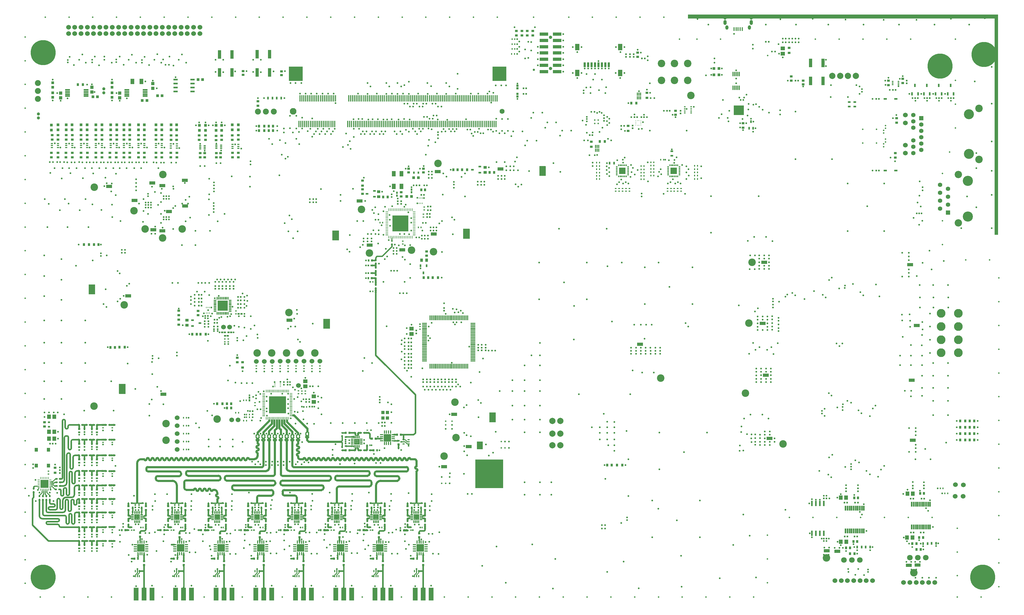
<source format=gts>
G04*
G04 #@! TF.GenerationSoftware,Altium Limited,Altium Designer,20.0.13 (296)*
G04*
G04 Layer_Color=8388736*
%FSLAX25Y25*%
%MOIN*%
G70*
G01*
G75*
%ADD10C,0.02362*%
%ADD17C,0.01575*%
%ADD24C,0.00945*%
%ADD34R,0.03740X0.03740*%
%ADD35R,0.03150X0.03740*%
%ADD37R,0.03937X0.04134*%
%ADD38R,0.03740X0.03740*%
%ADD39R,0.10827X0.03937*%
%ADD40R,0.03937X0.11024*%
%ADD41R,0.02047X0.02835*%
%ADD43R,0.02441X0.02598*%
%ADD44R,0.02441X0.02756*%
%ADD45R,0.01772X0.02165*%
%ADD46R,0.05709X0.02362*%
%ADD47R,0.04528X0.06890*%
%ADD49R,0.02598X0.02441*%
%ADD51R,0.02165X0.01772*%
%ADD52R,0.03937X0.04724*%
%ADD53R,0.02362X0.01378*%
%ADD54R,0.02165X0.02165*%
%ADD55R,0.01181X0.02756*%
%ADD56R,0.02165X0.03740*%
%ADD57R,0.03740X0.02165*%
%ADD58R,0.02284X0.02598*%
%ADD59R,0.02323X0.02441*%
%ADD60R,0.01968X0.01968*%
%ADD61R,0.05512X0.04921*%
%ADD62R,0.04921X0.05512*%
%ADD63O,0.00984X0.03543*%
%ADD64O,0.03543X0.00984*%
%ADD65R,0.04375X0.02365*%
%ADD66O,0.00984X0.03150*%
%ADD67O,0.03150X0.00984*%
%ADD68R,0.01378X0.01968*%
%ADD69R,0.01968X0.01378*%
%ADD70R,0.03956X0.01535*%
%ADD71R,0.01535X0.03956*%
%ADD72O,0.00787X0.03543*%
%ADD73O,0.03543X0.00787*%
%ADD74R,0.02441X0.02323*%
%ADD75R,0.02165X0.02362*%
%ADD76R,0.02362X0.02165*%
%ADD77R,0.02835X0.02047*%
%ADD78R,0.01968X0.01968*%
%ADD79R,0.02598X0.02284*%
%ADD80R,0.01968X0.03347*%
%ADD81R,0.03543X0.02756*%
%ADD82R,0.01772X0.04724*%
%ADD83R,0.03150X0.05906*%
%ADD84R,0.05709X0.07874*%
%ADD85R,0.03740X0.03150*%
%ADD86R,0.05906X0.01181*%
%ADD87R,0.01181X0.05906*%
%ADD88R,0.03740X0.02362*%
%ADD89R,0.02953X0.03543*%
%ADD90R,0.17700X0.18100*%
%ADD91R,0.01400X0.07900*%
%ADD92R,0.01968X0.06496*%
%ADD93R,0.02362X0.06693*%
%ADD94R,0.01083X0.00984*%
%ADD95R,0.00984X0.01083*%
%ADD96R,0.04331X0.03937*%
G04:AMPARAMS|DCode=97|XSize=7.87mil|YSize=17.72mil|CornerRadius=1.97mil|HoleSize=0mil|Usage=FLASHONLY|Rotation=180.000|XOffset=0mil|YOffset=0mil|HoleType=Round|Shape=RoundedRectangle|*
%AMROUNDEDRECTD97*
21,1,0.00787,0.01378,0,0,180.0*
21,1,0.00394,0.01772,0,0,180.0*
1,1,0.00394,-0.00197,0.00689*
1,1,0.00394,0.00197,0.00689*
1,1,0.00394,0.00197,-0.00689*
1,1,0.00394,-0.00197,-0.00689*
%
%ADD97ROUNDEDRECTD97*%
%ADD98R,0.05512X0.04528*%
%ADD99R,0.03740X0.03347*%
%ADD100R,0.02756X0.01378*%
%ADD101R,0.03543X0.02953*%
%ADD102R,0.00100X0.00100*%
%ADD103R,0.01200X0.03200*%
%ADD104R,0.03200X0.01200*%
%ADD105R,0.03937X0.03543*%
%ADD106R,0.02756X0.01181*%
%ADD107R,0.00100X0.00100*%
%ADD108R,0.06000X0.16000*%
%ADD109R,0.02756X0.03543*%
%ADD110R,0.02953X0.01772*%
%ADD111R,0.02953X0.02559*%
%ADD112R,0.02953X0.03740*%
%ADD113R,0.04528X0.05512*%
%ADD114R,0.02362X0.04134*%
%ADD115R,0.03543X0.03937*%
%ADD116R,0.02362X0.03740*%
%ADD117R,0.04921X0.06890*%
%ADD118R,0.03347X0.03543*%
%ADD119R,0.02362X0.03150*%
%ADD120R,0.03740X0.03543*%
%ADD121R,0.03150X0.02362*%
%ADD122R,0.03347X0.03740*%
G04:AMPARAMS|DCode=123|XSize=7.87mil|YSize=17.72mil|CornerRadius=1.97mil|HoleSize=0mil|Usage=FLASHONLY|Rotation=90.000|XOffset=0mil|YOffset=0mil|HoleType=Round|Shape=RoundedRectangle|*
%AMROUNDEDRECTD123*
21,1,0.00787,0.01378,0,0,90.0*
21,1,0.00394,0.01772,0,0,90.0*
1,1,0.00394,0.00689,0.00197*
1,1,0.00394,0.00689,-0.00197*
1,1,0.00394,-0.00689,-0.00197*
1,1,0.00394,-0.00689,0.00197*
%
%ADD123ROUNDEDRECTD123*%
%ADD124R,0.01787X0.02642*%
%ADD125R,0.01856X0.01200*%
%ADD126R,0.03274X0.01200*%
%ADD127R,0.02074X0.01200*%
%ADD128R,0.01200X0.02376*%
%ADD129R,0.01200X0.02283*%
%ADD130R,0.01200X0.04392*%
%ADD131R,0.01200X0.04283*%
%ADD132R,0.03768X0.01787*%
%ADD133R,0.12524X0.12492*%
%ADD134C,0.01968*%
%ADD135C,0.01681*%
%ADD136O,0.01654X0.05787*%
%ADD137R,0.07480X0.04331*%
%ADD138R,0.05906X0.02165*%
%ADD139R,0.01378X0.04134*%
%ADD140R,0.20472X0.20472*%
%ADD141R,0.10039X0.10039*%
%ADD142R,0.08268X0.08268*%
%ADD143R,0.09449X0.09449*%
%ADD144R,0.09449X0.09449*%
%ADD145R,0.21654X0.21654*%
%ADD146R,0.12800X0.12800*%
%ADD147R,0.01968X0.02362*%
%ADD148C,0.01787*%
%ADD149C,0.01142*%
%ADD150C,0.00938*%
%ADD151C,0.02165*%
%ADD152C,0.01339*%
%ADD153C,0.02181*%
%ADD154C,0.01772*%
%ADD155C,0.01867*%
%ADD156C,0.00945*%
%ADD157C,0.01732*%
%ADD158C,0.00658*%
%ADD159C,0.01187*%
%ADD160C,0.01984*%
%ADD161C,0.01961*%
%ADD162C,0.01725*%
%ADD163C,0.02126*%
%ADD164C,0.09449*%
%ADD165C,0.07480*%
%ADD166C,0.04252*%
%ADD167C,0.03937*%
%ADD168C,0.06000*%
%ADD169C,0.05512*%
%ADD170C,0.31496*%
%ADD171C,0.07874*%
%ADD172R,0.05512X0.05512*%
%ADD173C,0.06024*%
%ADD174C,0.12598*%
%ADD175C,0.07087*%
%ADD176O,0.03937X0.06299*%
%ADD177O,0.03937X0.05512*%
%ADD178C,0.06300*%
%ADD179C,0.08300*%
%ADD180C,0.05504*%
%ADD181C,0.02000*%
%ADD182C,0.09272*%
%ADD183R,0.05504X0.05504*%
%ADD184C,0.12795*%
%ADD185C,0.11000*%
%ADD186C,0.02165*%
%ADD187C,0.01900*%
%ADD188C,0.02756*%
%ADD189C,0.01968*%
G36*
X660174Y647369D02*
X660174Y635335D01*
X651911Y635335D01*
Y647708D01*
X659820Y647722D01*
X660174Y647369D01*
D02*
G37*
G36*
X1229493Y838671D02*
X1229502Y561238D01*
X1225066D01*
X1225065Y833842D01*
X839192Y833938D01*
X839192Y838671D01*
X1229493Y838671D01*
D02*
G37*
G36*
X564345Y568335D02*
X564345Y556301D01*
X556081Y556301D01*
Y568674D01*
X563991Y568688D01*
X564345Y568335D01*
D02*
G37*
G36*
X466828Y556810D02*
X466834Y556809D01*
X466838Y556808D01*
X466842Y556808D01*
X466848Y556805D01*
X466854Y556803D01*
X466857Y556801D01*
X466861Y556800D01*
X466866Y556796D01*
X466872Y556792D01*
X466874Y556789D01*
X466878Y556787D01*
X466882Y556782D01*
X466886Y556777D01*
X466888Y556774D01*
X466890Y556771D01*
X466893Y556765D01*
X466896Y556759D01*
X466897Y556755D01*
X466898Y556751D01*
X466899Y556745D01*
X466900Y556739D01*
X466900Y556735D01*
X466901Y556731D01*
X466900Y556725D01*
X466900Y556718D01*
X466899Y556714D01*
X466898Y556710D01*
X466896Y556704D01*
X466894Y556698D01*
X466885Y556680D01*
X466878Y556651D01*
X466870Y556605D01*
X466857Y556463D01*
X466845Y556141D01*
X466842Y555855D01*
X466841Y555845D01*
X466840Y555835D01*
X466839Y555835D01*
X466839Y555835D01*
X466835Y555826D01*
X466832Y555816D01*
X466831Y555816D01*
X466831Y555816D01*
X466825Y555808D01*
X466819Y555800D01*
X466819Y555800D01*
X466819Y555799D01*
X466810Y555793D01*
X466803Y555787D01*
X466802Y555787D01*
X466802Y555787D01*
X466792Y555783D01*
X466783Y555779D01*
X466783Y555779D01*
X466783Y555779D01*
X466772Y555778D01*
X466763Y555777D01*
X465975D01*
X465965Y555778D01*
X465955Y555779D01*
X465955Y555779D01*
X465955Y555779D01*
X465946Y555783D01*
X465936Y555787D01*
X465936Y555787D01*
X465936Y555787D01*
X465928Y555793D01*
X465919Y555799D01*
X465919Y555800D01*
X465919Y555800D01*
X465913Y555808D01*
X465907Y555816D01*
X465907Y555816D01*
X465907Y555816D01*
X465903Y555826D01*
X465899Y555835D01*
X465899Y555835D01*
X465899Y555835D01*
X465897Y555845D01*
X465896Y555856D01*
X465895Y556004D01*
X465850Y556687D01*
X465844Y556698D01*
X465843Y556704D01*
X465840Y556710D01*
X465840Y556714D01*
X465838Y556718D01*
X465838Y556725D01*
X465837Y556731D01*
X465838Y556735D01*
X465838Y556739D01*
X465839Y556745D01*
X465840Y556751D01*
X465842Y556755D01*
X465842Y556759D01*
X465846Y556765D01*
X465848Y556771D01*
X465850Y556774D01*
X465852Y556777D01*
X465857Y556782D01*
X465861Y556787D01*
X465864Y556789D01*
X465866Y556792D01*
X465872Y556796D01*
X465877Y556800D01*
X465881Y556801D01*
X465884Y556803D01*
X465890Y556805D01*
X465896Y556808D01*
X465900Y556808D01*
X465904Y556809D01*
X465910Y556810D01*
X465917Y556810D01*
X466821D01*
X466828Y556810D01*
D02*
G37*
G36*
X399740Y554256D02*
X391830Y554242D01*
X391476Y554595D01*
X391476Y566630D01*
X399740Y566630D01*
Y554256D01*
D02*
G37*
G36*
X466772Y554818D02*
X466781Y554817D01*
X466782Y554817D01*
X466783Y554817D01*
X466792Y554813D01*
X466801Y554810D01*
X466802Y554809D01*
X466803Y554809D01*
X466810Y554803D01*
X466817Y554798D01*
X466818Y554797D01*
X466819Y554796D01*
X466825Y554789D01*
X466830Y554781D01*
X466831Y554780D01*
X466832Y554780D01*
X466835Y554771D01*
X466839Y554763D01*
X466839Y554762D01*
X466840Y554761D01*
X466841Y554751D01*
X466842Y554742D01*
X466846Y554595D01*
X466857Y554467D01*
X466876Y554355D01*
X466901Y554261D01*
X466932Y554185D01*
X466968Y554127D01*
X467007Y554084D01*
X467051Y554056D01*
X467099Y554038D01*
X467165Y554032D01*
X467171Y554030D01*
X467177Y554029D01*
X467181Y554028D01*
X467185Y554027D01*
X467190Y554024D01*
X467196Y554021D01*
X467200Y554019D01*
X467203Y554017D01*
X467208Y554012D01*
X467213Y554009D01*
X467215Y554005D01*
X467218Y554003D01*
X467221Y553997D01*
X467225Y553992D01*
X467227Y553988D01*
X467229Y553985D01*
X467231Y553979D01*
X467233Y553973D01*
X467234Y553969D01*
X467235Y553965D01*
X467235Y553959D01*
X467236Y553953D01*
X467235Y553948D01*
X467236Y553944D01*
X467234Y553938D01*
X467233Y553932D01*
X467232Y553928D01*
X467231Y553924D01*
X467228Y553919D01*
X467225Y553913D01*
X467223Y553909D01*
X467221Y553906D01*
X467216Y553901D01*
X467213Y553896D01*
X467209Y553894D01*
X467206Y553891D01*
X467201Y553888D01*
X467196Y553884D01*
X467192Y553882D01*
X467189Y553880D01*
X467183Y553878D01*
X467177Y553876D01*
X467173Y553875D01*
X467169Y553874D01*
X467163Y553874D01*
X467157Y553873D01*
X465582D01*
X465576Y553874D01*
X465569Y553874D01*
X465565Y553875D01*
X465561Y553876D01*
X465555Y553878D01*
X465549Y553880D01*
X465546Y553882D01*
X465542Y553884D01*
X465537Y553888D01*
X465532Y553891D01*
X465529Y553894D01*
X465525Y553896D01*
X465522Y553901D01*
X465517Y553906D01*
X465515Y553910D01*
X465513Y553913D01*
X465511Y553919D01*
X465508Y553924D01*
X465507Y553928D01*
X465505Y553932D01*
X465504Y553938D01*
X465503Y553944D01*
X465503Y553948D01*
X465502Y553953D01*
X465503Y553959D01*
X465503Y553965D01*
X465504Y553969D01*
X465505Y553973D01*
X465507Y553979D01*
X465509Y553985D01*
X465511Y553989D01*
X465513Y553992D01*
X465517Y553997D01*
X465520Y554003D01*
X465523Y554005D01*
X465525Y554009D01*
X465530Y554012D01*
X465535Y554017D01*
X465539Y554019D01*
X465542Y554021D01*
X465548Y554024D01*
X465553Y554027D01*
X465557Y554028D01*
X465561Y554029D01*
X465567Y554030D01*
X465573Y554032D01*
X465639Y554038D01*
X465688Y554056D01*
X465731Y554084D01*
X465770Y554127D01*
X465806Y554185D01*
X465837Y554261D01*
X465862Y554355D01*
X465881Y554467D01*
X465892Y554595D01*
X465896Y554742D01*
X465897Y554751D01*
X465899Y554761D01*
X465899Y554762D01*
X465899Y554763D01*
X465903Y554771D01*
X465907Y554780D01*
X465907Y554780D01*
X465908Y554781D01*
X465913Y554789D01*
X465919Y554796D01*
X465920Y554797D01*
X465921Y554798D01*
X465928Y554803D01*
X465936Y554809D01*
X465937Y554809D01*
X465938Y554810D01*
X465946Y554813D01*
X465955Y554817D01*
X465956Y554817D01*
X465957Y554817D01*
X465966Y554818D01*
X465975Y554819D01*
X466763D01*
X466772Y554818D01*
D02*
G37*
G36*
X467159Y549174D02*
X467160Y549174D01*
X467186Y549173D01*
X467214Y549171D01*
X467215Y549171D01*
X467216Y549171D01*
X467242Y549166D01*
X467269Y549162D01*
X467270Y549161D01*
X467272Y549161D01*
X467298Y549154D01*
X467323Y549146D01*
X467324Y549146D01*
X467326Y549145D01*
X467350Y549135D01*
X467375Y549125D01*
X467376Y549124D01*
X467377Y549123D01*
X467400Y549111D01*
X467424Y549098D01*
X467425Y549097D01*
X467426Y549096D01*
X467448Y549081D01*
X467470Y549065D01*
X467471Y549064D01*
X467472Y549063D01*
X467492Y549045D01*
X467512Y549028D01*
X467513Y549027D01*
X467514Y549026D01*
X467531Y549006D01*
X467549Y548986D01*
X467550Y548985D01*
X467551Y548984D01*
X467566Y548962D01*
X467582Y548940D01*
X467582Y548939D01*
X467583Y548938D01*
X467596Y548914D01*
X467609Y548891D01*
X467609Y548890D01*
X467610Y548888D01*
X467620Y548864D01*
X467630Y548839D01*
X467631Y548838D01*
X467631Y548836D01*
X467638Y548811D01*
X467646Y548785D01*
X467646Y548784D01*
X467646Y548782D01*
X467651Y548755D01*
X467655Y548730D01*
X467655Y548728D01*
X467655Y548727D01*
X467657Y548700D01*
X467658Y548674D01*
X467658Y548672D01*
X467658Y548671D01*
X467657Y548645D01*
X467655Y548618D01*
X467655Y548616D01*
X467655Y548615D01*
X467650Y548589D01*
X467646Y548562D01*
X467645Y548561D01*
X467645Y548559D01*
X467637Y548533D01*
X467630Y548508D01*
X467630Y548507D01*
X467629Y548505D01*
X467619Y548481D01*
X467609Y548456D01*
X467608Y548455D01*
X467607Y548454D01*
X467595Y548431D01*
X467582Y548407D01*
X467581Y548406D01*
X467580Y548405D01*
X467564Y548383D01*
X467549Y548361D01*
X467548Y548360D01*
X467547Y548359D01*
X467529Y548339D01*
X467512Y548319D01*
X467511Y548318D01*
X467510Y548317D01*
X467489Y548300D01*
X467470Y548282D01*
X467469Y548281D01*
X467467Y548280D01*
X467446Y548265D01*
X467424Y548250D01*
X467423Y548249D01*
X467421Y548248D01*
X467398Y548235D01*
X467375Y548222D01*
X467373Y548222D01*
X467372Y548221D01*
X467348Y548211D01*
X467323Y548201D01*
X467321Y548201D01*
X467320Y548200D01*
X467295Y548193D01*
X467294Y548193D01*
X467289Y548177D01*
X467277Y548100D01*
X467268Y547998D01*
X467264Y547861D01*
X467263Y547840D01*
X467261Y547818D01*
X467260Y547812D01*
X467260Y547805D01*
X467256Y547784D01*
X467252Y547763D01*
X467250Y547756D01*
X467249Y547750D01*
X467242Y547730D01*
X467237Y547709D01*
X467234Y547703D01*
X467232Y547697D01*
X467223Y547677D01*
X467215Y547657D01*
X467212Y547651D01*
X467209Y547645D01*
X467198Y547627D01*
X467188Y547608D01*
X467184Y547603D01*
X467181Y547597D01*
X467168Y547580D01*
X467155Y547562D01*
X467151Y547557D01*
X467147Y547552D01*
X467132Y547536D01*
X467118Y547520D01*
X467113Y547516D01*
X467109Y547511D01*
X467092Y547497D01*
X467076Y547483D01*
X467071Y547479D01*
X467066Y547475D01*
X467048Y547463D01*
X467030Y547450D01*
X467025Y547447D01*
X467019Y547443D01*
X467000Y547434D01*
X466981Y547423D01*
X466975Y547421D01*
X466969Y547417D01*
X466949Y547410D01*
X466929Y547402D01*
X466923Y547400D01*
X466917Y547397D01*
X466896Y547392D01*
X466875Y547386D01*
X466869Y547385D01*
X466862Y547383D01*
X466841Y547380D01*
X466820Y547377D01*
X466813Y547376D01*
X466807Y547375D01*
X466785Y547375D01*
X466764Y547373D01*
X465976D01*
X465955Y547375D01*
X465933Y547375D01*
X465927Y547376D01*
X465920Y547377D01*
X465899Y547380D01*
X465878Y547383D01*
X465871Y547385D01*
X465865Y547386D01*
X465844Y547392D01*
X465823Y547397D01*
X465817Y547400D01*
X465811Y547402D01*
X465791Y547410D01*
X465771Y547417D01*
X465765Y547421D01*
X465759Y547423D01*
X465740Y547434D01*
X465721Y547443D01*
X465716Y547447D01*
X465710Y547450D01*
X465692Y547463D01*
X465674Y547475D01*
X465669Y547479D01*
X465664Y547483D01*
X465648Y547497D01*
X465632Y547511D01*
X465627Y547516D01*
X465622Y547520D01*
X465608Y547536D01*
X465593Y547552D01*
X465589Y547557D01*
X465585Y547562D01*
X465572Y547579D01*
X465559Y547597D01*
X465556Y547603D01*
X465552Y547608D01*
X465542Y547627D01*
X465531Y547645D01*
X465528Y547651D01*
X465525Y547657D01*
X465517Y547677D01*
X465508Y547697D01*
X465506Y547703D01*
X465504Y547709D01*
X465498Y547730D01*
X465491Y547750D01*
X465490Y547756D01*
X465488Y547763D01*
X465485Y547784D01*
X465480Y547805D01*
X465480Y547812D01*
X465479Y547818D01*
X465478Y547840D01*
X465476Y547861D01*
X465472Y547998D01*
X465463Y548100D01*
X465451Y548177D01*
X465447Y548193D01*
X465445Y548193D01*
X465420Y548200D01*
X465419Y548201D01*
X465417Y548201D01*
X465393Y548211D01*
X465368Y548221D01*
X465367Y548222D01*
X465365Y548222D01*
X465343Y548235D01*
X465319Y548248D01*
X465317Y548249D01*
X465316Y548250D01*
X465295Y548265D01*
X465273Y548280D01*
X465272Y548281D01*
X465270Y548282D01*
X465251Y548299D01*
X465231Y548317D01*
X465230Y548318D01*
X465229Y548319D01*
X465211Y548339D01*
X465193Y548359D01*
X465192Y548360D01*
X465191Y548361D01*
X465176Y548383D01*
X465160Y548405D01*
X465160Y548406D01*
X465159Y548407D01*
X465146Y548430D01*
X465133Y548454D01*
X465132Y548455D01*
X465132Y548456D01*
X465122Y548480D01*
X465111Y548505D01*
X465110Y548507D01*
X465110Y548508D01*
X465103Y548532D01*
X465095Y548559D01*
X465095Y548561D01*
X465094Y548562D01*
X465090Y548587D01*
X465085Y548615D01*
X465085Y548616D01*
X465085Y548618D01*
X465084Y548644D01*
X465082Y548671D01*
X465082Y548672D01*
X465082Y548674D01*
X465083Y548700D01*
X465085Y548727D01*
X465085Y548728D01*
X465085Y548730D01*
X465089Y548755D01*
X465094Y548782D01*
X465094Y548784D01*
X465094Y548785D01*
X465102Y548810D01*
X465109Y548836D01*
X465110Y548838D01*
X465110Y548839D01*
X465120Y548863D01*
X465130Y548888D01*
X465131Y548890D01*
X465132Y548891D01*
X465144Y548914D01*
X465157Y548938D01*
X465158Y548939D01*
X465159Y548940D01*
X465173Y548961D01*
X465189Y548984D01*
X465190Y548985D01*
X465191Y548986D01*
X465208Y549005D01*
X465227Y549026D01*
X465228Y549027D01*
X465229Y549028D01*
X465248Y549045D01*
X465268Y549063D01*
X465269Y549064D01*
X465270Y549065D01*
X465292Y549081D01*
X465314Y549096D01*
X465315Y549097D01*
X465316Y549098D01*
X465340Y549111D01*
X465363Y549123D01*
X465364Y549124D01*
X465365Y549125D01*
X465390Y549135D01*
X465414Y549145D01*
X465416Y549146D01*
X465417Y549146D01*
X465442Y549154D01*
X465468Y549161D01*
X465470Y549161D01*
X465471Y549162D01*
X465497Y549166D01*
X465524Y549171D01*
X465525Y549171D01*
X465527Y549171D01*
X465553Y549173D01*
X465580Y549174D01*
X465581Y549174D01*
X465583Y549174D01*
X467158D01*
X467159Y549174D01*
D02*
G37*
G36*
X446330Y531097D02*
X446352Y531096D01*
X446358Y531095D01*
X446365Y531095D01*
X446386Y531091D01*
X446407Y531088D01*
X446414Y531087D01*
X446420Y531086D01*
X446441Y531080D01*
X446462Y531074D01*
X446468Y531072D01*
X446474Y531070D01*
X446494Y531062D01*
X446514Y531054D01*
X446520Y531051D01*
X446526Y531049D01*
X446545Y531038D01*
X446564Y531028D01*
X446569Y531025D01*
X446575Y531021D01*
X446593Y531009D01*
X446611Y530997D01*
X446616Y530993D01*
X446621Y530989D01*
X446637Y530974D01*
X446654Y530961D01*
X446658Y530956D01*
X446663Y530951D01*
X446677Y530935D01*
X446692Y530920D01*
X446696Y530914D01*
X446700Y530910D01*
X446713Y530892D01*
X446726Y530875D01*
X446729Y530869D01*
X446733Y530864D01*
X446743Y530845D01*
X446754Y530826D01*
X446757Y530820D01*
X446760Y530815D01*
X446768Y530795D01*
X446777Y530775D01*
X446779Y530769D01*
X446781Y530763D01*
X446787Y530742D01*
X446794Y530722D01*
X446795Y530715D01*
X446797Y530709D01*
X446801Y530688D01*
X446805Y530666D01*
X446805Y530660D01*
X446806Y530653D01*
X446807Y530632D01*
X446809Y530610D01*
X446813Y530474D01*
X446822Y530372D01*
X446834Y530295D01*
X446839Y530279D01*
X446840Y530279D01*
X446865Y530272D01*
X446866Y530271D01*
X446868Y530271D01*
X446892Y530261D01*
X446917Y530250D01*
X446918Y530250D01*
X446920Y530249D01*
X446942Y530237D01*
X446966Y530224D01*
X446968Y530223D01*
X446969Y530222D01*
X446990Y530207D01*
X447012Y530191D01*
X447014Y530190D01*
X447015Y530190D01*
X447034Y530172D01*
X447054Y530154D01*
X447055Y530153D01*
X447056Y530152D01*
X447074Y530132D01*
X447092Y530113D01*
X447093Y530111D01*
X447094Y530110D01*
X447109Y530089D01*
X447125Y530067D01*
X447126Y530066D01*
X447126Y530064D01*
X447139Y530042D01*
X447152Y530018D01*
X447153Y530017D01*
X447154Y530015D01*
X447163Y529991D01*
X447174Y529966D01*
X447175Y529965D01*
X447175Y529963D01*
X447182Y529939D01*
X447190Y529912D01*
X447190Y529911D01*
X447191Y529909D01*
X447195Y529884D01*
X447200Y529857D01*
X447200Y529855D01*
X447200Y529854D01*
X447201Y529828D01*
X447203Y529801D01*
X447203Y529799D01*
X447203Y529798D01*
X447202Y529772D01*
X447200Y529745D01*
X447200Y529743D01*
X447200Y529742D01*
X447196Y529716D01*
X447191Y529689D01*
X447191Y529688D01*
X447191Y529686D01*
X447183Y529661D01*
X447176Y529635D01*
X447175Y529634D01*
X447175Y529633D01*
X447165Y529608D01*
X447155Y529583D01*
X447154Y529582D01*
X447154Y529581D01*
X447141Y529558D01*
X447128Y529534D01*
X447127Y529533D01*
X447126Y529531D01*
X447112Y529511D01*
X447096Y529488D01*
X447095Y529487D01*
X447094Y529486D01*
X447077Y529467D01*
X447058Y529446D01*
X447057Y529445D01*
X447056Y529444D01*
X447037Y529427D01*
X447017Y529408D01*
X447016Y529407D01*
X447015Y529406D01*
X446993Y529391D01*
X446971Y529376D01*
X446970Y529375D01*
X446969Y529374D01*
X446946Y529361D01*
X446922Y529348D01*
X446921Y529348D01*
X446920Y529347D01*
X446895Y529337D01*
X446871Y529326D01*
X446869Y529326D01*
X446868Y529325D01*
X446843Y529318D01*
X446817Y529310D01*
X446815Y529310D01*
X446814Y529310D01*
X446788Y529305D01*
X446761Y529301D01*
X446760Y529301D01*
X446758Y529300D01*
X446732Y529299D01*
X446705Y529297D01*
X446704Y529297D01*
X446702Y529297D01*
X445442D01*
Y528050D01*
X445442Y528049D01*
X445442Y528047D01*
X445440Y528020D01*
X445439Y527994D01*
X445438Y527992D01*
X445438Y527991D01*
X445434Y527965D01*
X445429Y527939D01*
X445429Y527937D01*
X445429Y527935D01*
X445421Y527910D01*
X445414Y527885D01*
X445413Y527883D01*
X445413Y527881D01*
X445402Y527857D01*
X445392Y527833D01*
X445391Y527831D01*
X445391Y527830D01*
X445378Y527807D01*
X445365Y527784D01*
X445364Y527782D01*
X445363Y527781D01*
X445348Y527760D01*
X445333Y527738D01*
X445331Y527737D01*
X445330Y527735D01*
X445313Y527716D01*
X445295Y527696D01*
X445294Y527695D01*
X445293Y527694D01*
X445273Y527676D01*
X445253Y527659D01*
X445252Y527658D01*
X445251Y527657D01*
X445229Y527641D01*
X445208Y527626D01*
X445206Y527625D01*
X445204Y527624D01*
X445181Y527612D01*
X445158Y527599D01*
X445157Y527598D01*
X445155Y527598D01*
X445131Y527588D01*
X445107Y527578D01*
X445105Y527577D01*
X445103Y527576D01*
X445078Y527569D01*
X445053Y527562D01*
X445051Y527562D01*
X445049Y527561D01*
X445023Y527557D01*
X444997Y527553D01*
X444995Y527553D01*
X444993Y527552D01*
X444967Y527551D01*
X444941Y527550D01*
X444939Y527550D01*
X444937Y527550D01*
X444911Y527551D01*
X444885Y527553D01*
X444883Y527553D01*
X444881Y527553D01*
X444855Y527558D01*
X444830Y527562D01*
X444828Y527563D01*
X444826Y527563D01*
X444801Y527570D01*
X444776Y527578D01*
X444774Y527578D01*
X444772Y527579D01*
X444748Y527589D01*
X444724Y527599D01*
X444722Y527600D01*
X444721Y527601D01*
X444698Y527613D01*
X444675Y527626D01*
X444673Y527627D01*
X444672Y527628D01*
X444651Y527643D01*
X444629Y527659D01*
X444628Y527660D01*
X444626Y527661D01*
X444607Y527679D01*
X444587Y527696D01*
X444586Y527698D01*
X444584Y527699D01*
X444567Y527719D01*
X444550Y527738D01*
X444549Y527740D01*
X444547Y527741D01*
X444532Y527763D01*
X444517Y527784D01*
X444516Y527785D01*
X444515Y527787D01*
X444502Y527810D01*
X444490Y527833D01*
X444489Y527835D01*
X444488Y527836D01*
X444479Y527860D01*
X444468Y527885D01*
X444468Y527887D01*
X444467Y527888D01*
X444460Y527913D01*
X444460Y527916D01*
X444449Y527919D01*
X444374Y527931D01*
X444275Y527940D01*
X444141Y527943D01*
X444119Y527945D01*
X444098Y527946D01*
X444091Y527948D01*
X444085Y527948D01*
X444064Y527952D01*
X444042Y527956D01*
X444036Y527958D01*
X444030Y527959D01*
X444009Y527965D01*
X443988Y527971D01*
X443982Y527974D01*
X443976Y527976D01*
X443957Y527985D01*
X443936Y527993D01*
X443931Y527996D01*
X443925Y527999D01*
X443906Y528010D01*
X443887Y528020D01*
X443882Y528024D01*
X443876Y528027D01*
X443859Y528040D01*
X443842Y528053D01*
X443837Y528057D01*
X443831Y528061D01*
X443816Y528076D01*
X443800Y528090D01*
X443795Y528095D01*
X443790Y528099D01*
X443777Y528116D01*
X443762Y528132D01*
X443758Y528137D01*
X443754Y528142D01*
X443742Y528160D01*
X443730Y528178D01*
X443726Y528183D01*
X443723Y528189D01*
X443713Y528208D01*
X443703Y528227D01*
X443700Y528233D01*
X443697Y528239D01*
X443689Y528259D01*
X443681Y528279D01*
X443679Y528285D01*
X443677Y528291D01*
X443672Y528312D01*
X443666Y528333D01*
X443664Y528339D01*
X443663Y528345D01*
X443660Y528367D01*
X443656Y528388D01*
X443656Y528395D01*
X443655Y528401D01*
X443654Y528422D01*
X443653Y528444D01*
Y529231D01*
X443654Y529253D01*
X443655Y529274D01*
X443656Y529281D01*
X443656Y529287D01*
X443660Y529309D01*
X443663Y529330D01*
X443664Y529336D01*
X443666Y529343D01*
X443672Y529363D01*
X443677Y529384D01*
X443679Y529390D01*
X443681Y529397D01*
X443689Y529417D01*
X443697Y529437D01*
X443700Y529443D01*
X443703Y529449D01*
X443713Y529468D01*
X443723Y529487D01*
X443726Y529492D01*
X443730Y529498D01*
X443742Y529516D01*
X443754Y529533D01*
X443758Y529538D01*
X443762Y529544D01*
X443777Y529560D01*
X443790Y529576D01*
X443795Y529581D01*
X443800Y529586D01*
X443816Y529600D01*
X443831Y529615D01*
X443837Y529619D01*
X443842Y529623D01*
X443859Y529635D01*
X443876Y529648D01*
X443882Y529652D01*
X443887Y529656D01*
X443906Y529666D01*
X443925Y529677D01*
X443931Y529679D01*
X443936Y529683D01*
X443956Y529691D01*
X443976Y529700D01*
X443982Y529702D01*
X443988Y529704D01*
X444009Y529710D01*
X444030Y529717D01*
X444036Y529718D01*
X444042Y529720D01*
X444064Y529723D01*
X444085Y529727D01*
X444091Y529728D01*
X444098Y529729D01*
X444119Y529730D01*
X444141Y529732D01*
X444275Y529736D01*
X444374Y529744D01*
X444449Y529757D01*
X444460Y529760D01*
X444460Y529762D01*
X444467Y529787D01*
X444468Y529789D01*
X444468Y529790D01*
X444479Y529815D01*
X444488Y529839D01*
X444489Y529841D01*
X444490Y529842D01*
X444502Y529865D01*
X444515Y529888D01*
X444516Y529890D01*
X444517Y529892D01*
X444532Y529913D01*
X444547Y529935D01*
X444549Y529936D01*
X444550Y529937D01*
X444567Y529957D01*
X444584Y529977D01*
X444586Y529978D01*
X444587Y529979D01*
X444607Y529997D01*
X444626Y530014D01*
X444628Y530015D01*
X444629Y530017D01*
X444651Y530032D01*
X444672Y530047D01*
X444673Y530048D01*
X444675Y530049D01*
X444698Y530062D01*
X444704Y530066D01*
X444705Y530067D01*
X444721Y530089D01*
X444736Y530110D01*
X444737Y530111D01*
X444738Y530113D01*
X444756Y530132D01*
X444773Y530152D01*
X444774Y530153D01*
X444775Y530154D01*
X444796Y530172D01*
X444815Y530190D01*
X444816Y530190D01*
X444818Y530191D01*
X444839Y530206D01*
X444861Y530222D01*
X444862Y530223D01*
X444864Y530224D01*
X444887Y530236D01*
X444910Y530249D01*
X444912Y530250D01*
X444913Y530250D01*
X444937Y530260D01*
X444962Y530271D01*
X444964Y530271D01*
X444965Y530272D01*
X444990Y530279D01*
X444991Y530279D01*
X444996Y530295D01*
X445008Y530372D01*
X445017Y530474D01*
X445021Y530610D01*
X445022Y530632D01*
X445024Y530653D01*
X445025Y530660D01*
X445025Y530666D01*
X445029Y530688D01*
X445033Y530709D01*
X445035Y530715D01*
X445036Y530722D01*
X445043Y530742D01*
X445049Y530763D01*
X445051Y530769D01*
X445053Y530775D01*
X445062Y530795D01*
X445070Y530815D01*
X445073Y530820D01*
X445076Y530826D01*
X445087Y530845D01*
X445097Y530864D01*
X445101Y530869D01*
X445104Y530875D01*
X445117Y530892D01*
X445130Y530910D01*
X445134Y530914D01*
X445138Y530920D01*
X445153Y530935D01*
X445167Y530951D01*
X445172Y530956D01*
X445177Y530961D01*
X445193Y530974D01*
X445209Y530989D01*
X445214Y530993D01*
X445219Y530997D01*
X445237Y531009D01*
X445255Y531021D01*
X445260Y531025D01*
X445266Y531028D01*
X445285Y531038D01*
X445304Y531049D01*
X445310Y531051D01*
X445316Y531054D01*
X445336Y531062D01*
X445356Y531070D01*
X445362Y531072D01*
X445368Y531074D01*
X445389Y531080D01*
X445410Y531086D01*
X445416Y531087D01*
X445423Y531088D01*
X445444Y531091D01*
X445465Y531095D01*
X445472Y531095D01*
X445478Y531096D01*
X445500Y531097D01*
X445521Y531098D01*
X446309D01*
X446330Y531097D01*
D02*
G37*
G36*
X442294Y530126D02*
X442296Y530126D01*
X442322Y530124D01*
X442348Y530123D01*
X442350Y530123D01*
X442352Y530122D01*
X442378Y530118D01*
X442403Y530113D01*
X442405Y530113D01*
X442407Y530113D01*
X442432Y530105D01*
X442457Y530098D01*
X442459Y530097D01*
X442461Y530097D01*
X442485Y530086D01*
X442509Y530076D01*
X442511Y530075D01*
X442512Y530075D01*
X442535Y530062D01*
X442558Y530049D01*
X442560Y530048D01*
X442561Y530047D01*
X442582Y530032D01*
X442604Y530017D01*
X442605Y530015D01*
X442607Y530014D01*
X442626Y529997D01*
X442646Y529979D01*
X442647Y529978D01*
X442649Y529977D01*
X442666Y529957D01*
X442683Y529937D01*
X442684Y529936D01*
X442686Y529935D01*
X442701Y529913D01*
X442716Y529892D01*
X442717Y529890D01*
X442718Y529888D01*
X442731Y529865D01*
X442743Y529842D01*
X442744Y529841D01*
X442745Y529839D01*
X442754Y529815D01*
X442765Y529790D01*
X442765Y529789D01*
X442766Y529787D01*
X442773Y529762D01*
X442773Y529760D01*
X442784Y529757D01*
X442859Y529744D01*
X442958Y529736D01*
X443092Y529732D01*
X443114Y529730D01*
X443135Y529729D01*
X443142Y529728D01*
X443148Y529727D01*
X443169Y529723D01*
X443191Y529720D01*
X443197Y529718D01*
X443203Y529717D01*
X443224Y529710D01*
X443245Y529704D01*
X443251Y529702D01*
X443257Y529700D01*
X443277Y529691D01*
X443296Y529683D01*
X443302Y529679D01*
X443308Y529677D01*
X443327Y529666D01*
X443346Y529656D01*
X443351Y529652D01*
X443357Y529648D01*
X443374Y529635D01*
X443392Y529623D01*
X443396Y529619D01*
X443402Y529615D01*
X443417Y529600D01*
X443433Y529586D01*
X443438Y529581D01*
X443442Y529576D01*
X443456Y529560D01*
X443471Y529544D01*
X443475Y529538D01*
X443479Y529533D01*
X443491Y529516D01*
X443503Y529498D01*
X443506Y529492D01*
X443510Y529487D01*
X443520Y529468D01*
X443530Y529449D01*
X443533Y529443D01*
X443536Y529437D01*
X443544Y529417D01*
X443552Y529397D01*
X443554Y529390D01*
X443556Y529384D01*
X443562Y529363D01*
X443568Y529343D01*
X443569Y529336D01*
X443570Y529330D01*
X443573Y529309D01*
X443577Y529287D01*
X443577Y529281D01*
X443578Y529274D01*
X443579Y529253D01*
X443580Y529231D01*
Y528444D01*
X443579Y528422D01*
X443578Y528401D01*
X443577Y528395D01*
X443577Y528388D01*
X443573Y528367D01*
X443570Y528345D01*
X443569Y528339D01*
X443568Y528333D01*
X443562Y528312D01*
X443556Y528291D01*
X443554Y528285D01*
X443552Y528279D01*
X443544Y528259D01*
X443536Y528239D01*
X443533Y528233D01*
X443530Y528227D01*
X443520Y528208D01*
X443510Y528189D01*
X443506Y528183D01*
X443503Y528178D01*
X443491Y528160D01*
X443479Y528142D01*
X443475Y528137D01*
X443471Y528132D01*
X443456Y528116D01*
X443442Y528099D01*
X443438Y528095D01*
X443433Y528090D01*
X443417Y528076D01*
X443402Y528061D01*
X443396Y528057D01*
X443392Y528053D01*
X443374Y528040D01*
X443357Y528027D01*
X443351Y528024D01*
X443346Y528020D01*
X443327Y528010D01*
X443308Y527999D01*
X443302Y527996D01*
X443296Y527993D01*
X443277Y527985D01*
X443257Y527976D01*
X443251Y527974D01*
X443245Y527971D01*
X443224Y527965D01*
X443203Y527959D01*
X443197Y527958D01*
X443191Y527956D01*
X443169Y527952D01*
X443148Y527948D01*
X443142Y527948D01*
X443135Y527946D01*
X443114Y527945D01*
X443092Y527943D01*
X442958Y527940D01*
X442859Y527931D01*
X442784Y527919D01*
X442773Y527916D01*
X442773Y527913D01*
X442766Y527888D01*
X442765Y527887D01*
X442765Y527885D01*
X442754Y527860D01*
X442745Y527836D01*
X442744Y527835D01*
X442743Y527833D01*
X442731Y527810D01*
X442718Y527787D01*
X442717Y527785D01*
X442716Y527784D01*
X442701Y527762D01*
X442686Y527741D01*
X442685Y527740D01*
X442683Y527738D01*
X442666Y527718D01*
X442649Y527699D01*
X442647Y527698D01*
X442646Y527696D01*
X442626Y527679D01*
X442607Y527661D01*
X442605Y527660D01*
X442604Y527659D01*
X442582Y527643D01*
X442561Y527628D01*
X442560Y527627D01*
X442558Y527626D01*
X442535Y527613D01*
X442512Y527601D01*
X442511Y527600D01*
X442509Y527599D01*
X442485Y527589D01*
X442461Y527579D01*
X442459Y527578D01*
X442457Y527578D01*
X442432Y527570D01*
X442407Y527563D01*
X442405Y527563D01*
X442403Y527562D01*
X442378Y527558D01*
X442352Y527553D01*
X442350Y527553D01*
X442348Y527553D01*
X442321Y527551D01*
X442296Y527550D01*
X442294Y527550D01*
X442292Y527550D01*
X442265Y527551D01*
X442239Y527552D01*
X442238Y527553D01*
X442236Y527553D01*
X442210Y527557D01*
X442184Y527561D01*
X442182Y527562D01*
X442180Y527562D01*
X442155Y527569D01*
X442130Y527576D01*
X442128Y527577D01*
X442126Y527578D01*
X442102Y527588D01*
X442078Y527598D01*
X442076Y527598D01*
X442074Y527599D01*
X442051Y527612D01*
X442029Y527624D01*
X442027Y527625D01*
X442025Y527626D01*
X442004Y527642D01*
X441983Y527657D01*
X441981Y527658D01*
X441980Y527659D01*
X441960Y527676D01*
X441940Y527694D01*
X441939Y527695D01*
X441938Y527696D01*
X441920Y527716D01*
X441903Y527735D01*
X441902Y527737D01*
X441900Y527738D01*
X441885Y527760D01*
X441870Y527781D01*
X441869Y527782D01*
X441868Y527784D01*
X441855Y527807D01*
X441842Y527830D01*
X441842Y527831D01*
X441841Y527833D01*
X441830Y527857D01*
X441820Y527881D01*
X441820Y527883D01*
X441819Y527885D01*
X441812Y527910D01*
X441804Y527935D01*
X441804Y527937D01*
X441804Y527939D01*
X441799Y527965D01*
X441795Y527991D01*
X441794Y527992D01*
X441794Y527994D01*
X441793Y528021D01*
X441791Y528047D01*
X441791Y528048D01*
X441791Y528050D01*
Y529625D01*
X441791Y529627D01*
X441791Y529629D01*
X441793Y529655D01*
X441794Y529681D01*
X441794Y529683D01*
X441795Y529685D01*
X441799Y529711D01*
X441804Y529737D01*
X441804Y529738D01*
X441804Y529740D01*
X441812Y529766D01*
X441819Y529790D01*
X441820Y529792D01*
X441820Y529794D01*
X441831Y529818D01*
X441841Y529842D01*
X441842Y529844D01*
X441842Y529846D01*
X441855Y529868D01*
X441868Y529892D01*
X441869Y529893D01*
X441870Y529895D01*
X441885Y529916D01*
X441900Y529937D01*
X441902Y529939D01*
X441903Y529940D01*
X441920Y529959D01*
X441938Y529979D01*
X441939Y529981D01*
X441940Y529982D01*
X441960Y529999D01*
X441980Y530017D01*
X441981Y530018D01*
X441983Y530019D01*
X442004Y530034D01*
X442025Y530049D01*
X442027Y530050D01*
X442029Y530051D01*
X442052Y530064D01*
X442074Y530076D01*
X442076Y530077D01*
X442078Y530078D01*
X442102Y530088D01*
X442126Y530098D01*
X442128Y530098D01*
X442130Y530099D01*
X442155Y530106D01*
X442180Y530113D01*
X442182Y530114D01*
X442184Y530114D01*
X442210Y530118D01*
X442236Y530123D01*
X442238Y530123D01*
X442239Y530123D01*
X442266Y530125D01*
X442292Y530126D01*
X442294Y530126D01*
D02*
G37*
G36*
X446702Y524926D02*
X446704Y524926D01*
X446736Y524924D01*
X446767Y524922D01*
X446769Y524922D01*
X446770Y524922D01*
X446802Y524916D01*
X446832Y524911D01*
X446834Y524910D01*
X446836Y524910D01*
X446866Y524901D01*
X446896Y524893D01*
X446898Y524892D01*
X446899Y524891D01*
X446928Y524879D01*
X446957Y524867D01*
X446959Y524866D01*
X446960Y524866D01*
X446988Y524850D01*
X447015Y524835D01*
X447017Y524834D01*
X447018Y524833D01*
X447044Y524815D01*
X447070Y524797D01*
X447071Y524795D01*
X447072Y524794D01*
X447095Y524774D01*
X447119Y524752D01*
X447120Y524751D01*
X447121Y524750D01*
X447142Y524727D01*
X447163Y524703D01*
X447164Y524702D01*
X447165Y524700D01*
X447183Y524675D01*
X447202Y524649D01*
X447202Y524647D01*
X447203Y524646D01*
X447218Y524618D01*
X447234Y524591D01*
X447234Y524589D01*
X447235Y524588D01*
X447247Y524559D01*
X447259Y524530D01*
X447260Y524528D01*
X447260Y524526D01*
X447269Y524496D01*
X447277Y524466D01*
X447278Y524464D01*
X447278Y524463D01*
X447283Y524432D01*
X447289Y524400D01*
X447289Y524399D01*
X447289Y524397D01*
X447291Y524366D01*
X447292Y524334D01*
X447292Y524333D01*
X447292Y524331D01*
X447290Y524299D01*
X447289Y524268D01*
X447288Y524266D01*
X447288Y524265D01*
X447283Y524233D01*
X447277Y524203D01*
X447277Y524201D01*
X447277Y524199D01*
X447268Y524169D01*
X447259Y524139D01*
X447258Y524137D01*
X447258Y524136D01*
X447246Y524107D01*
X447234Y524078D01*
X447233Y524076D01*
X447232Y524075D01*
X447217Y524047D01*
X447202Y524019D01*
X447201Y524018D01*
X447200Y524017D01*
X447182Y523991D01*
X447163Y523965D01*
X447162Y523964D01*
X447161Y523963D01*
X447140Y523940D01*
X447119Y523916D01*
X447118Y523915D01*
X447117Y523913D01*
X447093Y523893D01*
X447070Y523872D01*
X447068Y523871D01*
X447067Y523870D01*
X447041Y523852D01*
X447015Y523833D01*
X447014Y523833D01*
X447013Y523832D01*
X446985Y523817D01*
X446957Y523801D01*
X446956Y523801D01*
X446954Y523800D01*
X446926Y523788D01*
X446916Y523784D01*
X446910Y523749D01*
X446902Y523653D01*
X446898Y523519D01*
X446896Y523494D01*
X446895Y523469D01*
X446894Y523461D01*
X446893Y523453D01*
X446888Y523428D01*
X446884Y523403D01*
X446882Y523396D01*
X446880Y523388D01*
X446873Y523364D01*
X446865Y523339D01*
X446862Y523332D01*
X446860Y523325D01*
X446850Y523302D01*
X446840Y523278D01*
X446836Y523272D01*
X446833Y523264D01*
X446820Y523242D01*
X446808Y523220D01*
X446804Y523214D01*
X446800Y523207D01*
X446784Y523187D01*
X446770Y523166D01*
X446764Y523160D01*
X446760Y523154D01*
X446742Y523136D01*
X446725Y523117D01*
X446720Y523111D01*
X446714Y523106D01*
X446695Y523090D01*
X446676Y523072D01*
X446670Y523068D01*
X446664Y523063D01*
X446643Y523049D01*
X446622Y523034D01*
X446615Y523030D01*
X446609Y523026D01*
X446586Y523014D01*
X446580Y523011D01*
X446799Y522682D01*
X446803Y522675D01*
X446808Y522668D01*
X446812Y522661D01*
X446816Y522655D01*
X446824Y522639D01*
X446833Y522624D01*
X446836Y522617D01*
X446840Y522610D01*
X446843Y522603D01*
X446847Y522596D01*
X446853Y522579D01*
X446860Y522564D01*
X446862Y522556D01*
X446865Y522549D01*
X446868Y522541D01*
X446870Y522534D01*
X446875Y522517D01*
X446880Y522501D01*
X446881Y522493D01*
X446884Y522485D01*
X446885Y522477D01*
X446887Y522470D01*
X446889Y522452D01*
X446893Y522436D01*
X446894Y522428D01*
X446895Y522420D01*
X446895Y522412D01*
X446896Y522404D01*
X446897Y522387D01*
X446898Y522369D01*
X446898Y522361D01*
X446899Y522354D01*
X446898Y522346D01*
X446898Y522337D01*
X446897Y522320D01*
X446896Y522303D01*
X446895Y522295D01*
X446895Y522287D01*
X446894Y522279D01*
X446893Y522271D01*
X446889Y522255D01*
X446887Y522237D01*
X446885Y522230D01*
X446884Y522222D01*
X446881Y522214D01*
X446880Y522206D01*
X446875Y522190D01*
X446870Y522173D01*
X446868Y522166D01*
X446865Y522158D01*
X446862Y522151D01*
X446860Y522143D01*
X446853Y522127D01*
X446847Y522111D01*
X446843Y522104D01*
X446840Y522097D01*
X446836Y522090D01*
X446833Y522083D01*
X446824Y522068D01*
X446816Y522052D01*
X446812Y522046D01*
X446808Y522039D01*
X446803Y522032D01*
X446799Y522025D01*
X446562Y521670D01*
X446564Y521670D01*
X446586Y521657D01*
X446609Y521646D01*
X446615Y521641D01*
X446622Y521638D01*
X446643Y521623D01*
X446664Y521609D01*
X446670Y521604D01*
X446676Y521599D01*
X446695Y521582D01*
X446714Y521566D01*
X446720Y521560D01*
X446725Y521555D01*
X446742Y521536D01*
X446760Y521517D01*
X446764Y521511D01*
X446770Y521505D01*
X446784Y521485D01*
X446800Y521464D01*
X446804Y521458D01*
X446808Y521452D01*
X446820Y521429D01*
X446833Y521407D01*
X446836Y521400D01*
X446840Y521393D01*
X446850Y521370D01*
X446860Y521347D01*
X446862Y521339D01*
X446865Y521332D01*
X446873Y521308D01*
X446880Y521283D01*
X446882Y521276D01*
X446884Y521268D01*
X446888Y521243D01*
X446893Y521218D01*
X446894Y521210D01*
X446895Y521203D01*
X446896Y521178D01*
X446898Y521152D01*
X446902Y521018D01*
X446910Y520923D01*
X446916Y520888D01*
X446925Y520884D01*
X446954Y520872D01*
X446956Y520871D01*
X446957Y520870D01*
X446984Y520855D01*
X447013Y520840D01*
X447014Y520839D01*
X447015Y520838D01*
X447041Y520821D01*
X447067Y520802D01*
X447068Y520801D01*
X447070Y520800D01*
X447093Y520779D01*
X447117Y520758D01*
X447118Y520757D01*
X447119Y520756D01*
X447140Y520732D01*
X447161Y520709D01*
X447162Y520707D01*
X447163Y520706D01*
X447181Y520681D01*
X447200Y520655D01*
X447201Y520653D01*
X447202Y520652D01*
X447216Y520626D01*
X447232Y520597D01*
X447233Y520595D01*
X447234Y520594D01*
X447245Y520566D01*
X447258Y520536D01*
X447259Y520534D01*
X447259Y520533D01*
X447267Y520504D01*
X447277Y520472D01*
X447277Y520471D01*
X447277Y520469D01*
X447283Y520439D01*
X447288Y520407D01*
X447288Y520405D01*
X447289Y520404D01*
X447290Y520372D01*
X447292Y520341D01*
X447292Y520339D01*
X447292Y520337D01*
X447291Y520306D01*
X447289Y520274D01*
X447289Y520273D01*
X447289Y520271D01*
X447284Y520241D01*
X447278Y520209D01*
X447278Y520207D01*
X447277Y520206D01*
X447269Y520176D01*
X447260Y520145D01*
X447260Y520144D01*
X447259Y520142D01*
X447247Y520113D01*
X447235Y520084D01*
X447234Y520082D01*
X447234Y520081D01*
X447219Y520054D01*
X447203Y520026D01*
X447202Y520024D01*
X447202Y520023D01*
X447184Y519998D01*
X447165Y519971D01*
X447164Y519970D01*
X447163Y519969D01*
X447143Y519946D01*
X447121Y519922D01*
X447120Y519920D01*
X447119Y519919D01*
X447096Y519899D01*
X447072Y519877D01*
X447071Y519876D01*
X447070Y519875D01*
X447044Y519857D01*
X447018Y519838D01*
X447017Y519838D01*
X447015Y519837D01*
X446988Y519821D01*
X446960Y519806D01*
X446959Y519805D01*
X446957Y519804D01*
X446928Y519792D01*
X446899Y519780D01*
X446898Y519780D01*
X446896Y519779D01*
X446866Y519770D01*
X446836Y519762D01*
X446834Y519761D01*
X446832Y519761D01*
X446802Y519756D01*
X446770Y519750D01*
X446769Y519750D01*
X446767Y519750D01*
X446736Y519748D01*
X446704Y519746D01*
X446702Y519746D01*
X446701Y519746D01*
X445126D01*
X445124Y519746D01*
X445123Y519746D01*
X445091Y519748D01*
X445060Y519750D01*
X445058Y519750D01*
X445056Y519750D01*
X445025Y519756D01*
X444994Y519761D01*
X444993Y519761D01*
X444991Y519762D01*
X444961Y519770D01*
X444931Y519779D01*
X444929Y519780D01*
X444927Y519780D01*
X444899Y519792D01*
X444869Y519804D01*
X444868Y519805D01*
X444866Y519806D01*
X444839Y519821D01*
X444811Y519837D01*
X444810Y519838D01*
X444808Y519838D01*
X444783Y519857D01*
X444757Y519875D01*
X444756Y519876D01*
X444755Y519877D01*
X444731Y519898D01*
X444708Y519919D01*
X444707Y519920D01*
X444705Y519922D01*
X444685Y519945D01*
X444664Y519969D01*
X444663Y519970D01*
X444661Y519971D01*
X444643Y519997D01*
X444625Y520023D01*
X444624Y520024D01*
X444623Y520026D01*
X444608Y520053D01*
X444593Y520081D01*
X444592Y520082D01*
X444592Y520084D01*
X444580Y520113D01*
X444568Y520142D01*
X444567Y520144D01*
X444567Y520145D01*
X444558Y520175D01*
X444549Y520206D01*
X444549Y520208D01*
X444549Y520209D01*
X444544Y520240D01*
X444538Y520271D01*
X444538Y520273D01*
X444538Y520274D01*
X444536Y520306D01*
X444534Y520337D01*
X444535Y520339D01*
X444534Y520341D01*
X444536Y520372D01*
X444538Y520404D01*
X444538Y520405D01*
X444539Y520407D01*
X444544Y520438D01*
X444549Y520469D01*
X444550Y520471D01*
X444550Y520472D01*
X444559Y520503D01*
X444568Y520533D01*
X444568Y520534D01*
X444569Y520536D01*
X444581Y520565D01*
X444593Y520594D01*
X444594Y520596D01*
X444595Y520597D01*
X444610Y520624D01*
X444625Y520652D01*
X444626Y520653D01*
X444627Y520655D01*
X444645Y520680D01*
X444664Y520706D01*
X444665Y520707D01*
X444666Y520709D01*
X444687Y520732D01*
X444708Y520756D01*
X444709Y520757D01*
X444710Y520758D01*
X444733Y520778D01*
X444757Y520800D01*
X444759Y520801D01*
X444760Y520802D01*
X444785Y520820D01*
X444811Y520838D01*
X444813Y520839D01*
X444814Y520840D01*
X444842Y520855D01*
X444869Y520870D01*
X444871Y520871D01*
X444873Y520872D01*
X444901Y520883D01*
X444911Y520888D01*
X444917Y520923D01*
X444925Y521018D01*
X444928Y521152D01*
X444928Y521152D01*
X444923Y521255D01*
X444913Y521310D01*
X444904Y521339D01*
X444902Y521342D01*
X444898Y521344D01*
X444870Y521353D01*
X444815Y521363D01*
X444701Y521369D01*
X444684Y521371D01*
X444666Y521372D01*
X444651Y521375D01*
X444635Y521376D01*
X444618Y521380D01*
X444601Y521383D01*
X444586Y521387D01*
X444571Y521391D01*
X444554Y521397D01*
X444537Y521402D01*
X444523Y521407D01*
X444508Y521413D01*
X444492Y521420D01*
X444476Y521427D01*
X444462Y521434D01*
X444448Y521441D01*
X444433Y521450D01*
X444418Y521459D01*
X444405Y521468D01*
X444392Y521476D01*
X444378Y521487D01*
X444363Y521497D01*
X444352Y521508D01*
X444340Y521517D01*
X444327Y521530D01*
X444314Y521542D01*
X444304Y521553D01*
X444293Y521564D01*
X444282Y521578D01*
X444270Y521591D01*
X444261Y521604D01*
X444251Y521616D01*
X444242Y521631D01*
X444232Y521645D01*
X444224Y521659D01*
X444216Y521672D01*
X444208Y521688D01*
X444199Y521703D01*
X444194Y521718D01*
X444187Y521732D01*
X444181Y521748D01*
X444174Y521764D01*
X444170Y521779D01*
X444165Y521794D01*
X444161Y521811D01*
X444156Y521828D01*
X444153Y521843D01*
X444149Y521859D01*
X444147Y521876D01*
X444144Y521894D01*
X444144Y521909D01*
X444142Y521924D01*
X444142Y521942D01*
X444141Y521960D01*
Y522747D01*
X444142Y522765D01*
X444142Y522782D01*
X444144Y522798D01*
X444144Y522813D01*
X444147Y522831D01*
X444149Y522848D01*
X444153Y522863D01*
X444156Y522879D01*
X444161Y522896D01*
X444165Y522913D01*
X444170Y522928D01*
X444174Y522942D01*
X444181Y522959D01*
X444187Y522975D01*
X444194Y522990D01*
X444199Y523004D01*
X444208Y523019D01*
X444216Y523035D01*
X444224Y523048D01*
X444232Y523062D01*
X444242Y523076D01*
X444251Y523091D01*
X444261Y523103D01*
X444270Y523116D01*
X444281Y523129D01*
X444293Y523143D01*
X444304Y523154D01*
X444314Y523165D01*
X444327Y523177D01*
X444340Y523190D01*
X444352Y523199D01*
X444363Y523210D01*
X444378Y523220D01*
X444392Y523231D01*
X444405Y523239D01*
X444418Y523248D01*
X444433Y523256D01*
X444448Y523266D01*
X444462Y523273D01*
X444476Y523280D01*
X444492Y523287D01*
X444508Y523294D01*
X444523Y523300D01*
X444537Y523306D01*
X444554Y523310D01*
X444571Y523316D01*
X444586Y523319D01*
X444601Y523324D01*
X444618Y523327D01*
X444635Y523331D01*
X444651Y523332D01*
X444666Y523335D01*
X444684Y523336D01*
X444701Y523338D01*
X444815Y523344D01*
X444870Y523354D01*
X444898Y523363D01*
X444902Y523365D01*
X444904Y523369D01*
X444913Y523397D01*
X444923Y523452D01*
X444928Y523542D01*
X444925Y523653D01*
X444917Y523749D01*
X444911Y523784D01*
X444902Y523788D01*
X444872Y523800D01*
X444871Y523801D01*
X444869Y523801D01*
X444842Y523816D01*
X444814Y523832D01*
X444813Y523833D01*
X444811Y523833D01*
X444786Y523851D01*
X444760Y523870D01*
X444759Y523871D01*
X444757Y523872D01*
X444734Y523892D01*
X444710Y523913D01*
X444709Y523915D01*
X444708Y523916D01*
X444687Y523939D01*
X444666Y523963D01*
X444665Y523964D01*
X444664Y523965D01*
X444646Y523990D01*
X444627Y524017D01*
X444626Y524018D01*
X444625Y524019D01*
X444611Y524046D01*
X444595Y524075D01*
X444594Y524076D01*
X444593Y524078D01*
X444582Y524105D01*
X444569Y524136D01*
X444568Y524137D01*
X444568Y524139D01*
X444559Y524167D01*
X444550Y524199D01*
X444550Y524201D01*
X444549Y524203D01*
X444544Y524232D01*
X444539Y524265D01*
X444538Y524266D01*
X444538Y524268D01*
X444536Y524299D01*
X444534Y524331D01*
X444535Y524333D01*
X444534Y524334D01*
X444536Y524365D01*
X444538Y524397D01*
X444538Y524399D01*
X444538Y524400D01*
X444543Y524430D01*
X444549Y524463D01*
X444549Y524464D01*
X444549Y524466D01*
X444558Y524496D01*
X444567Y524526D01*
X444567Y524528D01*
X444568Y524530D01*
X444580Y524558D01*
X444592Y524588D01*
X444592Y524589D01*
X444593Y524591D01*
X444608Y524618D01*
X444623Y524646D01*
X444624Y524647D01*
X444625Y524649D01*
X444643Y524674D01*
X444661Y524700D01*
X444663Y524702D01*
X444664Y524703D01*
X444684Y524726D01*
X444705Y524750D01*
X444707Y524751D01*
X444708Y524752D01*
X444731Y524773D01*
X444755Y524794D01*
X444756Y524795D01*
X444757Y524797D01*
X444782Y524815D01*
X444808Y524833D01*
X444810Y524834D01*
X444811Y524835D01*
X444839Y524850D01*
X444866Y524866D01*
X444868Y524866D01*
X444869Y524867D01*
X444899Y524879D01*
X444927Y524891D01*
X444929Y524892D01*
X444931Y524893D01*
X444961Y524901D01*
X444991Y524910D01*
X444993Y524910D01*
X444994Y524911D01*
X445025Y524916D01*
X445056Y524922D01*
X445058Y524922D01*
X445060Y524922D01*
X445091Y524924D01*
X445123Y524926D01*
X445124Y524926D01*
X445126Y524926D01*
X446701D01*
X446702Y524926D01*
D02*
G37*
G36*
X441572Y523732D02*
X441574Y523732D01*
X441605Y523730D01*
X441636Y523729D01*
X441638Y523728D01*
X441640Y523728D01*
X441671Y523723D01*
X441701Y523717D01*
X441703Y523717D01*
X441706Y523717D01*
X441736Y523708D01*
X441765Y523699D01*
X441767Y523698D01*
X441769Y523698D01*
X441798Y523686D01*
X441826Y523674D01*
X441828Y523673D01*
X441830Y523672D01*
X441857Y523657D01*
X441884Y523642D01*
X441886Y523640D01*
X441888Y523639D01*
X441913Y523621D01*
X441938Y523603D01*
X441940Y523602D01*
X441942Y523601D01*
X441965Y523580D01*
X441988Y523559D01*
X441989Y523558D01*
X441991Y523556D01*
X442011Y523533D01*
X442032Y523510D01*
X442033Y523508D01*
X442035Y523506D01*
X442053Y523481D01*
X442070Y523456D01*
X442072Y523454D01*
X442073Y523452D01*
X442087Y523425D01*
X442103Y523397D01*
X442103Y523395D01*
X442104Y523394D01*
X442116Y523365D01*
X442120Y523355D01*
X442148Y523350D01*
X442241Y523342D01*
X442373Y523339D01*
X442398Y523336D01*
X442423Y523335D01*
X442431Y523334D01*
X442439Y523333D01*
X442464Y523328D01*
X442489Y523324D01*
X442496Y523322D01*
X442504Y523320D01*
X442528Y523313D01*
X442552Y523306D01*
X442560Y523303D01*
X442567Y523300D01*
X442590Y523290D01*
X442614Y523280D01*
X442621Y523276D01*
X442628Y523273D01*
X442650Y523260D01*
X442672Y523248D01*
X442678Y523244D01*
X442685Y523240D01*
X442705Y523224D01*
X442726Y523210D01*
X442732Y523204D01*
X442738Y523200D01*
X442756Y523182D01*
X442775Y523165D01*
X442781Y523160D01*
X442786Y523154D01*
X442802Y523135D01*
X442819Y523116D01*
X442824Y523110D01*
X442829Y523104D01*
X442843Y523082D01*
X442858Y523062D01*
X442862Y523055D01*
X442866Y523049D01*
X442878Y523026D01*
X442890Y523004D01*
X442893Y522997D01*
X442897Y522990D01*
X442906Y522966D01*
X442915Y522942D01*
X442917Y522935D01*
X442920Y522928D01*
X442927Y522903D01*
X442934Y522879D01*
X442935Y522871D01*
X442937Y522864D01*
X442941Y522839D01*
X442945Y522813D01*
X442945Y522806D01*
X442946Y522798D01*
X442947Y522773D01*
X442949Y522747D01*
Y521960D01*
X442947Y521934D01*
X442946Y521909D01*
X442945Y521901D01*
X442945Y521894D01*
X442941Y521869D01*
X442937Y521843D01*
X442935Y521836D01*
X442934Y521828D01*
X442927Y521804D01*
X442920Y521779D01*
X442917Y521772D01*
X442915Y521764D01*
X442906Y521741D01*
X442897Y521717D01*
X442893Y521710D01*
X442890Y521703D01*
X442878Y521681D01*
X442866Y521658D01*
X442862Y521652D01*
X442858Y521645D01*
X442843Y521624D01*
X442829Y521603D01*
X442824Y521597D01*
X442819Y521591D01*
X442803Y521572D01*
X442786Y521553D01*
X442780Y521547D01*
X442775Y521542D01*
X442756Y521525D01*
X442738Y521507D01*
X442732Y521502D01*
X442726Y521497D01*
X442705Y521483D01*
X442685Y521467D01*
X442678Y521463D01*
X442672Y521459D01*
X442650Y521447D01*
X442628Y521434D01*
X442621Y521431D01*
X442614Y521427D01*
X442590Y521417D01*
X442567Y521407D01*
X442560Y521405D01*
X442552Y521402D01*
X442528Y521394D01*
X442504Y521387D01*
X442496Y521385D01*
X442489Y521383D01*
X442464Y521379D01*
X442439Y521374D01*
X442431Y521373D01*
X442423Y521372D01*
X442398Y521371D01*
X442373Y521369D01*
X442241Y521365D01*
X442148Y521357D01*
X442120Y521352D01*
X442116Y521341D01*
X442104Y521313D01*
X442103Y521312D01*
X442103Y521310D01*
X442087Y521282D01*
X442073Y521255D01*
X442072Y521253D01*
X442070Y521251D01*
X442052Y521226D01*
X442035Y521201D01*
X442033Y521199D01*
X442032Y521197D01*
X442011Y521174D01*
X441991Y521151D01*
X441989Y521149D01*
X441988Y521148D01*
X441964Y521127D01*
X441942Y521106D01*
X441940Y521105D01*
X441938Y521104D01*
X441913Y521086D01*
X441888Y521068D01*
X441886Y521067D01*
X441884Y521065D01*
X441857Y521050D01*
X441830Y521035D01*
X441828Y521034D01*
X441826Y521033D01*
X441797Y521021D01*
X441769Y521009D01*
X441767Y521009D01*
X441765Y521008D01*
X441735Y520999D01*
X441706Y520990D01*
X441704Y520990D01*
X441701Y520989D01*
X441670Y520984D01*
X441640Y520979D01*
X441638Y520979D01*
X441636Y520978D01*
X441604Y520977D01*
X441574Y520975D01*
X441572Y520975D01*
X441570Y520975D01*
X441538Y520976D01*
X441508Y520978D01*
X441506Y520978D01*
X441503Y520978D01*
X441472Y520984D01*
X441442Y520989D01*
X441440Y520989D01*
X441438Y520989D01*
X441408Y520998D01*
X441378Y521006D01*
X441376Y521007D01*
X441374Y521008D01*
X441345Y521020D01*
X441317Y521031D01*
X441315Y521032D01*
X441313Y521033D01*
X441285Y521048D01*
X441259Y521063D01*
X441257Y521064D01*
X441255Y521065D01*
X441230Y521083D01*
X441204Y521101D01*
X441203Y521102D01*
X441201Y521104D01*
X441178Y521125D01*
X441155Y521145D01*
X441153Y521146D01*
X441152Y521148D01*
X441131Y521171D01*
X441110Y521194D01*
X441109Y521196D01*
X441107Y521197D01*
X441089Y521223D01*
X441071Y521248D01*
X441070Y521250D01*
X441069Y521251D01*
X441054Y521279D01*
X441039Y521306D01*
X441038Y521308D01*
X441037Y521310D01*
X441025Y521338D01*
X441013Y521367D01*
X441012Y521369D01*
X441011Y521371D01*
X441003Y521400D01*
X440994Y521430D01*
X440994Y521432D01*
X440993Y521434D01*
X440988Y521464D01*
X440982Y521495D01*
X440982Y521498D01*
X440982Y521500D01*
X440980Y521531D01*
X440978Y521562D01*
X440978Y521564D01*
X440978Y521566D01*
Y523141D01*
X440978Y523143D01*
X440978Y523145D01*
X440980Y523176D01*
X440982Y523207D01*
X440982Y523209D01*
X440982Y523211D01*
X440988Y523243D01*
X440993Y523273D01*
X440994Y523275D01*
X440994Y523277D01*
X441003Y523307D01*
X441011Y523336D01*
X441012Y523338D01*
X441013Y523340D01*
X441025Y523369D01*
X441037Y523397D01*
X441038Y523399D01*
X441039Y523401D01*
X441054Y523429D01*
X441069Y523456D01*
X441070Y523457D01*
X441071Y523459D01*
X441089Y523485D01*
X441107Y523510D01*
X441109Y523511D01*
X441110Y523513D01*
X441131Y523536D01*
X441152Y523559D01*
X441153Y523561D01*
X441155Y523562D01*
X441178Y523583D01*
X441201Y523603D01*
X441203Y523605D01*
X441204Y523606D01*
X441230Y523624D01*
X441255Y523642D01*
X441257Y523643D01*
X441259Y523644D01*
X441286Y523659D01*
X441313Y523674D01*
X441315Y523675D01*
X441317Y523676D01*
X441345Y523687D01*
X441374Y523699D01*
X441376Y523700D01*
X441378Y523701D01*
X441408Y523709D01*
X441438Y523717D01*
X441440Y523718D01*
X441442Y523719D01*
X441472Y523723D01*
X441503Y523729D01*
X441506Y523729D01*
X441508Y523729D01*
X441538Y523731D01*
X441570Y523732D01*
X441572Y523732D01*
D02*
G37*
G36*
X446702Y515465D02*
X446704Y515465D01*
X446736Y515463D01*
X446767Y515461D01*
X446769Y515461D01*
X446770Y515461D01*
X446802Y515455D01*
X446832Y515450D01*
X446834Y515450D01*
X446836Y515449D01*
X446866Y515441D01*
X446896Y515432D01*
X446898Y515431D01*
X446899Y515431D01*
X446928Y515418D01*
X446957Y515407D01*
X446959Y515406D01*
X446960Y515405D01*
X446988Y515390D01*
X447015Y515374D01*
X447017Y515373D01*
X447018Y515373D01*
X447044Y515354D01*
X447070Y515336D01*
X447071Y515335D01*
X447072Y515334D01*
X447095Y515313D01*
X447119Y515292D01*
X447120Y515290D01*
X447121Y515289D01*
X447142Y515266D01*
X447163Y515242D01*
X447164Y515241D01*
X447165Y515240D01*
X447183Y515214D01*
X447202Y515188D01*
X447202Y515187D01*
X447203Y515185D01*
X447218Y515158D01*
X447234Y515130D01*
X447234Y515129D01*
X447235Y515127D01*
X447247Y515098D01*
X447259Y515069D01*
X447260Y515067D01*
X447260Y515066D01*
X447269Y515036D01*
X447277Y515005D01*
X447278Y515003D01*
X447278Y515002D01*
X447283Y514971D01*
X447289Y514940D01*
X447289Y514938D01*
X447289Y514936D01*
X447291Y514905D01*
X447292Y514874D01*
X447292Y514872D01*
X447292Y514870D01*
X447290Y514839D01*
X447289Y514807D01*
X447288Y514806D01*
X447288Y514804D01*
X447283Y514773D01*
X447277Y514742D01*
X447277Y514740D01*
X447277Y514739D01*
X447268Y514708D01*
X447259Y514678D01*
X447258Y514677D01*
X447258Y514675D01*
X447246Y514646D01*
X447234Y514617D01*
X447233Y514615D01*
X447232Y514614D01*
X447217Y514586D01*
X447202Y514559D01*
X447201Y514558D01*
X447200Y514556D01*
X447182Y514531D01*
X447163Y514505D01*
X447162Y514503D01*
X447161Y514502D01*
X447140Y514479D01*
X447119Y514455D01*
X447118Y514454D01*
X447117Y514453D01*
X447093Y514432D01*
X447070Y514411D01*
X447068Y514410D01*
X447067Y514409D01*
X447041Y514391D01*
X447015Y514373D01*
X447014Y514372D01*
X447013Y514371D01*
X446985Y514356D01*
X446957Y514341D01*
X446956Y514340D01*
X446954Y514339D01*
X446926Y514327D01*
X446916Y514324D01*
X446910Y514288D01*
X446902Y514193D01*
X446898Y514059D01*
X446896Y514033D01*
X446895Y514008D01*
X446894Y514000D01*
X446893Y513993D01*
X446888Y513968D01*
X446884Y513942D01*
X446882Y513935D01*
X446880Y513928D01*
X446873Y513903D01*
X446865Y513879D01*
X446862Y513872D01*
X446860Y513864D01*
X446850Y513841D01*
X446840Y513818D01*
X446836Y513811D01*
X446833Y513804D01*
X446820Y513782D01*
X446808Y513760D01*
X446804Y513753D01*
X446800Y513747D01*
X446784Y513726D01*
X446770Y513705D01*
X446764Y513700D01*
X446760Y513694D01*
X446742Y513675D01*
X446725Y513656D01*
X446720Y513651D01*
X446714Y513645D01*
X446695Y513629D01*
X446676Y513612D01*
X446670Y513607D01*
X446664Y513602D01*
X446643Y513588D01*
X446622Y513573D01*
X446615Y513570D01*
X446609Y513565D01*
X446586Y513554D01*
X446564Y513541D01*
X446557Y513538D01*
X446550Y513535D01*
X446526Y513526D01*
X446502Y513516D01*
X446495Y513514D01*
X446488Y513511D01*
X446463Y513505D01*
X446439Y513497D01*
X446431Y513496D01*
X446424Y513494D01*
X446398Y513491D01*
X446373Y513486D01*
X446366Y513486D01*
X446358Y513485D01*
X446333Y513484D01*
X446307Y513483D01*
X445520D01*
X445494Y513484D01*
X445469Y513485D01*
X445461Y513486D01*
X445454Y513486D01*
X445428Y513491D01*
X445403Y513494D01*
X445396Y513496D01*
X445388Y513497D01*
X445364Y513505D01*
X445339Y513511D01*
X445332Y513514D01*
X445324Y513516D01*
X445301Y513526D01*
X445277Y513535D01*
X445270Y513538D01*
X445263Y513541D01*
X445241Y513554D01*
X445218Y513565D01*
X445212Y513570D01*
X445205Y513573D01*
X445184Y513588D01*
X445163Y513602D01*
X445157Y513607D01*
X445151Y513612D01*
X445132Y513629D01*
X445112Y513645D01*
X445107Y513651D01*
X445101Y513656D01*
X445084Y513675D01*
X445067Y513694D01*
X445062Y513700D01*
X445057Y513705D01*
X445043Y513726D01*
X445027Y513747D01*
X445023Y513753D01*
X445019Y513760D01*
X445007Y513782D01*
X444994Y513804D01*
X444990Y513811D01*
X444987Y513818D01*
X444977Y513841D01*
X444967Y513864D01*
X444964Y513872D01*
X444961Y513879D01*
X444954Y513903D01*
X444947Y513928D01*
X444945Y513935D01*
X444943Y513942D01*
X444939Y513968D01*
X444934Y513993D01*
X444933Y514000D01*
X444932Y514008D01*
X444931Y514033D01*
X444928Y514059D01*
X444925Y514193D01*
X444917Y514288D01*
X444911Y514324D01*
X444902Y514327D01*
X444872Y514339D01*
X444871Y514340D01*
X444869Y514341D01*
X444842Y514356D01*
X444814Y514371D01*
X444813Y514372D01*
X444811Y514373D01*
X444786Y514391D01*
X444760Y514409D01*
X444759Y514410D01*
X444757Y514411D01*
X444734Y514432D01*
X444710Y514453D01*
X444709Y514454D01*
X444708Y514455D01*
X444687Y514478D01*
X444666Y514502D01*
X444665Y514503D01*
X444664Y514505D01*
X444646Y514530D01*
X444627Y514556D01*
X444626Y514558D01*
X444625Y514559D01*
X444611Y514585D01*
X444595Y514614D01*
X444594Y514615D01*
X444593Y514617D01*
X444582Y514645D01*
X444569Y514675D01*
X444568Y514677D01*
X444568Y514678D01*
X444559Y514707D01*
X444550Y514739D01*
X444550Y514740D01*
X444549Y514742D01*
X444544Y514772D01*
X444539Y514804D01*
X444538Y514806D01*
X444538Y514807D01*
X444536Y514839D01*
X444534Y514870D01*
X444535Y514872D01*
X444534Y514874D01*
X444536Y514904D01*
X444538Y514936D01*
X444538Y514938D01*
X444538Y514940D01*
X444543Y514970D01*
X444549Y515002D01*
X444549Y515003D01*
X444549Y515005D01*
X444558Y515035D01*
X444567Y515066D01*
X444567Y515067D01*
X444568Y515069D01*
X444580Y515098D01*
X444592Y515127D01*
X444592Y515129D01*
X444593Y515130D01*
X444608Y515157D01*
X444623Y515185D01*
X444624Y515187D01*
X444625Y515188D01*
X444643Y515213D01*
X444661Y515240D01*
X444663Y515241D01*
X444664Y515242D01*
X444684Y515265D01*
X444705Y515289D01*
X444707Y515290D01*
X444708Y515292D01*
X444731Y515312D01*
X444755Y515334D01*
X444756Y515335D01*
X444757Y515336D01*
X444782Y515354D01*
X444808Y515373D01*
X444810Y515373D01*
X444811Y515374D01*
X444839Y515390D01*
X444866Y515405D01*
X444868Y515406D01*
X444869Y515407D01*
X444899Y515418D01*
X444927Y515431D01*
X444929Y515431D01*
X444931Y515432D01*
X444961Y515441D01*
X444991Y515449D01*
X444993Y515450D01*
X444994Y515450D01*
X445025Y515455D01*
X445056Y515461D01*
X445058Y515461D01*
X445060Y515461D01*
X445091Y515463D01*
X445123Y515465D01*
X445124Y515465D01*
X445126Y515465D01*
X446701D01*
X446702Y515465D01*
D02*
G37*
G36*
X441572Y514291D02*
X441574Y514291D01*
X441605Y514290D01*
X441636Y514288D01*
X441638Y514287D01*
X441640Y514287D01*
X441671Y514282D01*
X441701Y514277D01*
X441703Y514276D01*
X441706Y514276D01*
X441736Y514267D01*
X441765Y514258D01*
X441767Y514257D01*
X441769Y514257D01*
X441798Y514245D01*
X441826Y514233D01*
X441828Y514232D01*
X441830Y514231D01*
X441857Y514216D01*
X441884Y514201D01*
X441886Y514199D01*
X441888Y514198D01*
X441913Y514180D01*
X441938Y514162D01*
X441940Y514161D01*
X441942Y514160D01*
X441965Y514139D01*
X441988Y514118D01*
X441989Y514116D01*
X441991Y514115D01*
X442011Y514092D01*
X442032Y514069D01*
X442033Y514067D01*
X442035Y514065D01*
X442053Y514040D01*
X442070Y514015D01*
X442072Y514013D01*
X442073Y514011D01*
X442087Y513984D01*
X442103Y513957D01*
X442103Y513954D01*
X442104Y513953D01*
X442116Y513924D01*
X442120Y513914D01*
X442148Y513909D01*
X442241Y513901D01*
X442373Y513898D01*
X442398Y513895D01*
X442423Y513894D01*
X442431Y513893D01*
X442439Y513892D01*
X442464Y513887D01*
X442489Y513883D01*
X442496Y513881D01*
X442504Y513879D01*
X442528Y513872D01*
X442552Y513865D01*
X442560Y513862D01*
X442567Y513859D01*
X442590Y513849D01*
X442614Y513839D01*
X442621Y513835D01*
X442628Y513832D01*
X442650Y513819D01*
X442672Y513807D01*
X442678Y513802D01*
X442685Y513799D01*
X442705Y513784D01*
X442726Y513769D01*
X442732Y513764D01*
X442738Y513759D01*
X442756Y513742D01*
X442775Y513725D01*
X442781Y513719D01*
X442786Y513713D01*
X442802Y513694D01*
X442819Y513675D01*
X442824Y513669D01*
X442829Y513663D01*
X442843Y513642D01*
X442858Y513621D01*
X442862Y513614D01*
X442866Y513608D01*
X442878Y513585D01*
X442890Y513563D01*
X442893Y513556D01*
X442897Y513549D01*
X442906Y513525D01*
X442915Y513502D01*
X442917Y513494D01*
X442920Y513487D01*
X442927Y513462D01*
X442934Y513438D01*
X442935Y513430D01*
X442937Y513423D01*
X442941Y513398D01*
X442945Y513373D01*
X442945Y513365D01*
X442946Y513357D01*
X442947Y513332D01*
X442949Y513306D01*
Y512519D01*
X442947Y512493D01*
X442946Y512468D01*
X442945Y512460D01*
X442945Y512453D01*
X442941Y512428D01*
X442937Y512402D01*
X442935Y512395D01*
X442934Y512387D01*
X442927Y512363D01*
X442920Y512338D01*
X442917Y512331D01*
X442915Y512324D01*
X442906Y512300D01*
X442897Y512276D01*
X442893Y512269D01*
X442890Y512262D01*
X442878Y512240D01*
X442866Y512218D01*
X442862Y512211D01*
X442858Y512204D01*
X442843Y512184D01*
X442829Y512162D01*
X442824Y512156D01*
X442819Y512150D01*
X442803Y512131D01*
X442786Y512112D01*
X442780Y512106D01*
X442775Y512101D01*
X442756Y512084D01*
X442738Y512066D01*
X442732Y512062D01*
X442726Y512056D01*
X442705Y512042D01*
X442685Y512027D01*
X442678Y512022D01*
X442672Y512018D01*
X442650Y512006D01*
X442628Y511993D01*
X442621Y511990D01*
X442614Y511986D01*
X442590Y511976D01*
X442567Y511966D01*
X442560Y511964D01*
X442552Y511961D01*
X442528Y511954D01*
X442504Y511946D01*
X442496Y511944D01*
X442489Y511942D01*
X442464Y511938D01*
X442439Y511933D01*
X442431Y511932D01*
X442423Y511931D01*
X442398Y511930D01*
X442373Y511928D01*
X442241Y511924D01*
X442148Y511916D01*
X442120Y511911D01*
X442116Y511900D01*
X442104Y511872D01*
X442103Y511871D01*
X442103Y511868D01*
X442087Y511841D01*
X442073Y511814D01*
X442072Y511812D01*
X442070Y511810D01*
X442052Y511785D01*
X442035Y511760D01*
X442033Y511758D01*
X442032Y511756D01*
X442011Y511733D01*
X441991Y511710D01*
X441989Y511709D01*
X441988Y511707D01*
X441964Y511686D01*
X441942Y511665D01*
X441940Y511664D01*
X441938Y511663D01*
X441913Y511645D01*
X441888Y511627D01*
X441886Y511626D01*
X441884Y511624D01*
X441857Y511609D01*
X441830Y511594D01*
X441828Y511593D01*
X441826Y511592D01*
X441797Y511580D01*
X441769Y511568D01*
X441767Y511568D01*
X441765Y511567D01*
X441735Y511558D01*
X441706Y511550D01*
X441704Y511549D01*
X441701Y511549D01*
X441670Y511543D01*
X441640Y511538D01*
X441638Y511538D01*
X441636Y511537D01*
X441604Y511536D01*
X441574Y511534D01*
X441572Y511534D01*
X441570Y511534D01*
X441538Y511535D01*
X441508Y511537D01*
X441506Y511537D01*
X441503Y511537D01*
X441472Y511543D01*
X441442Y511548D01*
X441440Y511548D01*
X441438Y511549D01*
X441408Y511557D01*
X441378Y511565D01*
X441376Y511566D01*
X441374Y511567D01*
X441345Y511579D01*
X441317Y511590D01*
X441315Y511591D01*
X441313Y511592D01*
X441285Y511608D01*
X441259Y511622D01*
X441257Y511623D01*
X441255Y511624D01*
X441230Y511642D01*
X441204Y511660D01*
X441203Y511661D01*
X441201Y511663D01*
X441178Y511684D01*
X441155Y511704D01*
X441153Y511705D01*
X441152Y511707D01*
X441131Y511730D01*
X441110Y511753D01*
X441109Y511755D01*
X441107Y511756D01*
X441089Y511782D01*
X441071Y511807D01*
X441070Y511809D01*
X441069Y511810D01*
X441054Y511838D01*
X441039Y511865D01*
X441038Y511867D01*
X441037Y511868D01*
X441025Y511897D01*
X441013Y511926D01*
X441012Y511928D01*
X441011Y511930D01*
X441003Y511959D01*
X440994Y511989D01*
X440994Y511992D01*
X440993Y511994D01*
X440988Y512023D01*
X440982Y512055D01*
X440982Y512057D01*
X440982Y512059D01*
X440980Y512090D01*
X440978Y512121D01*
X440978Y512123D01*
X440978Y512125D01*
Y513700D01*
X440978Y513702D01*
X440978Y513704D01*
X440980Y513735D01*
X440982Y513766D01*
X440982Y513768D01*
X440982Y513770D01*
X440988Y513802D01*
X440993Y513832D01*
X440994Y513834D01*
X440994Y513836D01*
X441003Y513866D01*
X441011Y513895D01*
X441012Y513897D01*
X441013Y513899D01*
X441025Y513928D01*
X441037Y513957D01*
X441038Y513959D01*
X441039Y513961D01*
X441054Y513988D01*
X441069Y514015D01*
X441070Y514016D01*
X441071Y514018D01*
X441089Y514044D01*
X441107Y514069D01*
X441109Y514070D01*
X441110Y514072D01*
X441131Y514095D01*
X441152Y514118D01*
X441153Y514120D01*
X441155Y514121D01*
X441178Y514142D01*
X441201Y514162D01*
X441203Y514164D01*
X441204Y514165D01*
X441230Y514183D01*
X441255Y514201D01*
X441257Y514202D01*
X441259Y514203D01*
X441286Y514218D01*
X441313Y514233D01*
X441315Y514234D01*
X441317Y514235D01*
X441345Y514246D01*
X441374Y514258D01*
X441376Y514259D01*
X441378Y514260D01*
X441408Y514268D01*
X441438Y514277D01*
X441440Y514277D01*
X441442Y514278D01*
X441472Y514282D01*
X441503Y514288D01*
X441506Y514288D01*
X441508Y514288D01*
X441538Y514290D01*
X441570Y514291D01*
X441572Y514291D01*
D02*
G37*
G36*
X446333Y512357D02*
X446358Y512356D01*
X446366Y512355D01*
X446373Y512354D01*
X446398Y512350D01*
X446424Y512347D01*
X446431Y512345D01*
X446439Y512343D01*
X446463Y512336D01*
X446488Y512330D01*
X446495Y512327D01*
X446502Y512325D01*
X446526Y512315D01*
X446550Y512306D01*
X446557Y512302D01*
X446564Y512300D01*
X446586Y512287D01*
X446609Y512276D01*
X446615Y512271D01*
X446622Y512267D01*
X446643Y512253D01*
X446664Y512239D01*
X446670Y512234D01*
X446676Y512229D01*
X446695Y512212D01*
X446714Y512196D01*
X446720Y512190D01*
X446725Y512185D01*
X446742Y512166D01*
X446760Y512147D01*
X446764Y512141D01*
X446770Y512136D01*
X446784Y512115D01*
X446800Y512094D01*
X446804Y512088D01*
X446808Y512081D01*
X446820Y512059D01*
X446833Y512037D01*
X446836Y512030D01*
X446840Y512023D01*
X446850Y512000D01*
X446860Y511976D01*
X446862Y511969D01*
X446865Y511962D01*
X446873Y511938D01*
X446880Y511913D01*
X446882Y511906D01*
X446884Y511898D01*
X446888Y511873D01*
X446893Y511848D01*
X446894Y511840D01*
X446895Y511833D01*
X446896Y511807D01*
X446898Y511782D01*
X446902Y511648D01*
X446910Y511552D01*
X446916Y511517D01*
X446925Y511514D01*
X446954Y511502D01*
X446956Y511501D01*
X446957Y511500D01*
X446984Y511485D01*
X447013Y511470D01*
X447014Y511469D01*
X447015Y511468D01*
X447041Y511450D01*
X447067Y511432D01*
X447068Y511431D01*
X447070Y511430D01*
X447093Y511409D01*
X447117Y511388D01*
X447118Y511387D01*
X447119Y511385D01*
X447140Y511362D01*
X447161Y511339D01*
X447162Y511337D01*
X447163Y511336D01*
X447181Y511311D01*
X447200Y511285D01*
X447201Y511283D01*
X447202Y511282D01*
X447216Y511256D01*
X447232Y511227D01*
X447233Y511225D01*
X447234Y511224D01*
X447245Y511196D01*
X447258Y511166D01*
X447259Y511164D01*
X447259Y511163D01*
X447267Y511134D01*
X447277Y511102D01*
X447277Y511100D01*
X447277Y511099D01*
X447283Y511069D01*
X447288Y511037D01*
X447288Y511035D01*
X447289Y511033D01*
X447290Y511002D01*
X447292Y510971D01*
X447292Y510969D01*
X447292Y510967D01*
X447291Y510936D01*
X447289Y510905D01*
X447289Y510903D01*
X447289Y510901D01*
X447284Y510871D01*
X447278Y510839D01*
X447278Y510837D01*
X447277Y510836D01*
X447269Y510806D01*
X447260Y510775D01*
X447260Y510774D01*
X447259Y510772D01*
X447247Y510743D01*
X447235Y510714D01*
X447234Y510712D01*
X447234Y510711D01*
X447219Y510683D01*
X447203Y510655D01*
X447202Y510654D01*
X447202Y510653D01*
X447184Y510627D01*
X447165Y510601D01*
X447164Y510600D01*
X447163Y510599D01*
X447143Y510575D01*
X447121Y510552D01*
X447120Y510550D01*
X447119Y510549D01*
X447096Y510529D01*
X447072Y510507D01*
X447071Y510506D01*
X447070Y510505D01*
X447044Y510487D01*
X447018Y510468D01*
X447017Y510467D01*
X447015Y510466D01*
X446988Y510451D01*
X446960Y510436D01*
X446959Y510435D01*
X446957Y510434D01*
X446928Y510422D01*
X446899Y510410D01*
X446898Y510410D01*
X446896Y510409D01*
X446866Y510400D01*
X446836Y510391D01*
X446834Y510391D01*
X446832Y510391D01*
X446802Y510385D01*
X446770Y510380D01*
X446769Y510380D01*
X446767Y510380D01*
X446736Y510378D01*
X446704Y510376D01*
X446702Y510376D01*
X446701Y510376D01*
X445126D01*
X445124Y510376D01*
X445123Y510376D01*
X445091Y510378D01*
X445060Y510380D01*
X445058Y510380D01*
X445056Y510380D01*
X445025Y510385D01*
X444994Y510391D01*
X444993Y510391D01*
X444991Y510391D01*
X444961Y510400D01*
X444931Y510409D01*
X444929Y510410D01*
X444927Y510410D01*
X444899Y510422D01*
X444869Y510434D01*
X444868Y510435D01*
X444866Y510436D01*
X444839Y510451D01*
X444811Y510466D01*
X444810Y510467D01*
X444808Y510468D01*
X444783Y510487D01*
X444757Y510505D01*
X444756Y510506D01*
X444755Y510507D01*
X444731Y510528D01*
X444708Y510549D01*
X444707Y510550D01*
X444705Y510552D01*
X444685Y510575D01*
X444664Y510599D01*
X444663Y510600D01*
X444661Y510601D01*
X444643Y510627D01*
X444625Y510653D01*
X444624Y510654D01*
X444623Y510655D01*
X444608Y510683D01*
X444593Y510711D01*
X444592Y510712D01*
X444592Y510714D01*
X444580Y510742D01*
X444568Y510772D01*
X444567Y510774D01*
X444567Y510775D01*
X444558Y510805D01*
X444549Y510836D01*
X444549Y510837D01*
X444549Y510839D01*
X444544Y510870D01*
X444538Y510901D01*
X444538Y510903D01*
X444538Y510905D01*
X444536Y510936D01*
X444534Y510967D01*
X444535Y510969D01*
X444534Y510971D01*
X444536Y511002D01*
X444538Y511033D01*
X444538Y511035D01*
X444539Y511037D01*
X444544Y511068D01*
X444549Y511099D01*
X444550Y511100D01*
X444550Y511102D01*
X444559Y511132D01*
X444568Y511163D01*
X444568Y511164D01*
X444569Y511166D01*
X444581Y511195D01*
X444593Y511224D01*
X444594Y511225D01*
X444595Y511227D01*
X444610Y511254D01*
X444625Y511282D01*
X444626Y511283D01*
X444627Y511285D01*
X444645Y511310D01*
X444664Y511336D01*
X444665Y511337D01*
X444666Y511339D01*
X444687Y511362D01*
X444708Y511385D01*
X444709Y511387D01*
X444710Y511388D01*
X444733Y511408D01*
X444757Y511430D01*
X444759Y511431D01*
X444760Y511432D01*
X444785Y511450D01*
X444811Y511468D01*
X444813Y511469D01*
X444814Y511470D01*
X444842Y511485D01*
X444869Y511500D01*
X444871Y511501D01*
X444873Y511502D01*
X444901Y511513D01*
X444911Y511517D01*
X444917Y511552D01*
X444925Y511648D01*
X444928Y511782D01*
X444931Y511807D01*
X444932Y511833D01*
X444933Y511840D01*
X444934Y511848D01*
X444939Y511873D01*
X444943Y511898D01*
X444945Y511906D01*
X444947Y511913D01*
X444954Y511938D01*
X444961Y511962D01*
X444964Y511969D01*
X444967Y511976D01*
X444977Y512000D01*
X444987Y512023D01*
X444990Y512030D01*
X444994Y512037D01*
X445007Y512059D01*
X445019Y512081D01*
X445023Y512088D01*
X445027Y512094D01*
X445043Y512115D01*
X445057Y512136D01*
X445062Y512141D01*
X445067Y512147D01*
X445084Y512166D01*
X445101Y512185D01*
X445107Y512190D01*
X445112Y512196D01*
X445132Y512212D01*
X445151Y512229D01*
X445157Y512234D01*
X445163Y512239D01*
X445184Y512253D01*
X445205Y512267D01*
X445212Y512271D01*
X445218Y512276D01*
X445241Y512287D01*
X445263Y512300D01*
X445270Y512303D01*
X445277Y512306D01*
X445301Y512315D01*
X445324Y512325D01*
X445332Y512327D01*
X445339Y512330D01*
X445364Y512336D01*
X445388Y512343D01*
X445396Y512345D01*
X445403Y512347D01*
X445428Y512350D01*
X445454Y512354D01*
X445461Y512355D01*
X445469Y512356D01*
X445494Y512357D01*
X445520Y512358D01*
X446307D01*
X446333Y512357D01*
D02*
G37*
G36*
X444973Y507841D02*
X445003Y507839D01*
X445005Y507839D01*
X445007Y507839D01*
X445038Y507834D01*
X445069Y507829D01*
X445071Y507828D01*
X445073Y507828D01*
X445103Y507819D01*
X445132Y507811D01*
X445134Y507810D01*
X445136Y507809D01*
X445166Y507797D01*
X445194Y507786D01*
X445196Y507785D01*
X445198Y507784D01*
X445225Y507769D01*
X445252Y507754D01*
X445254Y507753D01*
X445256Y507752D01*
X445281Y507734D01*
X445306Y507716D01*
X445308Y507715D01*
X445310Y507714D01*
X445333Y507693D01*
X445356Y507672D01*
X445358Y507671D01*
X445359Y507669D01*
X445380Y507646D01*
X445401Y507623D01*
X445402Y507621D01*
X445404Y507620D01*
X445422Y507594D01*
X445440Y507570D01*
X445441Y507568D01*
X445442Y507566D01*
X445457Y507539D01*
X445472Y507512D01*
X445473Y507510D01*
X445474Y507508D01*
X445486Y507479D01*
X445498Y507451D01*
X445499Y507448D01*
X445499Y507446D01*
X445508Y507417D01*
X445517Y507387D01*
X445517Y507385D01*
X445518Y507383D01*
X445523Y507353D01*
X445528Y507322D01*
X445529Y507319D01*
X445529Y507317D01*
X445531Y507286D01*
X445533Y507256D01*
X445533Y507253D01*
X445533Y507251D01*
Y506095D01*
X446701D01*
X446702Y506095D01*
X446704Y506095D01*
X446736Y506093D01*
X446767Y506091D01*
X446769Y506091D01*
X446770Y506091D01*
X446802Y506085D01*
X446832Y506080D01*
X446834Y506080D01*
X446836Y506079D01*
X446866Y506071D01*
X446896Y506062D01*
X446898Y506061D01*
X446899Y506061D01*
X446928Y506048D01*
X446957Y506036D01*
X446959Y506036D01*
X446960Y506035D01*
X446988Y506020D01*
X447015Y506004D01*
X447017Y506003D01*
X447018Y506003D01*
X447044Y505984D01*
X447070Y505966D01*
X447071Y505965D01*
X447072Y505964D01*
X447095Y505943D01*
X447119Y505922D01*
X447120Y505920D01*
X447121Y505919D01*
X447142Y505896D01*
X447163Y505872D01*
X447164Y505871D01*
X447165Y505870D01*
X447183Y505844D01*
X447202Y505818D01*
X447202Y505817D01*
X447203Y505815D01*
X447218Y505788D01*
X447234Y505760D01*
X447234Y505758D01*
X447235Y505757D01*
X447247Y505728D01*
X447259Y505699D01*
X447260Y505697D01*
X447260Y505696D01*
X447269Y505666D01*
X447277Y505635D01*
X447278Y505633D01*
X447278Y505632D01*
X447283Y505601D01*
X447289Y505570D01*
X447289Y505568D01*
X447289Y505566D01*
X447291Y505535D01*
X447292Y505504D01*
X447292Y505502D01*
X447292Y505500D01*
X447290Y505468D01*
X447289Y505437D01*
X447288Y505436D01*
X447288Y505434D01*
X447283Y505402D01*
X447277Y505372D01*
X447277Y505370D01*
X447277Y505369D01*
X447268Y505338D01*
X447259Y505308D01*
X447258Y505306D01*
X447258Y505305D01*
X447246Y505276D01*
X447234Y505247D01*
X447233Y505245D01*
X447232Y505244D01*
X447217Y505217D01*
X447202Y505189D01*
X447201Y505187D01*
X447200Y505186D01*
X447182Y505160D01*
X447163Y505135D01*
X447162Y505133D01*
X447161Y505132D01*
X447140Y505109D01*
X447119Y505085D01*
X447118Y505084D01*
X447117Y505083D01*
X447093Y505062D01*
X447070Y505041D01*
X447068Y505040D01*
X447067Y505039D01*
X447041Y505021D01*
X447015Y505003D01*
X447014Y505002D01*
X447013Y505001D01*
X446985Y504986D01*
X446957Y504971D01*
X446956Y504970D01*
X446954Y504969D01*
X446926Y504957D01*
X446916Y504953D01*
X446910Y504918D01*
X446902Y504823D01*
X446898Y504689D01*
X446896Y504663D01*
X446895Y504638D01*
X446894Y504630D01*
X446893Y504623D01*
X446888Y504598D01*
X446884Y504572D01*
X446882Y504565D01*
X446880Y504558D01*
X446873Y504533D01*
X446865Y504509D01*
X446862Y504502D01*
X446860Y504494D01*
X446850Y504471D01*
X446840Y504448D01*
X446836Y504441D01*
X446833Y504434D01*
X446820Y504412D01*
X446808Y504389D01*
X446804Y504383D01*
X446800Y504377D01*
X446784Y504356D01*
X446770Y504335D01*
X446764Y504330D01*
X446760Y504323D01*
X446742Y504305D01*
X446725Y504286D01*
X446720Y504281D01*
X446714Y504275D01*
X446695Y504259D01*
X446676Y504242D01*
X446670Y504237D01*
X446664Y504232D01*
X446643Y504218D01*
X446622Y504203D01*
X446615Y504200D01*
X446609Y504195D01*
X446586Y504184D01*
X446564Y504171D01*
X446557Y504168D01*
X446550Y504165D01*
X446557Y504162D01*
X446564Y504159D01*
X446586Y504146D01*
X446609Y504135D01*
X446615Y504130D01*
X446622Y504127D01*
X446643Y504112D01*
X446664Y504098D01*
X446670Y504093D01*
X446676Y504088D01*
X446695Y504071D01*
X446714Y504055D01*
X446720Y504049D01*
X446725Y504044D01*
X446742Y504025D01*
X446760Y504006D01*
X446764Y504000D01*
X446770Y503995D01*
X446784Y503974D01*
X446800Y503953D01*
X446804Y503947D01*
X446808Y503940D01*
X446820Y503918D01*
X446833Y503896D01*
X446836Y503889D01*
X446840Y503882D01*
X446850Y503859D01*
X446860Y503835D01*
X446862Y503828D01*
X446865Y503821D01*
X446873Y503797D01*
X446880Y503772D01*
X446882Y503765D01*
X446884Y503757D01*
X446888Y503732D01*
X446893Y503707D01*
X446894Y503699D01*
X446895Y503692D01*
X446896Y503667D01*
X446898Y503641D01*
X446902Y503507D01*
X446910Y503412D01*
X446916Y503376D01*
X446925Y503373D01*
X446954Y503361D01*
X446956Y503360D01*
X446957Y503359D01*
X446984Y503344D01*
X447013Y503329D01*
X447014Y503328D01*
X447015Y503327D01*
X447041Y503309D01*
X447067Y503291D01*
X447068Y503290D01*
X447070Y503289D01*
X447093Y503268D01*
X447117Y503247D01*
X447118Y503246D01*
X447119Y503245D01*
X447140Y503222D01*
X447161Y503198D01*
X447162Y503196D01*
X447163Y503195D01*
X447181Y503170D01*
X447200Y503144D01*
X447201Y503142D01*
X447202Y503141D01*
X447216Y503115D01*
X447232Y503086D01*
X447233Y503085D01*
X447234Y503083D01*
X447245Y503055D01*
X447258Y503025D01*
X447259Y503023D01*
X447259Y503022D01*
X447267Y502993D01*
X447277Y502961D01*
X447277Y502960D01*
X447277Y502958D01*
X447283Y502928D01*
X447288Y502896D01*
X447288Y502894D01*
X447289Y502893D01*
X447290Y502861D01*
X447292Y502830D01*
X447292Y502828D01*
X447292Y502826D01*
X447291Y502796D01*
X447289Y502764D01*
X447289Y502762D01*
X447289Y502760D01*
X447284Y502730D01*
X447278Y502698D01*
X447278Y502696D01*
X447277Y502695D01*
X447269Y502665D01*
X447260Y502634D01*
X447260Y502633D01*
X447259Y502631D01*
X447247Y502602D01*
X447235Y502573D01*
X447234Y502571D01*
X447234Y502570D01*
X447219Y502543D01*
X447203Y502515D01*
X447202Y502513D01*
X447202Y502512D01*
X447184Y502487D01*
X447165Y502460D01*
X447164Y502459D01*
X447163Y502458D01*
X447143Y502435D01*
X447121Y502411D01*
X447120Y502409D01*
X447119Y502408D01*
X447096Y502388D01*
X447072Y502366D01*
X447071Y502365D01*
X447070Y502364D01*
X447044Y502346D01*
X447018Y502327D01*
X447017Y502327D01*
X447015Y502326D01*
X446988Y502310D01*
X446960Y502295D01*
X446959Y502294D01*
X446957Y502293D01*
X446928Y502281D01*
X446899Y502269D01*
X446898Y502269D01*
X446896Y502268D01*
X446866Y502259D01*
X446836Y502250D01*
X446834Y502250D01*
X446832Y502250D01*
X446802Y502245D01*
X446770Y502239D01*
X446769Y502239D01*
X446767Y502239D01*
X446736Y502237D01*
X446704Y502235D01*
X446702Y502235D01*
X446701Y502235D01*
X445126D01*
X445124Y502235D01*
X445123Y502235D01*
X445091Y502237D01*
X445060Y502239D01*
X445058Y502239D01*
X445056Y502239D01*
X445025Y502245D01*
X444994Y502250D01*
X444993Y502250D01*
X444991Y502250D01*
X444961Y502259D01*
X444931Y502268D01*
X444929Y502269D01*
X444927Y502269D01*
X444899Y502281D01*
X444869Y502293D01*
X444868Y502294D01*
X444866Y502295D01*
X444839Y502310D01*
X444811Y502326D01*
X444810Y502327D01*
X444808Y502327D01*
X444783Y502346D01*
X444757Y502364D01*
X444756Y502365D01*
X444755Y502366D01*
X444731Y502387D01*
X444708Y502408D01*
X444707Y502410D01*
X444705Y502411D01*
X444685Y502434D01*
X444664Y502458D01*
X444663Y502459D01*
X444661Y502460D01*
X444643Y502486D01*
X444625Y502512D01*
X444624Y502513D01*
X444623Y502515D01*
X444608Y502542D01*
X444593Y502570D01*
X444592Y502571D01*
X444592Y502573D01*
X444580Y502601D01*
X444568Y502631D01*
X444567Y502633D01*
X444567Y502634D01*
X444558Y502664D01*
X444549Y502695D01*
X444549Y502697D01*
X444549Y502698D01*
X444544Y502729D01*
X444538Y502760D01*
X444538Y502762D01*
X444538Y502764D01*
X444536Y502795D01*
X444534Y502826D01*
X444535Y502828D01*
X444534Y502830D01*
X444536Y502861D01*
X444538Y502893D01*
X444538Y502894D01*
X444539Y502896D01*
X444544Y502927D01*
X444549Y502958D01*
X444550Y502960D01*
X444550Y502961D01*
X444559Y502992D01*
X444568Y503022D01*
X444568Y503023D01*
X444569Y503025D01*
X444581Y503054D01*
X444593Y503083D01*
X444594Y503085D01*
X444595Y503086D01*
X444610Y503113D01*
X444625Y503141D01*
X444626Y503142D01*
X444627Y503144D01*
X444645Y503169D01*
X444664Y503195D01*
X444665Y503196D01*
X444666Y503198D01*
X444687Y503221D01*
X444708Y503245D01*
X444709Y503246D01*
X444710Y503247D01*
X444733Y503267D01*
X444757Y503289D01*
X444759Y503290D01*
X444760Y503291D01*
X444785Y503309D01*
X444811Y503327D01*
X444813Y503328D01*
X444814Y503329D01*
X444842Y503344D01*
X444869Y503359D01*
X444871Y503360D01*
X444873Y503361D01*
X444901Y503372D01*
X444911Y503376D01*
X444917Y503412D01*
X444925Y503507D01*
X444928Y503641D01*
X444931Y503667D01*
X444932Y503692D01*
X444933Y503699D01*
X444934Y503707D01*
X444939Y503732D01*
X444943Y503757D01*
X444945Y503765D01*
X444947Y503772D01*
X444954Y503797D01*
X444961Y503821D01*
X444964Y503828D01*
X444967Y503835D01*
X444977Y503859D01*
X444987Y503882D01*
X444990Y503889D01*
X444994Y503896D01*
X445007Y503918D01*
X445019Y503940D01*
X445023Y503947D01*
X445027Y503953D01*
X445043Y503974D01*
X445057Y503995D01*
X445062Y504000D01*
X445067Y504006D01*
X445084Y504025D01*
X445101Y504044D01*
X445107Y504049D01*
X445112Y504055D01*
X445132Y504071D01*
X445151Y504088D01*
X445157Y504093D01*
X445163Y504098D01*
X445184Y504112D01*
X445205Y504127D01*
X445212Y504130D01*
X445218Y504135D01*
X445241Y504146D01*
X445263Y504159D01*
X445270Y504162D01*
X445276Y504165D01*
X445270Y504168D01*
X445263Y504171D01*
X445241Y504183D01*
X445218Y504195D01*
X445212Y504200D01*
X445205Y504203D01*
X445184Y504218D01*
X445163Y504232D01*
X445157Y504237D01*
X445151Y504242D01*
X445132Y504259D01*
X445112Y504275D01*
X445107Y504281D01*
X445101Y504286D01*
X445084Y504305D01*
X445067Y504323D01*
X445062Y504330D01*
X445057Y504335D01*
X445043Y504356D01*
X445027Y504377D01*
X445023Y504383D01*
X445019Y504389D01*
X445007Y504412D01*
X444994Y504434D01*
X444990Y504441D01*
X444987Y504448D01*
X444977Y504471D01*
X444967Y504494D01*
X444964Y504502D01*
X444961Y504509D01*
X444954Y504533D01*
X444947Y504558D01*
X444945Y504565D01*
X444943Y504572D01*
X444939Y504598D01*
X444934Y504623D01*
X444933Y504630D01*
X444932Y504638D01*
X444931Y504663D01*
X444928Y504689D01*
X444925Y504823D01*
X444917Y504918D01*
X444911Y504953D01*
X444902Y504957D01*
X444872Y504969D01*
X444871Y504970D01*
X444869Y504971D01*
X444842Y504986D01*
X444814Y505001D01*
X444813Y505002D01*
X444811Y505003D01*
X444786Y505020D01*
X444760Y505039D01*
X444759Y505040D01*
X444757Y505041D01*
X444734Y505062D01*
X444710Y505083D01*
X444709Y505084D01*
X444708Y505085D01*
X444687Y505108D01*
X444666Y505132D01*
X444665Y505133D01*
X444664Y505135D01*
X444646Y505160D01*
X444640Y505168D01*
X444627Y505175D01*
X444625Y505177D01*
X444623Y505178D01*
X444597Y505196D01*
X444572Y505214D01*
X444571Y505215D01*
X444569Y505217D01*
X444546Y505237D01*
X444523Y505258D01*
X444521Y505260D01*
X444520Y505261D01*
X444499Y505284D01*
X444479Y505307D01*
X444477Y505309D01*
X444476Y505311D01*
X444458Y505336D01*
X444440Y505362D01*
X444439Y505364D01*
X444438Y505365D01*
X444423Y505392D01*
X444408Y505420D01*
X444407Y505422D01*
X444406Y505424D01*
X444395Y505452D01*
X444390Y505462D01*
X444362Y505467D01*
X444270Y505475D01*
X444138Y505479D01*
X444113Y505481D01*
X444088Y505482D01*
X444080Y505484D01*
X444072Y505484D01*
X444047Y505489D01*
X444022Y505493D01*
X444015Y505496D01*
X444007Y505497D01*
X443983Y505505D01*
X443958Y505512D01*
X443951Y505515D01*
X443944Y505517D01*
X443921Y505527D01*
X443897Y505537D01*
X443890Y505541D01*
X443883Y505544D01*
X443861Y505557D01*
X443839Y505569D01*
X443833Y505574D01*
X443826Y505578D01*
X443806Y505593D01*
X443785Y505608D01*
X443779Y505613D01*
X443773Y505618D01*
X443755Y505635D01*
X443736Y505652D01*
X443730Y505658D01*
X443725Y505663D01*
X443708Y505682D01*
X443691Y505701D01*
X443687Y505708D01*
X443682Y505714D01*
X443668Y505735D01*
X443653Y505755D01*
X443649Y505762D01*
X443645Y505769D01*
X443633Y505791D01*
X443621Y505813D01*
X443618Y505821D01*
X443614Y505828D01*
X443605Y505851D01*
X443595Y505875D01*
X443593Y505882D01*
X443590Y505890D01*
X443584Y505914D01*
X443577Y505938D01*
X443576Y505946D01*
X443574Y505954D01*
X443570Y505979D01*
X443566Y506004D01*
X443566Y506012D01*
X443564Y506019D01*
X443564Y506045D01*
X443562Y506070D01*
Y506857D01*
X443564Y506883D01*
X443564Y506908D01*
X443566Y506916D01*
X443566Y506924D01*
X443570Y506949D01*
X443574Y506974D01*
X443576Y506981D01*
X443577Y506989D01*
X443584Y507013D01*
X443590Y507038D01*
X443593Y507045D01*
X443595Y507053D01*
X443605Y507076D01*
X443614Y507100D01*
X443618Y507107D01*
X443621Y507114D01*
X443633Y507136D01*
X443645Y507159D01*
X443649Y507165D01*
X443653Y507172D01*
X443668Y507193D01*
X443682Y507214D01*
X443687Y507220D01*
X443691Y507226D01*
X443708Y507245D01*
X443725Y507265D01*
X443730Y507270D01*
X443736Y507276D01*
X443754Y507293D01*
X443773Y507310D01*
X443779Y507315D01*
X443785Y507320D01*
X443806Y507335D01*
X443826Y507350D01*
X443833Y507354D01*
X443839Y507358D01*
X443861Y507371D01*
X443883Y507383D01*
X443890Y507387D01*
X443897Y507390D01*
X443921Y507400D01*
X443944Y507410D01*
X443951Y507413D01*
X443958Y507416D01*
X443983Y507423D01*
X444007Y507430D01*
X444015Y507432D01*
X444022Y507434D01*
X444047Y507438D01*
X444072Y507443D01*
X444080Y507444D01*
X444088Y507445D01*
X444113Y507447D01*
X444138Y507449D01*
X444270Y507452D01*
X444362Y507460D01*
X444390Y507465D01*
X444395Y507476D01*
X444406Y507504D01*
X444407Y507506D01*
X444408Y507508D01*
X444423Y507535D01*
X444438Y507562D01*
X444439Y507564D01*
X444440Y507566D01*
X444459Y507591D01*
X444476Y507617D01*
X444477Y507618D01*
X444479Y507620D01*
X444500Y507644D01*
X444520Y507666D01*
X444521Y507668D01*
X444523Y507669D01*
X444547Y507690D01*
X444569Y507711D01*
X444571Y507712D01*
X444572Y507714D01*
X444598Y507732D01*
X444623Y507750D01*
X444625Y507751D01*
X444627Y507752D01*
X444653Y507767D01*
X444681Y507782D01*
X444683Y507783D01*
X444685Y507784D01*
X444713Y507796D01*
X444742Y507808D01*
X444744Y507809D01*
X444746Y507809D01*
X444776Y507818D01*
X444805Y507827D01*
X444807Y507827D01*
X444809Y507828D01*
X444841Y507833D01*
X444871Y507838D01*
X444873Y507838D01*
X444875Y507839D01*
X444907Y507841D01*
X444937Y507843D01*
X444939Y507842D01*
X444941Y507843D01*
X444973Y507841D01*
D02*
G37*
G36*
X441769Y507842D02*
X441771Y507843D01*
X441802Y507841D01*
X441833Y507839D01*
X441835Y507838D01*
X441837Y507838D01*
X441868Y507833D01*
X441898Y507828D01*
X441900Y507827D01*
X441902Y507827D01*
X441933Y507818D01*
X441962Y507809D01*
X441964Y507809D01*
X441966Y507808D01*
X441995Y507796D01*
X442023Y507784D01*
X442025Y507783D01*
X442027Y507782D01*
X442054Y507767D01*
X442081Y507752D01*
X442083Y507751D01*
X442085Y507750D01*
X442110Y507731D01*
X442135Y507714D01*
X442137Y507712D01*
X442139Y507711D01*
X442162Y507690D01*
X442185Y507669D01*
X442186Y507668D01*
X442188Y507666D01*
X442208Y507643D01*
X442229Y507620D01*
X442230Y507618D01*
X442232Y507617D01*
X442249Y507591D01*
X442267Y507566D01*
X442268Y507564D01*
X442270Y507562D01*
X442284Y507535D01*
X442300Y507508D01*
X442300Y507506D01*
X442301Y507504D01*
X442313Y507475D01*
X442317Y507465D01*
X442345Y507460D01*
X442438Y507452D01*
X442569Y507449D01*
X442595Y507447D01*
X442620Y507445D01*
X442628Y507444D01*
X442636Y507443D01*
X442661Y507438D01*
X442686Y507434D01*
X442693Y507432D01*
X442701Y507430D01*
X442725Y507423D01*
X442749Y507416D01*
X442757Y507413D01*
X442764Y507410D01*
X442787Y507400D01*
X442811Y507390D01*
X442817Y507387D01*
X442825Y507383D01*
X442846Y507371D01*
X442869Y507358D01*
X442875Y507354D01*
X442882Y507350D01*
X442902Y507335D01*
X442923Y507320D01*
X442929Y507315D01*
X442935Y507310D01*
X442953Y507293D01*
X442972Y507276D01*
X442977Y507270D01*
X442983Y507265D01*
X442999Y507245D01*
X443016Y507226D01*
X443021Y507220D01*
X443026Y507214D01*
X443040Y507193D01*
X443055Y507172D01*
X443058Y507165D01*
X443063Y507159D01*
X443075Y507136D01*
X443087Y507114D01*
X443090Y507107D01*
X443093Y507100D01*
X443103Y507076D01*
X443112Y507053D01*
X443114Y507045D01*
X443117Y507038D01*
X443123Y507014D01*
X443131Y506989D01*
X443132Y506981D01*
X443134Y506974D01*
X443137Y506949D01*
X443142Y506924D01*
X443142Y506916D01*
X443143Y506908D01*
X443144Y506883D01*
X443145Y506857D01*
Y506070D01*
X443144Y506045D01*
X443143Y506019D01*
X443142Y506012D01*
X443142Y506004D01*
X443138Y505979D01*
X443134Y505954D01*
X443132Y505946D01*
X443131Y505938D01*
X443124Y505914D01*
X443117Y505890D01*
X443114Y505882D01*
X443112Y505875D01*
X443103Y505851D01*
X443093Y505828D01*
X443090Y505821D01*
X443087Y505813D01*
X443075Y505791D01*
X443063Y505769D01*
X443058Y505762D01*
X443055Y505755D01*
X443040Y505735D01*
X443026Y505714D01*
X443021Y505708D01*
X443016Y505701D01*
X443000Y505682D01*
X442983Y505663D01*
X442977Y505658D01*
X442972Y505652D01*
X442953Y505635D01*
X442935Y505618D01*
X442929Y505613D01*
X442923Y505608D01*
X442902Y505593D01*
X442882Y505578D01*
X442875Y505574D01*
X442869Y505569D01*
X442846Y505557D01*
X442825Y505544D01*
X442817Y505541D01*
X442811Y505537D01*
X442787Y505527D01*
X442764Y505517D01*
X442757Y505515D01*
X442749Y505512D01*
X442725Y505505D01*
X442701Y505497D01*
X442693Y505496D01*
X442686Y505493D01*
X442661Y505489D01*
X442636Y505484D01*
X442628Y505484D01*
X442620Y505482D01*
X442595Y505481D01*
X442569Y505479D01*
X442438Y505475D01*
X442345Y505467D01*
X442317Y505462D01*
X442313Y505452D01*
X442301Y505424D01*
X442300Y505422D01*
X442300Y505420D01*
X442284Y505392D01*
X442270Y505365D01*
X442268Y505364D01*
X442267Y505362D01*
X442249Y505336D01*
X442232Y505311D01*
X442230Y505309D01*
X442229Y505307D01*
X442208Y505284D01*
X442188Y505261D01*
X442186Y505260D01*
X442185Y505258D01*
X442161Y505237D01*
X442139Y505217D01*
X442137Y505215D01*
X442135Y505214D01*
X442110Y505196D01*
X442085Y505178D01*
X442083Y505177D01*
X442081Y505175D01*
X442054Y505161D01*
X442027Y505145D01*
X442025Y505145D01*
X442023Y505143D01*
X441994Y505131D01*
X441966Y505120D01*
X441964Y505119D01*
X441962Y505118D01*
X441931Y505109D01*
X441902Y505101D01*
X441900Y505100D01*
X441898Y505100D01*
X441867Y505094D01*
X441837Y505089D01*
X441835Y505089D01*
X441833Y505089D01*
X441801Y505087D01*
X441771Y505085D01*
X441769Y505085D01*
X441767Y505085D01*
X441735Y505087D01*
X441705Y505088D01*
X441703Y505089D01*
X441700Y505089D01*
X441669Y505094D01*
X441639Y505099D01*
X441637Y505099D01*
X441635Y505100D01*
X441605Y505108D01*
X441575Y505117D01*
X441573Y505117D01*
X441571Y505118D01*
X441542Y505130D01*
X441514Y505142D01*
X441512Y505143D01*
X441510Y505143D01*
X441482Y505159D01*
X441456Y505173D01*
X441454Y505174D01*
X441452Y505175D01*
X441427Y505194D01*
X441401Y505211D01*
X441399Y505213D01*
X441398Y505214D01*
X441374Y505235D01*
X441351Y505255D01*
X441350Y505257D01*
X441348Y505258D01*
X441327Y505281D01*
X441307Y505304D01*
X441306Y505306D01*
X441304Y505307D01*
X441286Y505333D01*
X441268Y505358D01*
X441267Y505360D01*
X441266Y505362D01*
X441251Y505389D01*
X441235Y505416D01*
X441235Y505418D01*
X441234Y505420D01*
X441222Y505448D01*
X441210Y505477D01*
X441209Y505479D01*
X441208Y505481D01*
X441200Y505510D01*
X441191Y505541D01*
X441190Y505543D01*
X441190Y505545D01*
X441185Y505575D01*
X441179Y505606D01*
X441179Y505608D01*
X441179Y505610D01*
X441177Y505641D01*
X441175Y505672D01*
X441175Y505674D01*
X441175Y505676D01*
Y507251D01*
X441175Y507253D01*
X441175Y507256D01*
X441177Y507286D01*
X441179Y507317D01*
X441179Y507319D01*
X441179Y507322D01*
X441185Y507353D01*
X441190Y507383D01*
X441190Y507385D01*
X441191Y507387D01*
X441200Y507417D01*
X441208Y507446D01*
X441209Y507448D01*
X441210Y507451D01*
X441222Y507479D01*
X441234Y507508D01*
X441235Y507510D01*
X441235Y507512D01*
X441251Y507539D01*
X441266Y507566D01*
X441267Y507568D01*
X441268Y507570D01*
X441286Y507595D01*
X441304Y507620D01*
X441306Y507621D01*
X441307Y507623D01*
X441327Y507646D01*
X441348Y507669D01*
X441350Y507671D01*
X441351Y507672D01*
X441374Y507693D01*
X441398Y507714D01*
X441399Y507715D01*
X441401Y507716D01*
X441427Y507734D01*
X441452Y507752D01*
X441454Y507753D01*
X441456Y507754D01*
X441482Y507769D01*
X441510Y507784D01*
X441512Y507785D01*
X441514Y507786D01*
X441542Y507797D01*
X441571Y507809D01*
X441573Y507810D01*
X441575Y507811D01*
X441605Y507819D01*
X441635Y507828D01*
X441637Y507828D01*
X441639Y507829D01*
X441669Y507834D01*
X441700Y507839D01*
X441703Y507839D01*
X441705Y507839D01*
X441735Y507841D01*
X441767Y507843D01*
X441769Y507842D01*
D02*
G37*
G36*
X446781Y501300D02*
X446783Y501300D01*
X446815Y501299D01*
X446846Y501297D01*
X446847Y501297D01*
X446849Y501296D01*
X446881Y501291D01*
X446911Y501286D01*
X446913Y501285D01*
X446914Y501285D01*
X446945Y501276D01*
X446975Y501267D01*
X446977Y501267D01*
X446978Y501266D01*
X447007Y501254D01*
X447036Y501242D01*
X447038Y501241D01*
X447039Y501240D01*
X447067Y501225D01*
X447094Y501210D01*
X447096Y501209D01*
X447097Y501208D01*
X447123Y501190D01*
X447148Y501171D01*
X447150Y501170D01*
X447151Y501169D01*
X447174Y501148D01*
X447198Y501127D01*
X447199Y501126D01*
X447200Y501125D01*
X447221Y501102D01*
X447242Y501078D01*
X447243Y501076D01*
X447244Y501075D01*
X447262Y501050D01*
X447280Y501024D01*
X447281Y501022D01*
X447282Y501021D01*
X447297Y500993D01*
X447312Y500966D01*
X447313Y500964D01*
X447314Y500963D01*
X447326Y500934D01*
X447338Y500904D01*
X447338Y500903D01*
X447339Y500901D01*
X447347Y500871D01*
X447356Y500841D01*
X447357Y500839D01*
X447357Y500837D01*
X447362Y500807D01*
X447367Y500775D01*
X447367Y500773D01*
X447368Y500772D01*
X447369Y500741D01*
X447371Y500709D01*
X447371Y500707D01*
X447371Y500706D01*
X447369Y500674D01*
X447367Y500643D01*
X447367Y500641D01*
X447367Y500639D01*
X447361Y500608D01*
X447356Y500577D01*
X447356Y500576D01*
X447355Y500574D01*
X447346Y500544D01*
X447338Y500514D01*
X447337Y500512D01*
X447337Y500511D01*
X447325Y500482D01*
X447312Y500452D01*
X447312Y500451D01*
X447311Y500449D01*
X447296Y500422D01*
X447280Y500394D01*
X447279Y500393D01*
X447278Y500391D01*
X447260Y500366D01*
X447242Y500340D01*
X447241Y500339D01*
X447240Y500338D01*
X447219Y500314D01*
X447198Y500291D01*
X447196Y500290D01*
X447195Y500288D01*
X447172Y500268D01*
X447148Y500247D01*
X447147Y500246D01*
X447146Y500245D01*
X447120Y500226D01*
X447094Y500208D01*
X447093Y500207D01*
X447091Y500206D01*
X447064Y500191D01*
X447036Y500176D01*
X447035Y500176D01*
X447033Y500175D01*
X447004Y500163D01*
X446995Y500159D01*
X446989Y500124D01*
X446981Y500028D01*
X446977Y499894D01*
X446975Y499869D01*
X446974Y499843D01*
X446972Y499836D01*
X446972Y499828D01*
X446967Y499803D01*
X446962Y499778D01*
X446960Y499771D01*
X446959Y499763D01*
X446951Y499739D01*
X446944Y499714D01*
X446941Y499707D01*
X446939Y499700D01*
X446929Y499677D01*
X446919Y499653D01*
X446915Y499646D01*
X446912Y499639D01*
X446899Y499617D01*
X446887Y499595D01*
X446885Y499592D01*
X446887Y499590D01*
X446899Y499568D01*
X446912Y499546D01*
X446915Y499539D01*
X446919Y499532D01*
X446929Y499509D01*
X446939Y499485D01*
X446941Y499478D01*
X446944Y499471D01*
X446951Y499446D01*
X446959Y499422D01*
X446960Y499414D01*
X446962Y499407D01*
X446967Y499382D01*
X446972Y499357D01*
X446972Y499349D01*
X446974Y499342D01*
X446975Y499316D01*
X446977Y499291D01*
X446981Y499157D01*
X446989Y499061D01*
X446995Y499026D01*
X447004Y499022D01*
X447033Y499010D01*
X447035Y499010D01*
X447036Y499009D01*
X447063Y498994D01*
X447091Y498979D01*
X447093Y498978D01*
X447094Y498977D01*
X447119Y498959D01*
X447146Y498941D01*
X447147Y498939D01*
X447148Y498939D01*
X447171Y498918D01*
X447195Y498897D01*
X447196Y498895D01*
X447198Y498894D01*
X447219Y498871D01*
X447240Y498847D01*
X447241Y498846D01*
X447242Y498845D01*
X447260Y498820D01*
X447278Y498794D01*
X447279Y498792D01*
X447280Y498791D01*
X447295Y498764D01*
X447311Y498736D01*
X447312Y498734D01*
X447312Y498733D01*
X447324Y498705D01*
X447337Y498675D01*
X447337Y498673D01*
X447338Y498671D01*
X447346Y498643D01*
X447355Y498611D01*
X447356Y498609D01*
X447356Y498608D01*
X447361Y498578D01*
X447367Y498546D01*
X447367Y498544D01*
X447367Y498542D01*
X447369Y498511D01*
X447371Y498479D01*
X447371Y498478D01*
X447371Y498476D01*
X447369Y498445D01*
X447368Y498413D01*
X447367Y498411D01*
X447367Y498410D01*
X447362Y498380D01*
X447357Y498348D01*
X447357Y498346D01*
X447356Y498344D01*
X447348Y498315D01*
X447339Y498284D01*
X447338Y498282D01*
X447338Y498281D01*
X447326Y498252D01*
X447314Y498222D01*
X447313Y498221D01*
X447312Y498219D01*
X447297Y498192D01*
X447282Y498164D01*
X447281Y498163D01*
X447280Y498161D01*
X447262Y498136D01*
X447244Y498110D01*
X447243Y498109D01*
X447242Y498107D01*
X447221Y498084D01*
X447200Y498060D01*
X447199Y498059D01*
X447198Y498058D01*
X447175Y498037D01*
X447151Y498016D01*
X447150Y498015D01*
X447148Y498014D01*
X447123Y497996D01*
X447097Y497977D01*
X447096Y497976D01*
X447094Y497975D01*
X447067Y497960D01*
X447039Y497945D01*
X447038Y497944D01*
X447036Y497943D01*
X447007Y497931D01*
X446978Y497919D01*
X446977Y497918D01*
X446975Y497918D01*
X446945Y497909D01*
X446914Y497900D01*
X446913Y497900D01*
X446911Y497899D01*
X446881Y497894D01*
X446849Y497889D01*
X446847Y497889D01*
X446846Y497888D01*
X446815Y497887D01*
X446783Y497885D01*
X446781Y497885D01*
X446779Y497885D01*
X445205D01*
X445203Y497885D01*
X445201Y497885D01*
X445170Y497887D01*
X445139Y497888D01*
X445137Y497889D01*
X445135Y497889D01*
X445104Y497894D01*
X445073Y497899D01*
X445072Y497900D01*
X445070Y497900D01*
X445040Y497909D01*
X445009Y497918D01*
X445008Y497918D01*
X445006Y497919D01*
X444977Y497931D01*
X444948Y497943D01*
X444947Y497944D01*
X444945Y497945D01*
X444918Y497960D01*
X444890Y497975D01*
X444889Y497976D01*
X444887Y497977D01*
X444862Y497995D01*
X444836Y498014D01*
X444835Y498015D01*
X444833Y498016D01*
X444810Y498037D01*
X444787Y498058D01*
X444785Y498059D01*
X444784Y498060D01*
X444764Y498083D01*
X444742Y498107D01*
X444741Y498109D01*
X444740Y498110D01*
X444722Y498136D01*
X444704Y498161D01*
X444703Y498163D01*
X444702Y498164D01*
X444687Y498192D01*
X444672Y498219D01*
X444671Y498221D01*
X444670Y498222D01*
X444659Y498251D01*
X444646Y498281D01*
X444646Y498282D01*
X444645Y498284D01*
X444637Y498314D01*
X444628Y498344D01*
X444628Y498346D01*
X444627Y498348D01*
X444622Y498378D01*
X444617Y498410D01*
X444617Y498412D01*
X444617Y498413D01*
X444615Y498444D01*
X444613Y498476D01*
X444613Y498478D01*
X444613Y498479D01*
X444615Y498511D01*
X444617Y498542D01*
X444617Y498544D01*
X444617Y498546D01*
X444623Y498577D01*
X444628Y498608D01*
X444628Y498609D01*
X444629Y498611D01*
X444638Y498641D01*
X444646Y498671D01*
X444647Y498673D01*
X444648Y498675D01*
X444660Y498703D01*
X444672Y498733D01*
X444673Y498734D01*
X444673Y498736D01*
X444689Y498763D01*
X444704Y498791D01*
X444705Y498792D01*
X444706Y498794D01*
X444724Y498819D01*
X444742Y498845D01*
X444743Y498846D01*
X444744Y498847D01*
X444765Y498871D01*
X444787Y498894D01*
X444788Y498895D01*
X444789Y498897D01*
X444812Y498917D01*
X444836Y498939D01*
X444837Y498940D01*
X444839Y498941D01*
X444864Y498958D01*
X444890Y498977D01*
X444892Y498978D01*
X444893Y498979D01*
X444920Y498994D01*
X444948Y499009D01*
X444950Y499010D01*
X444951Y499010D01*
X444980Y499022D01*
X444990Y499026D01*
X444995Y499061D01*
X445004Y499157D01*
X445007Y499291D01*
X445009Y499316D01*
X445011Y499342D01*
X445012Y499349D01*
X445013Y499357D01*
X445017Y499382D01*
X445022Y499407D01*
X445024Y499414D01*
X445025Y499422D01*
X445033Y499446D01*
X445040Y499471D01*
X445043Y499478D01*
X445045Y499485D01*
X445056Y499509D01*
X445065Y499532D01*
X445069Y499539D01*
X445072Y499546D01*
X445085Y499568D01*
X445098Y499590D01*
X445099Y499592D01*
X445098Y499595D01*
X445085Y499617D01*
X445072Y499639D01*
X445069Y499646D01*
X445065Y499653D01*
X445056Y499677D01*
X445045Y499700D01*
X445043Y499707D01*
X445040Y499714D01*
X445033Y499739D01*
X445025Y499763D01*
X445024Y499771D01*
X445022Y499778D01*
X445017Y499803D01*
X445013Y499828D01*
X445012Y499836D01*
X445011Y499843D01*
X445009Y499869D01*
X445007Y499894D01*
X445004Y500028D01*
X444995Y500124D01*
X444990Y500159D01*
X444980Y500163D01*
X444951Y500175D01*
X444950Y500176D01*
X444948Y500176D01*
X444921Y500191D01*
X444893Y500206D01*
X444892Y500207D01*
X444890Y500208D01*
X444865Y500226D01*
X444839Y500245D01*
X444837Y500246D01*
X444836Y500247D01*
X444813Y500267D01*
X444789Y500288D01*
X444788Y500290D01*
X444787Y500291D01*
X444766Y500314D01*
X444744Y500338D01*
X444743Y500339D01*
X444742Y500340D01*
X444725Y500365D01*
X444706Y500391D01*
X444705Y500393D01*
X444704Y500394D01*
X444689Y500421D01*
X444673Y500449D01*
X444673Y500451D01*
X444672Y500452D01*
X444660Y500480D01*
X444648Y500511D01*
X444647Y500512D01*
X444646Y500514D01*
X444638Y500542D01*
X444629Y500574D01*
X444628Y500576D01*
X444628Y500577D01*
X444623Y500607D01*
X444617Y500639D01*
X444617Y500641D01*
X444617Y500643D01*
X444615Y500674D01*
X444613Y500706D01*
X444613Y500707D01*
X444613Y500709D01*
X444615Y500740D01*
X444617Y500772D01*
X444617Y500774D01*
X444617Y500775D01*
X444622Y500805D01*
X444627Y500837D01*
X444628Y500839D01*
X444628Y500841D01*
X444637Y500871D01*
X444645Y500901D01*
X444646Y500903D01*
X444646Y500904D01*
X444658Y500933D01*
X444670Y500963D01*
X444671Y500964D01*
X444672Y500966D01*
X444687Y500993D01*
X444702Y501021D01*
X444703Y501022D01*
X444704Y501024D01*
X444722Y501049D01*
X444740Y501075D01*
X444741Y501077D01*
X444742Y501078D01*
X444763Y501101D01*
X444784Y501125D01*
X444785Y501126D01*
X444787Y501127D01*
X444809Y501148D01*
X444833Y501169D01*
X444835Y501170D01*
X444836Y501171D01*
X444861Y501189D01*
X444887Y501208D01*
X444889Y501209D01*
X444890Y501210D01*
X444918Y501225D01*
X444945Y501240D01*
X444947Y501241D01*
X444948Y501242D01*
X444977Y501254D01*
X445006Y501266D01*
X445008Y501267D01*
X445009Y501267D01*
X445040Y501276D01*
X445070Y501285D01*
X445072Y501285D01*
X445073Y501286D01*
X445104Y501291D01*
X445135Y501296D01*
X445137Y501297D01*
X445139Y501297D01*
X445170Y501299D01*
X445201Y501300D01*
X445203Y501300D01*
X445205Y501300D01*
X446779D01*
X446781Y501300D01*
D02*
G37*
G36*
X446782Y493788D02*
X446784Y493788D01*
X446815Y493787D01*
X446846Y493785D01*
X446848Y493785D01*
X446850Y493784D01*
X446881Y493779D01*
X446911Y493774D01*
X446913Y493773D01*
X446915Y493773D01*
X446946Y493764D01*
X446975Y493755D01*
X446977Y493754D01*
X446979Y493754D01*
X447008Y493742D01*
X447036Y493730D01*
X447038Y493729D01*
X447040Y493728D01*
X447067Y493713D01*
X447094Y493698D01*
X447096Y493697D01*
X447098Y493696D01*
X447123Y493677D01*
X447148Y493659D01*
X447150Y493658D01*
X447152Y493657D01*
X447175Y493636D01*
X447198Y493615D01*
X447199Y493614D01*
X447201Y493612D01*
X447221Y493589D01*
X447242Y493566D01*
X447243Y493564D01*
X447245Y493562D01*
X447262Y493537D01*
X447280Y493512D01*
X447281Y493510D01*
X447283Y493508D01*
X447297Y493481D01*
X447312Y493454D01*
X447313Y493452D01*
X447314Y493450D01*
X447326Y493421D01*
X447338Y493392D01*
X447338Y493390D01*
X447339Y493388D01*
X447347Y493359D01*
X447356Y493329D01*
X447357Y493327D01*
X447357Y493324D01*
X447362Y493294D01*
X447367Y493263D01*
X447367Y493261D01*
X447368Y493259D01*
X447369Y493228D01*
X447371Y493197D01*
X447371Y493195D01*
X447371Y493193D01*
X447369Y493162D01*
X447367Y493131D01*
X447367Y493129D01*
X447367Y493126D01*
X447361Y493095D01*
X447356Y493065D01*
X447356Y493063D01*
X447355Y493061D01*
X447346Y493031D01*
X447338Y493002D01*
X447337Y493000D01*
X447336Y492998D01*
X447324Y492969D01*
X447312Y492940D01*
X447311Y492939D01*
X447310Y492937D01*
X447295Y492909D01*
X447280Y492882D01*
X447279Y492881D01*
X447278Y492879D01*
X447260Y492853D01*
X447242Y492828D01*
X447240Y492827D01*
X447239Y492825D01*
X447219Y492802D01*
X447198Y492779D01*
X447196Y492777D01*
X447195Y492776D01*
X447172Y492756D01*
X447148Y492735D01*
X447147Y492733D01*
X447145Y492732D01*
X447120Y492714D01*
X447094Y492696D01*
X447092Y492695D01*
X447090Y492694D01*
X447064Y492679D01*
X447036Y492664D01*
X447034Y492663D01*
X447032Y492662D01*
X447004Y492651D01*
X446993Y492647D01*
X446989Y492618D01*
X446981Y492525D01*
X446977Y492394D01*
X446975Y492369D01*
X446974Y492344D01*
X446972Y492336D01*
X446972Y492328D01*
X446967Y492303D01*
X446962Y492278D01*
X446960Y492271D01*
X446959Y492263D01*
X446951Y492239D01*
X446944Y492214D01*
X446941Y492207D01*
X446939Y492200D01*
X446929Y492177D01*
X446919Y492153D01*
X446915Y492146D01*
X446912Y492139D01*
X446899Y492117D01*
X446887Y492095D01*
X446886Y492095D01*
X446887Y492094D01*
X446899Y492072D01*
X446912Y492050D01*
X446915Y492043D01*
X446919Y492036D01*
X446929Y492013D01*
X446939Y491989D01*
X446941Y491982D01*
X446944Y491975D01*
X446951Y491950D01*
X446959Y491926D01*
X446960Y491918D01*
X446962Y491911D01*
X446967Y491886D01*
X446972Y491861D01*
X446972Y491853D01*
X446974Y491846D01*
X446975Y491820D01*
X446977Y491795D01*
X446981Y491661D01*
X446989Y491565D01*
X446995Y491530D01*
X447004Y491526D01*
X447033Y491514D01*
X447035Y491513D01*
X447036Y491513D01*
X447063Y491498D01*
X447091Y491483D01*
X447093Y491481D01*
X447094Y491481D01*
X447119Y491463D01*
X447146Y491444D01*
X447147Y491443D01*
X447148Y491442D01*
X447171Y491422D01*
X447195Y491401D01*
X447196Y491399D01*
X447198Y491398D01*
X447219Y491375D01*
X447240Y491351D01*
X447241Y491350D01*
X447242Y491349D01*
X447260Y491324D01*
X447278Y491297D01*
X447279Y491296D01*
X447280Y491295D01*
X447295Y491268D01*
X447311Y491240D01*
X447312Y491238D01*
X447312Y491237D01*
X447324Y491209D01*
X447337Y491179D01*
X447337Y491177D01*
X447338Y491175D01*
X447346Y491147D01*
X447355Y491115D01*
X447356Y491113D01*
X447356Y491112D01*
X447361Y491082D01*
X447367Y491050D01*
X447367Y491048D01*
X447367Y491046D01*
X447369Y491015D01*
X447371Y490983D01*
X447371Y490982D01*
X447371Y490980D01*
X447369Y490949D01*
X447368Y490917D01*
X447367Y490915D01*
X447367Y490914D01*
X447362Y490884D01*
X447357Y490852D01*
X447357Y490850D01*
X447356Y490848D01*
X447348Y490819D01*
X447339Y490788D01*
X447338Y490786D01*
X447338Y490785D01*
X447326Y490756D01*
X447314Y490726D01*
X447313Y490725D01*
X447312Y490723D01*
X447297Y490696D01*
X447282Y490668D01*
X447281Y490667D01*
X447280Y490665D01*
X447262Y490640D01*
X447244Y490614D01*
X447243Y490613D01*
X447242Y490611D01*
X447221Y490588D01*
X447200Y490564D01*
X447199Y490563D01*
X447198Y490562D01*
X447175Y490541D01*
X447151Y490520D01*
X447150Y490519D01*
X447148Y490518D01*
X447123Y490499D01*
X447097Y490481D01*
X447096Y490480D01*
X447094Y490479D01*
X447067Y490464D01*
X447039Y490449D01*
X447038Y490448D01*
X447036Y490447D01*
X447007Y490435D01*
X446978Y490423D01*
X446977Y490422D01*
X446975Y490422D01*
X446945Y490413D01*
X446914Y490404D01*
X446913Y490404D01*
X446911Y490403D01*
X446881Y490398D01*
X446849Y490393D01*
X446847Y490392D01*
X446846Y490392D01*
X446815Y490390D01*
X446783Y490388D01*
X446781Y490389D01*
X446779Y490388D01*
X445205D01*
X445203Y490389D01*
X445201Y490388D01*
X445170Y490390D01*
X445139Y490392D01*
X445137Y490392D01*
X445135Y490393D01*
X445104Y490398D01*
X445073Y490403D01*
X445072Y490404D01*
X445070Y490404D01*
X445040Y490413D01*
X445009Y490422D01*
X445008Y490422D01*
X445006Y490423D01*
X444977Y490435D01*
X444948Y490447D01*
X444947Y490448D01*
X444945Y490449D01*
X444918Y490464D01*
X444890Y490479D01*
X444889Y490480D01*
X444887Y490481D01*
X444862Y490499D01*
X444836Y490518D01*
X444835Y490519D01*
X444833Y490520D01*
X444810Y490541D01*
X444787Y490562D01*
X444785Y490563D01*
X444784Y490564D01*
X444764Y490587D01*
X444742Y490611D01*
X444741Y490613D01*
X444740Y490614D01*
X444722Y490639D01*
X444704Y490665D01*
X444703Y490667D01*
X444702Y490668D01*
X444687Y490696D01*
X444672Y490723D01*
X444671Y490725D01*
X444670Y490726D01*
X444659Y490755D01*
X444646Y490785D01*
X444646Y490786D01*
X444645Y490788D01*
X444637Y490818D01*
X444628Y490848D01*
X444628Y490850D01*
X444627Y490852D01*
X444622Y490882D01*
X444617Y490914D01*
X444617Y490915D01*
X444617Y490917D01*
X444615Y490948D01*
X444613Y490980D01*
X444613Y490982D01*
X444613Y490983D01*
X444615Y491015D01*
X444617Y491046D01*
X444617Y491048D01*
X444617Y491050D01*
X444623Y491081D01*
X444628Y491112D01*
X444628Y491113D01*
X444629Y491115D01*
X444638Y491145D01*
X444646Y491175D01*
X444647Y491177D01*
X444648Y491179D01*
X444660Y491207D01*
X444672Y491237D01*
X444673Y491238D01*
X444673Y491240D01*
X444689Y491267D01*
X444704Y491295D01*
X444705Y491296D01*
X444706Y491297D01*
X444724Y491323D01*
X444742Y491349D01*
X444743Y491350D01*
X444744Y491351D01*
X444765Y491375D01*
X444787Y491398D01*
X444788Y491399D01*
X444789Y491401D01*
X444812Y491421D01*
X444836Y491442D01*
X444837Y491443D01*
X444839Y491444D01*
X444864Y491462D01*
X444890Y491481D01*
X444892Y491482D01*
X444893Y491483D01*
X444920Y491498D01*
X444948Y491513D01*
X444950Y491513D01*
X444951Y491514D01*
X444980Y491526D01*
X444990Y491530D01*
X444995Y491565D01*
X445004Y491661D01*
X445007Y491795D01*
X445009Y491820D01*
X445011Y491846D01*
X445012Y491853D01*
X445013Y491861D01*
X445017Y491886D01*
X445022Y491911D01*
X445024Y491918D01*
X445025Y491926D01*
X445033Y491950D01*
X445040Y491975D01*
X445043Y491982D01*
X445045Y491989D01*
X445056Y492013D01*
X445065Y492036D01*
X445069Y492043D01*
X445072Y492050D01*
X445085Y492072D01*
X445098Y492094D01*
X445098Y492095D01*
X445098Y492095D01*
X445085Y492117D01*
X445073Y492139D01*
X445069Y492146D01*
X445065Y492153D01*
X445056Y492177D01*
X445046Y492200D01*
X445043Y492207D01*
X445040Y492214D01*
X445033Y492239D01*
X445025Y492263D01*
X445024Y492271D01*
X445022Y492278D01*
X445017Y492303D01*
X445013Y492328D01*
X445012Y492336D01*
X445011Y492344D01*
X445009Y492369D01*
X445007Y492394D01*
X445004Y492525D01*
X444995Y492618D01*
X444991Y492647D01*
X444980Y492651D01*
X444952Y492662D01*
X444950Y492663D01*
X444948Y492664D01*
X444920Y492680D01*
X444894Y492694D01*
X444892Y492695D01*
X444890Y492696D01*
X444864Y492715D01*
X444839Y492732D01*
X444838Y492733D01*
X444836Y492735D01*
X444812Y492756D01*
X444790Y492776D01*
X444788Y492777D01*
X444787Y492779D01*
X444765Y492802D01*
X444745Y492825D01*
X444744Y492827D01*
X444742Y492828D01*
X444724Y492854D01*
X444706Y492879D01*
X444705Y492881D01*
X444704Y492882D01*
X444689Y492909D01*
X444674Y492937D01*
X444673Y492939D01*
X444672Y492940D01*
X444660Y492969D01*
X444648Y492998D01*
X444647Y493000D01*
X444646Y493002D01*
X444638Y493032D01*
X444629Y493061D01*
X444629Y493063D01*
X444628Y493065D01*
X444623Y493097D01*
X444618Y493126D01*
X444617Y493129D01*
X444617Y493131D01*
X444615Y493162D01*
X444613Y493193D01*
X444613Y493195D01*
X444613Y493197D01*
X444615Y493228D01*
X444617Y493259D01*
X444617Y493261D01*
X444617Y493263D01*
X444622Y493294D01*
X444627Y493324D01*
X444628Y493327D01*
X444628Y493329D01*
X444637Y493359D01*
X444645Y493388D01*
X444646Y493390D01*
X444646Y493392D01*
X444659Y493422D01*
X444670Y493450D01*
X444671Y493452D01*
X444672Y493454D01*
X444687Y493481D01*
X444702Y493508D01*
X444703Y493510D01*
X444704Y493512D01*
X444722Y493537D01*
X444740Y493562D01*
X444741Y493564D01*
X444742Y493566D01*
X444763Y493589D01*
X444783Y493612D01*
X444785Y493614D01*
X444787Y493615D01*
X444810Y493636D01*
X444833Y493657D01*
X444834Y493658D01*
X444836Y493659D01*
X444861Y493678D01*
X444886Y493696D01*
X444888Y493697D01*
X444890Y493698D01*
X444917Y493713D01*
X444944Y493728D01*
X444946Y493729D01*
X444948Y493730D01*
X444976Y493742D01*
X445005Y493754D01*
X445007Y493754D01*
X445009Y493755D01*
X445039Y493764D01*
X445069Y493773D01*
X445071Y493773D01*
X445073Y493774D01*
X445103Y493779D01*
X445134Y493784D01*
X445136Y493785D01*
X445139Y493785D01*
X445169Y493787D01*
X445200Y493788D01*
X445202Y493788D01*
X445205Y493789D01*
X446779D01*
X446782Y493788D01*
D02*
G37*
G36*
X446781Y489454D02*
X446783Y489454D01*
X446815Y489452D01*
X446846Y489450D01*
X446847Y489450D01*
X446849Y489450D01*
X446881Y489444D01*
X446911Y489439D01*
X446913Y489439D01*
X446914Y489438D01*
X446945Y489430D01*
X446975Y489421D01*
X446977Y489420D01*
X446978Y489420D01*
X447007Y489408D01*
X447036Y489396D01*
X447038Y489395D01*
X447039Y489394D01*
X447067Y489379D01*
X447094Y489363D01*
X447096Y489362D01*
X447097Y489362D01*
X447123Y489343D01*
X447148Y489325D01*
X447150Y489324D01*
X447151Y489323D01*
X447174Y489302D01*
X447198Y489281D01*
X447199Y489280D01*
X447200Y489278D01*
X447221Y489255D01*
X447242Y489231D01*
X447243Y489230D01*
X447244Y489229D01*
X447262Y489203D01*
X447280Y489177D01*
X447281Y489176D01*
X447282Y489174D01*
X447297Y489147D01*
X447312Y489119D01*
X447313Y489118D01*
X447314Y489116D01*
X447326Y489087D01*
X447338Y489058D01*
X447338Y489056D01*
X447339Y489055D01*
X447347Y489025D01*
X447356Y488994D01*
X447357Y488993D01*
X447357Y488991D01*
X447362Y488960D01*
X447367Y488929D01*
X447367Y488927D01*
X447368Y488925D01*
X447369Y488894D01*
X447371Y488863D01*
X447371Y488861D01*
X447371Y488859D01*
X447369Y488828D01*
X447367Y488796D01*
X447367Y488795D01*
X447367Y488793D01*
X447361Y488762D01*
X447356Y488731D01*
X447356Y488729D01*
X447355Y488728D01*
X447346Y488697D01*
X447338Y488667D01*
X447337Y488666D01*
X447337Y488664D01*
X447325Y488635D01*
X447312Y488606D01*
X447312Y488604D01*
X447311Y488603D01*
X447296Y488576D01*
X447280Y488548D01*
X447279Y488547D01*
X447278Y488545D01*
X447260Y488519D01*
X447242Y488494D01*
X447241Y488492D01*
X447240Y488491D01*
X447219Y488468D01*
X447198Y488444D01*
X447196Y488443D01*
X447195Y488442D01*
X447172Y488422D01*
X447148Y488400D01*
X447147Y488399D01*
X447146Y488398D01*
X447120Y488380D01*
X447094Y488362D01*
X447093Y488361D01*
X447091Y488360D01*
X447064Y488345D01*
X447036Y488330D01*
X447035Y488329D01*
X447033Y488328D01*
X447004Y488316D01*
X446995Y488312D01*
X446989Y488277D01*
X446981Y488182D01*
X446977Y488048D01*
X446975Y488022D01*
X446974Y487997D01*
X446972Y487990D01*
X446972Y487982D01*
X446967Y487957D01*
X446962Y487932D01*
X446960Y487924D01*
X446959Y487917D01*
X446951Y487892D01*
X446944Y487868D01*
X446941Y487861D01*
X446939Y487853D01*
X446929Y487830D01*
X446919Y487807D01*
X446915Y487800D01*
X446912Y487793D01*
X446899Y487771D01*
X446887Y487748D01*
X446882Y487742D01*
X446878Y487736D01*
X446863Y487715D01*
X446848Y487694D01*
X446843Y487689D01*
X446839Y487682D01*
X446821Y487664D01*
X446804Y487645D01*
X446798Y487640D01*
X446793Y487634D01*
X446774Y487618D01*
X446755Y487601D01*
X446748Y487596D01*
X446742Y487591D01*
X446721Y487577D01*
X446700Y487562D01*
X446694Y487559D01*
X446687Y487554D01*
X446665Y487543D01*
X446642Y487530D01*
X446635Y487527D01*
X446629Y487524D01*
X446605Y487515D01*
X446581Y487505D01*
X446574Y487503D01*
X446567Y487500D01*
X446542Y487494D01*
X446518Y487487D01*
X446510Y487485D01*
X446502Y487483D01*
X446477Y487480D01*
X446452Y487475D01*
X446444Y487475D01*
X446437Y487474D01*
X446411Y487473D01*
X446386Y487472D01*
X445598D01*
X445573Y487473D01*
X445547Y487474D01*
X445540Y487475D01*
X445532Y487475D01*
X445507Y487480D01*
X445482Y487483D01*
X445474Y487485D01*
X445467Y487487D01*
X445442Y487494D01*
X445418Y487500D01*
X445410Y487503D01*
X445403Y487505D01*
X445380Y487515D01*
X445356Y487524D01*
X445349Y487527D01*
X445342Y487530D01*
X445320Y487543D01*
X445297Y487554D01*
X445291Y487559D01*
X445284Y487562D01*
X445263Y487577D01*
X445242Y487591D01*
X445236Y487596D01*
X445230Y487601D01*
X445211Y487618D01*
X445191Y487634D01*
X445186Y487640D01*
X445180Y487645D01*
X445163Y487664D01*
X445146Y487682D01*
X445141Y487689D01*
X445136Y487694D01*
X445121Y487715D01*
X445106Y487736D01*
X445102Y487742D01*
X445098Y487748D01*
X445085Y487771D01*
X445072Y487793D01*
X445069Y487800D01*
X445065Y487807D01*
X445056Y487830D01*
X445045Y487853D01*
X445043Y487861D01*
X445040Y487868D01*
X445033Y487892D01*
X445025Y487917D01*
X445024Y487924D01*
X445022Y487932D01*
X445017Y487957D01*
X445013Y487982D01*
X445012Y487990D01*
X445011Y487997D01*
X445009Y488022D01*
X445007Y488048D01*
X445004Y488182D01*
X444995Y488277D01*
X444990Y488312D01*
X444980Y488316D01*
X444951Y488328D01*
X444950Y488329D01*
X444948Y488330D01*
X444921Y488345D01*
X444893Y488360D01*
X444892Y488361D01*
X444890Y488362D01*
X444865Y488379D01*
X444839Y488398D01*
X444837Y488399D01*
X444836Y488400D01*
X444813Y488421D01*
X444789Y488442D01*
X444788Y488443D01*
X444787Y488444D01*
X444766Y488468D01*
X444744Y488491D01*
X444743Y488492D01*
X444742Y488494D01*
X444725Y488519D01*
X444706Y488545D01*
X444705Y488547D01*
X444704Y488548D01*
X444689Y488574D01*
X444673Y488603D01*
X444673Y488604D01*
X444672Y488606D01*
X444660Y488634D01*
X444648Y488664D01*
X444647Y488666D01*
X444646Y488667D01*
X444638Y488696D01*
X444629Y488728D01*
X444628Y488729D01*
X444628Y488731D01*
X444623Y488761D01*
X444617Y488793D01*
X444617Y488795D01*
X444617Y488796D01*
X444615Y488828D01*
X444613Y488859D01*
X444613Y488861D01*
X444613Y488863D01*
X444615Y488893D01*
X444617Y488925D01*
X444617Y488927D01*
X444617Y488929D01*
X444622Y488959D01*
X444627Y488991D01*
X444628Y488993D01*
X444628Y488994D01*
X444637Y489024D01*
X444645Y489055D01*
X444646Y489056D01*
X444646Y489058D01*
X444658Y489087D01*
X444670Y489116D01*
X444671Y489118D01*
X444672Y489119D01*
X444687Y489146D01*
X444702Y489174D01*
X444703Y489176D01*
X444704Y489177D01*
X444722Y489202D01*
X444740Y489229D01*
X444741Y489230D01*
X444742Y489231D01*
X444763Y489254D01*
X444784Y489278D01*
X444785Y489280D01*
X444787Y489281D01*
X444809Y489301D01*
X444833Y489323D01*
X444835Y489324D01*
X444836Y489325D01*
X444861Y489343D01*
X444887Y489362D01*
X444889Y489362D01*
X444890Y489363D01*
X444918Y489379D01*
X444945Y489394D01*
X444947Y489395D01*
X444948Y489396D01*
X444977Y489408D01*
X445006Y489420D01*
X445008Y489420D01*
X445009Y489421D01*
X445040Y489430D01*
X445070Y489438D01*
X445072Y489439D01*
X445073Y489439D01*
X445104Y489444D01*
X445135Y489450D01*
X445137Y489450D01*
X445139Y489450D01*
X445170Y489452D01*
X445201Y489454D01*
X445203Y489454D01*
X445205Y489454D01*
X446779D01*
X446781Y489454D01*
D02*
G37*
G36*
X92847Y486183D02*
X84938Y486169D01*
X84584Y486522D01*
X84584Y498557D01*
X92847Y498557D01*
Y486183D01*
D02*
G37*
G36*
X388327Y442660D02*
X380417Y442646D01*
X380063Y442999D01*
X380063Y455033D01*
X388327Y455033D01*
Y442660D01*
D02*
G37*
G36*
X130999Y360638D02*
X123089Y360624D01*
X122735Y360977D01*
X122735Y373011D01*
X130999Y373011D01*
Y360638D01*
D02*
G37*
G36*
X597169Y324912D02*
X589260Y324898D01*
X588906Y325251D01*
X588906Y337286D01*
X597169Y337286D01*
Y324912D01*
D02*
G37*
G36*
X105903Y322777D02*
X105935Y322776D01*
X105937Y322775D01*
X105939Y322775D01*
X105969Y322770D01*
X106001Y322765D01*
X106002Y322764D01*
X106004Y322764D01*
X106034Y322756D01*
X106065Y322747D01*
X106066Y322746D01*
X106068Y322746D01*
X106097Y322734D01*
X106126Y322722D01*
X106128Y322721D01*
X106129Y322720D01*
X106156Y322705D01*
X106184Y322690D01*
X106186Y322689D01*
X106187Y322688D01*
X106212Y322670D01*
X106239Y322652D01*
X106240Y322651D01*
X106241Y322650D01*
X106264Y322629D01*
X106288Y322608D01*
X106290Y322607D01*
X106291Y322606D01*
X106311Y322583D01*
X106333Y322559D01*
X106334Y322557D01*
X106335Y322556D01*
X106353Y322531D01*
X106371Y322505D01*
X106372Y322504D01*
X106373Y322502D01*
X106389Y322475D01*
X106404Y322447D01*
X106404Y322446D01*
X106405Y322444D01*
X106418Y322415D01*
X106430Y322386D01*
X106430Y322384D01*
X106431Y322383D01*
X106439Y322353D01*
X106448Y322322D01*
X106449Y322321D01*
X106449Y322319D01*
X106454Y322288D01*
X106460Y322257D01*
X106460Y322255D01*
X106460Y322254D01*
X106462Y322223D01*
X106464Y322191D01*
X106464Y322189D01*
X106464Y322187D01*
Y320613D01*
X106464Y320611D01*
X106464Y320609D01*
X106462Y320578D01*
X106460Y320547D01*
X106460Y320545D01*
X106460Y320543D01*
X106454Y320512D01*
X106449Y320481D01*
X106449Y320479D01*
X106448Y320478D01*
X106439Y320447D01*
X106431Y320417D01*
X106430Y320416D01*
X106430Y320414D01*
X106418Y320385D01*
X106405Y320356D01*
X106404Y320355D01*
X106404Y320353D01*
X106389Y320326D01*
X106373Y320298D01*
X106372Y320297D01*
X106371Y320295D01*
X106353Y320270D01*
X106335Y320244D01*
X106334Y320243D01*
X106333Y320241D01*
X106312Y320218D01*
X106291Y320194D01*
X106289Y320193D01*
X106288Y320192D01*
X106265Y320172D01*
X106241Y320150D01*
X106240Y320149D01*
X106239Y320148D01*
X106213Y320130D01*
X106187Y320112D01*
X106186Y320111D01*
X106184Y320110D01*
X106157Y320095D01*
X106129Y320080D01*
X106128Y320079D01*
X106126Y320078D01*
X106097Y320067D01*
X106068Y320054D01*
X106066Y320054D01*
X106065Y320053D01*
X106035Y320045D01*
X106004Y320036D01*
X106002Y320036D01*
X106001Y320035D01*
X105970Y320030D01*
X105939Y320025D01*
X105937Y320025D01*
X105935Y320024D01*
X105904Y320023D01*
X105872Y320021D01*
X105871Y320021D01*
X105869Y320021D01*
X105837Y320023D01*
X105806Y320025D01*
X105805Y320025D01*
X105803Y320025D01*
X105771Y320031D01*
X105741Y320036D01*
X105739Y320037D01*
X105737Y320037D01*
X105707Y320046D01*
X105677Y320054D01*
X105675Y320055D01*
X105674Y320056D01*
X105645Y320068D01*
X105616Y320080D01*
X105614Y320081D01*
X105613Y320081D01*
X105586Y320097D01*
X105558Y320112D01*
X105556Y320113D01*
X105555Y320114D01*
X105529Y320132D01*
X105504Y320150D01*
X105502Y320151D01*
X105501Y320152D01*
X105478Y320173D01*
X105454Y320194D01*
X105453Y320196D01*
X105452Y320197D01*
X105431Y320220D01*
X105410Y320244D01*
X105409Y320245D01*
X105408Y320247D01*
X105390Y320272D01*
X105372Y320298D01*
X105371Y320300D01*
X105370Y320301D01*
X105355Y320328D01*
X105340Y320356D01*
X105339Y320358D01*
X105338Y320359D01*
X105326Y320388D01*
X105322Y320398D01*
X105287Y320403D01*
X105192Y320412D01*
X105058Y320415D01*
X105032Y320417D01*
X105007Y320419D01*
X104999Y320420D01*
X104992Y320421D01*
X104967Y320426D01*
X104941Y320430D01*
X104934Y320432D01*
X104927Y320433D01*
X104902Y320441D01*
X104878Y320448D01*
X104871Y320451D01*
X104864Y320453D01*
X104858Y320451D01*
X104851Y320448D01*
X104826Y320441D01*
X104802Y320433D01*
X104794Y320432D01*
X104787Y320430D01*
X104762Y320426D01*
X104737Y320421D01*
X104729Y320420D01*
X104722Y320419D01*
X104696Y320417D01*
X104671Y320415D01*
X104537Y320412D01*
X104441Y320403D01*
X104406Y320398D01*
X104402Y320388D01*
X104390Y320359D01*
X104390Y320358D01*
X104389Y320356D01*
X104374Y320329D01*
X104359Y320301D01*
X104358Y320299D01*
X104357Y320298D01*
X104339Y320273D01*
X104321Y320247D01*
X104319Y320245D01*
X104318Y320244D01*
X104298Y320221D01*
X104277Y320197D01*
X104275Y320196D01*
X104274Y320194D01*
X104251Y320174D01*
X104227Y320152D01*
X104226Y320151D01*
X104225Y320150D01*
X104200Y320132D01*
X104174Y320114D01*
X104172Y320113D01*
X104171Y320112D01*
X104144Y320097D01*
X104116Y320081D01*
X104114Y320081D01*
X104113Y320080D01*
X104085Y320068D01*
X104054Y320056D01*
X104053Y320055D01*
X104051Y320054D01*
X104023Y320046D01*
X103991Y320037D01*
X103989Y320037D01*
X103988Y320036D01*
X103958Y320031D01*
X103926Y320025D01*
X103924Y320025D01*
X103922Y320025D01*
X103891Y320023D01*
X103859Y320021D01*
X103858Y320021D01*
X103856Y320021D01*
X103825Y320023D01*
X103793Y320024D01*
X103791Y320025D01*
X103790Y320025D01*
X103760Y320030D01*
X103728Y320035D01*
X103726Y320036D01*
X103724Y320036D01*
X103694Y320045D01*
X103664Y320053D01*
X103662Y320054D01*
X103661Y320054D01*
X103632Y320066D01*
X103602Y320078D01*
X103601Y320079D01*
X103599Y320080D01*
X103572Y320095D01*
X103544Y320110D01*
X103543Y320111D01*
X103541Y320112D01*
X103516Y320130D01*
X103490Y320148D01*
X103489Y320149D01*
X103487Y320150D01*
X103464Y320171D01*
X103440Y320192D01*
X103439Y320193D01*
X103438Y320194D01*
X103417Y320217D01*
X103396Y320241D01*
X103395Y320243D01*
X103393Y320244D01*
X103376Y320269D01*
X103357Y320295D01*
X103356Y320297D01*
X103355Y320298D01*
X103340Y320326D01*
X103324Y320353D01*
X103324Y320355D01*
X103323Y320356D01*
X103311Y320385D01*
X103299Y320414D01*
X103298Y320416D01*
X103298Y320417D01*
X103289Y320447D01*
X103280Y320478D01*
X103280Y320479D01*
X103279Y320481D01*
X103274Y320512D01*
X103269Y320543D01*
X103269Y320545D01*
X103268Y320547D01*
X103267Y320578D01*
X103264Y320609D01*
X103265Y320611D01*
X103264Y320613D01*
Y322187D01*
X103265Y322189D01*
X103264Y322191D01*
X103267Y322223D01*
X103268Y322254D01*
X103269Y322255D01*
X103269Y322257D01*
X103274Y322288D01*
X103279Y322319D01*
X103280Y322321D01*
X103280Y322322D01*
X103289Y322353D01*
X103298Y322383D01*
X103298Y322384D01*
X103299Y322386D01*
X103311Y322415D01*
X103323Y322444D01*
X103324Y322446D01*
X103324Y322447D01*
X103340Y322475D01*
X103355Y322502D01*
X103356Y322504D01*
X103357Y322505D01*
X103375Y322531D01*
X103393Y322556D01*
X103395Y322557D01*
X103396Y322559D01*
X103417Y322582D01*
X103438Y322606D01*
X103439Y322607D01*
X103440Y322608D01*
X103463Y322628D01*
X103487Y322650D01*
X103489Y322651D01*
X103490Y322652D01*
X103516Y322670D01*
X103541Y322688D01*
X103543Y322689D01*
X103544Y322690D01*
X103572Y322705D01*
X103599Y322720D01*
X103601Y322721D01*
X103602Y322722D01*
X103631Y322733D01*
X103661Y322746D01*
X103662Y322746D01*
X103664Y322747D01*
X103694Y322755D01*
X103724Y322764D01*
X103726Y322764D01*
X103728Y322765D01*
X103758Y322770D01*
X103790Y322775D01*
X103791Y322775D01*
X103793Y322776D01*
X103824Y322777D01*
X103856Y322779D01*
X103858Y322779D01*
X103859Y322779D01*
X103891Y322777D01*
X103922Y322775D01*
X103924Y322775D01*
X103926Y322775D01*
X103957Y322769D01*
X103988Y322764D01*
X103989Y322764D01*
X103991Y322763D01*
X104021Y322755D01*
X104051Y322746D01*
X104053Y322745D01*
X104054Y322745D01*
X104084Y322732D01*
X104113Y322720D01*
X104114Y322720D01*
X104116Y322719D01*
X104143Y322704D01*
X104171Y322688D01*
X104172Y322687D01*
X104174Y322687D01*
X104199Y322668D01*
X104225Y322650D01*
X104226Y322649D01*
X104227Y322648D01*
X104251Y322627D01*
X104274Y322606D01*
X104275Y322604D01*
X104277Y322603D01*
X104297Y322580D01*
X104318Y322556D01*
X104319Y322555D01*
X104321Y322554D01*
X104339Y322528D01*
X104357Y322502D01*
X104358Y322501D01*
X104359Y322499D01*
X104374Y322472D01*
X104389Y322444D01*
X104390Y322443D01*
X104390Y322441D01*
X104402Y322412D01*
X104406Y322403D01*
X104441Y322397D01*
X104537Y322389D01*
X104671Y322385D01*
X104696Y322383D01*
X104722Y322381D01*
X104729Y322380D01*
X104737Y322380D01*
X104762Y322375D01*
X104787Y322370D01*
X104794Y322368D01*
X104802Y322367D01*
X104826Y322359D01*
X104851Y322352D01*
X104858Y322349D01*
X104864Y322347D01*
X104871Y322349D01*
X104878Y322352D01*
X104902Y322359D01*
X104927Y322367D01*
X104934Y322368D01*
X104941Y322370D01*
X104967Y322375D01*
X104992Y322380D01*
X104999Y322380D01*
X105007Y322381D01*
X105032Y322383D01*
X105058Y322385D01*
X105192Y322389D01*
X105287Y322397D01*
X105322Y322403D01*
X105326Y322412D01*
X105338Y322441D01*
X105339Y322443D01*
X105340Y322444D01*
X105354Y322471D01*
X105370Y322499D01*
X105371Y322501D01*
X105372Y322502D01*
X105389Y322527D01*
X105408Y322554D01*
X105409Y322555D01*
X105410Y322556D01*
X105431Y322579D01*
X105452Y322603D01*
X105453Y322604D01*
X105454Y322606D01*
X105477Y322626D01*
X105501Y322648D01*
X105502Y322649D01*
X105504Y322650D01*
X105529Y322668D01*
X105555Y322687D01*
X105556Y322687D01*
X105558Y322688D01*
X105584Y322703D01*
X105613Y322719D01*
X105614Y322720D01*
X105616Y322720D01*
X105643Y322732D01*
X105674Y322745D01*
X105676Y322745D01*
X105677Y322746D01*
X105706Y322754D01*
X105737Y322763D01*
X105739Y322764D01*
X105741Y322764D01*
X105771Y322769D01*
X105803Y322775D01*
X105805Y322775D01*
X105806Y322775D01*
X105837Y322777D01*
X105869Y322779D01*
X105871Y322779D01*
X105872Y322779D01*
X105903Y322777D01*
D02*
G37*
G36*
X101769D02*
X101801Y322776D01*
X101803Y322775D01*
X101805Y322775D01*
X101835Y322770D01*
X101867Y322765D01*
X101869Y322764D01*
X101870Y322764D01*
X101900Y322756D01*
X101931Y322747D01*
X101932Y322746D01*
X101934Y322746D01*
X101963Y322734D01*
X101992Y322722D01*
X101994Y322721D01*
X101995Y322720D01*
X102022Y322705D01*
X102050Y322690D01*
X102052Y322689D01*
X102053Y322688D01*
X102078Y322670D01*
X102105Y322652D01*
X102106Y322651D01*
X102107Y322650D01*
X102130Y322629D01*
X102154Y322608D01*
X102156Y322607D01*
X102157Y322606D01*
X102177Y322583D01*
X102199Y322559D01*
X102200Y322557D01*
X102201Y322556D01*
X102219Y322531D01*
X102238Y322505D01*
X102238Y322504D01*
X102239Y322502D01*
X102255Y322475D01*
X102270Y322447D01*
X102271Y322446D01*
X102271Y322444D01*
X102284Y322415D01*
X102296Y322386D01*
X102296Y322384D01*
X102297Y322383D01*
X102306Y322353D01*
X102314Y322322D01*
X102315Y322321D01*
X102315Y322319D01*
X102321Y322288D01*
X102326Y322257D01*
X102326Y322255D01*
X102326Y322254D01*
X102328Y322223D01*
X102330Y322191D01*
X102330Y322189D01*
X102330Y322187D01*
Y320613D01*
X102330Y320611D01*
X102330Y320609D01*
X102328Y320578D01*
X102326Y320547D01*
X102326Y320545D01*
X102326Y320543D01*
X102321Y320512D01*
X102315Y320481D01*
X102315Y320479D01*
X102314Y320478D01*
X102306Y320447D01*
X102297Y320417D01*
X102296Y320416D01*
X102296Y320414D01*
X102284Y320385D01*
X102271Y320356D01*
X102271Y320355D01*
X102270Y320353D01*
X102255Y320326D01*
X102239Y320298D01*
X102238Y320297D01*
X102238Y320295D01*
X102219Y320270D01*
X102201Y320244D01*
X102200Y320243D01*
X102199Y320241D01*
X102178Y320218D01*
X102157Y320194D01*
X102156Y320193D01*
X102154Y320192D01*
X102131Y320172D01*
X102107Y320150D01*
X102106Y320149D01*
X102105Y320148D01*
X102079Y320130D01*
X102053Y320112D01*
X102052Y320111D01*
X102050Y320110D01*
X102023Y320095D01*
X101995Y320080D01*
X101994Y320079D01*
X101992Y320078D01*
X101963Y320067D01*
X101934Y320054D01*
X101932Y320054D01*
X101931Y320053D01*
X101901Y320045D01*
X101870Y320036D01*
X101868Y320036D01*
X101867Y320035D01*
X101836Y320030D01*
X101805Y320025D01*
X101803Y320025D01*
X101801Y320024D01*
X101770Y320023D01*
X101739Y320021D01*
X101737Y320021D01*
X101735Y320021D01*
X101704Y320023D01*
X101672Y320025D01*
X101671Y320025D01*
X101669Y320025D01*
X101638Y320031D01*
X101607Y320036D01*
X101605Y320037D01*
X101604Y320037D01*
X101574Y320046D01*
X101543Y320054D01*
X101542Y320055D01*
X101540Y320056D01*
X101511Y320068D01*
X101482Y320080D01*
X101480Y320081D01*
X101479Y320081D01*
X101452Y320097D01*
X101424Y320112D01*
X101423Y320113D01*
X101421Y320114D01*
X101395Y320132D01*
X101370Y320150D01*
X101369Y320151D01*
X101367Y320152D01*
X101344Y320173D01*
X101320Y320194D01*
X101319Y320196D01*
X101318Y320197D01*
X101298Y320220D01*
X101276Y320244D01*
X101275Y320245D01*
X101274Y320247D01*
X101256Y320272D01*
X101238Y320298D01*
X101237Y320300D01*
X101236Y320301D01*
X101221Y320328D01*
X101206Y320356D01*
X101205Y320358D01*
X101204Y320359D01*
X101193Y320388D01*
X101189Y320398D01*
X101153Y320403D01*
X101058Y320412D01*
X100924Y320415D01*
X100898Y320417D01*
X100873Y320419D01*
X100865Y320420D01*
X100858Y320421D01*
X100833Y320426D01*
X100808Y320430D01*
X100800Y320432D01*
X100793Y320433D01*
X100768Y320441D01*
X100744Y320448D01*
X100737Y320451D01*
X100730Y320453D01*
X100706Y320464D01*
X100683Y320474D01*
X100676Y320477D01*
X100669Y320480D01*
X100647Y320493D01*
X100625Y320506D01*
X100618Y320510D01*
X100612Y320514D01*
X100591Y320529D01*
X100570Y320544D01*
X100565Y320549D01*
X100559Y320554D01*
X100540Y320571D01*
X100521Y320588D01*
X100516Y320594D01*
X100510Y320599D01*
X100494Y320619D01*
X100477Y320638D01*
X100472Y320644D01*
X100467Y320650D01*
X100453Y320671D01*
X100438Y320692D01*
X100435Y320698D01*
X100430Y320705D01*
X100419Y320727D01*
X100406Y320750D01*
X100403Y320757D01*
X100400Y320764D01*
X100391Y320787D01*
X100381Y320811D01*
X100379Y320818D01*
X100376Y320826D01*
X100370Y320850D01*
X100363Y320875D01*
X100361Y320882D01*
X100359Y320890D01*
X100356Y320915D01*
X100352Y320940D01*
X100351Y320948D01*
X100350Y320955D01*
X100349Y320981D01*
X100348Y321006D01*
Y321794D01*
X100349Y321819D01*
X100350Y321845D01*
X100351Y321852D01*
X100352Y321860D01*
X100356Y321885D01*
X100359Y321910D01*
X100361Y321918D01*
X100363Y321925D01*
X100370Y321950D01*
X100376Y321975D01*
X100379Y321982D01*
X100381Y321989D01*
X100391Y322013D01*
X100400Y322037D01*
X100403Y322043D01*
X100406Y322050D01*
X100419Y322073D01*
X100430Y322095D01*
X100435Y322102D01*
X100438Y322109D01*
X100453Y322129D01*
X100467Y322150D01*
X100472Y322156D01*
X100477Y322163D01*
X100494Y322182D01*
X100510Y322201D01*
X100516Y322206D01*
X100521Y322212D01*
X100540Y322229D01*
X100559Y322247D01*
X100565Y322251D01*
X100570Y322256D01*
X100591Y322271D01*
X100612Y322286D01*
X100618Y322290D01*
X100625Y322295D01*
X100647Y322307D01*
X100669Y322320D01*
X100676Y322323D01*
X100683Y322327D01*
X100706Y322336D01*
X100730Y322347D01*
X100737Y322349D01*
X100744Y322352D01*
X100768Y322359D01*
X100793Y322367D01*
X100800Y322368D01*
X100808Y322370D01*
X100833Y322375D01*
X100858Y322380D01*
X100865Y322380D01*
X100873Y322381D01*
X100898Y322383D01*
X100924Y322385D01*
X101058Y322389D01*
X101153Y322397D01*
X101189Y322403D01*
X101192Y322412D01*
X101204Y322441D01*
X101205Y322443D01*
X101206Y322444D01*
X101221Y322471D01*
X101236Y322499D01*
X101237Y322501D01*
X101238Y322502D01*
X101256Y322527D01*
X101274Y322554D01*
X101275Y322555D01*
X101276Y322556D01*
X101297Y322579D01*
X101318Y322603D01*
X101319Y322604D01*
X101320Y322606D01*
X101344Y322626D01*
X101367Y322648D01*
X101369Y322649D01*
X101370Y322650D01*
X101395Y322668D01*
X101421Y322687D01*
X101423Y322687D01*
X101424Y322688D01*
X101450Y322703D01*
X101479Y322719D01*
X101481Y322720D01*
X101482Y322720D01*
X101510Y322732D01*
X101540Y322745D01*
X101542Y322745D01*
X101543Y322746D01*
X101572Y322754D01*
X101604Y322763D01*
X101605Y322764D01*
X101607Y322764D01*
X101637Y322769D01*
X101669Y322775D01*
X101671Y322775D01*
X101672Y322775D01*
X101704Y322777D01*
X101735Y322779D01*
X101737Y322779D01*
X101739Y322779D01*
X101769Y322777D01*
D02*
G37*
G36*
X90606D02*
X90638Y322776D01*
X90640Y322775D01*
X90641Y322775D01*
X90671Y322770D01*
X90703Y322765D01*
X90705Y322764D01*
X90707Y322764D01*
X90737Y322756D01*
X90767Y322747D01*
X90769Y322746D01*
X90771Y322746D01*
X90799Y322734D01*
X90829Y322722D01*
X90830Y322721D01*
X90832Y322720D01*
X90859Y322705D01*
X90887Y322690D01*
X90888Y322689D01*
X90890Y322688D01*
X90915Y322670D01*
X90941Y322652D01*
X90943Y322651D01*
X90944Y322650D01*
X90967Y322629D01*
X90991Y322608D01*
X90992Y322607D01*
X90993Y322606D01*
X91014Y322583D01*
X91035Y322559D01*
X91036Y322557D01*
X91038Y322556D01*
X91056Y322531D01*
X91074Y322505D01*
X91075Y322504D01*
X91076Y322502D01*
X91091Y322475D01*
X91107Y322447D01*
X91107Y322446D01*
X91108Y322444D01*
X91120Y322415D01*
X91132Y322386D01*
X91133Y322384D01*
X91133Y322383D01*
X91142Y322353D01*
X91151Y322322D01*
X91151Y322321D01*
X91152Y322319D01*
X91157Y322288D01*
X91163Y322257D01*
X91163Y322255D01*
X91163Y322254D01*
X91165Y322223D01*
X91167Y322191D01*
X91167Y322189D01*
X91167Y322187D01*
Y320613D01*
X91167Y320611D01*
X91167Y320609D01*
X91165Y320578D01*
X91163Y320547D01*
X91163Y320545D01*
X91163Y320543D01*
X91157Y320512D01*
X91152Y320481D01*
X91151Y320479D01*
X91151Y320478D01*
X91142Y320447D01*
X91133Y320417D01*
X91133Y320416D01*
X91132Y320414D01*
X91120Y320385D01*
X91108Y320356D01*
X91107Y320355D01*
X91107Y320353D01*
X91091Y320326D01*
X91076Y320298D01*
X91075Y320297D01*
X91074Y320295D01*
X91056Y320270D01*
X91038Y320244D01*
X91036Y320243D01*
X91035Y320241D01*
X91014Y320218D01*
X90993Y320194D01*
X90992Y320193D01*
X90991Y320192D01*
X90968Y320172D01*
X90944Y320150D01*
X90943Y320149D01*
X90941Y320148D01*
X90916Y320130D01*
X90890Y320112D01*
X90888Y320111D01*
X90887Y320110D01*
X90860Y320095D01*
X90832Y320080D01*
X90830Y320079D01*
X90829Y320078D01*
X90800Y320067D01*
X90771Y320054D01*
X90769Y320054D01*
X90767Y320053D01*
X90737Y320045D01*
X90707Y320036D01*
X90705Y320036D01*
X90703Y320035D01*
X90673Y320030D01*
X90641Y320025D01*
X90640Y320025D01*
X90638Y320024D01*
X90607Y320023D01*
X90575Y320021D01*
X90574Y320021D01*
X90572Y320021D01*
X90540Y320023D01*
X90509Y320025D01*
X90507Y320025D01*
X90506Y320025D01*
X90474Y320031D01*
X90444Y320036D01*
X90442Y320037D01*
X90440Y320037D01*
X90410Y320046D01*
X90380Y320054D01*
X90378Y320055D01*
X90377Y320056D01*
X90348Y320068D01*
X90319Y320080D01*
X90317Y320081D01*
X90316Y320081D01*
X90288Y320097D01*
X90260Y320112D01*
X90259Y320113D01*
X90258Y320114D01*
X90232Y320132D01*
X90206Y320150D01*
X90205Y320151D01*
X90204Y320152D01*
X90181Y320173D01*
X90157Y320194D01*
X90156Y320196D01*
X90154Y320197D01*
X90134Y320220D01*
X90113Y320244D01*
X90112Y320245D01*
X90111Y320247D01*
X90093Y320272D01*
X90074Y320298D01*
X90074Y320300D01*
X90073Y320301D01*
X90058Y320328D01*
X90042Y320356D01*
X90042Y320358D01*
X90041Y320359D01*
X90029Y320388D01*
X90025Y320398D01*
X89990Y320403D01*
X89894Y320412D01*
X89761Y320415D01*
X89735Y320417D01*
X89710Y320419D01*
X89702Y320420D01*
X89694Y320421D01*
X89669Y320426D01*
X89644Y320430D01*
X89637Y320432D01*
X89629Y320433D01*
X89605Y320441D01*
X89580Y320448D01*
X89573Y320451D01*
X89566Y320453D01*
X89543Y320464D01*
X89519Y320474D01*
X89512Y320477D01*
X89505Y320480D01*
X89483Y320493D01*
X89461Y320506D01*
X89455Y320510D01*
X89448Y320514D01*
X89428Y320529D01*
X89407Y320544D01*
X89401Y320549D01*
X89395Y320554D01*
X89377Y320571D01*
X89358Y320588D01*
X89352Y320594D01*
X89347Y320599D01*
X89330Y320619D01*
X89313Y320638D01*
X89309Y320644D01*
X89304Y320650D01*
X89290Y320671D01*
X89275Y320692D01*
X89271Y320698D01*
X89267Y320705D01*
X89255Y320727D01*
X89243Y320750D01*
X89240Y320757D01*
X89236Y320764D01*
X89227Y320787D01*
X89218Y320811D01*
X89215Y320818D01*
X89213Y320826D01*
X89206Y320850D01*
X89199Y320875D01*
X89198Y320882D01*
X89196Y320890D01*
X89192Y320915D01*
X89188Y320940D01*
X89188Y320948D01*
X89187Y320955D01*
X89186Y320981D01*
X89184Y321006D01*
Y321794D01*
X89186Y321819D01*
X89187Y321845D01*
X89188Y321852D01*
X89188Y321860D01*
X89192Y321885D01*
X89196Y321910D01*
X89198Y321918D01*
X89199Y321925D01*
X89206Y321950D01*
X89213Y321975D01*
X89215Y321982D01*
X89218Y321989D01*
X89227Y322013D01*
X89236Y322037D01*
X89240Y322043D01*
X89243Y322050D01*
X89255Y322073D01*
X89267Y322095D01*
X89271Y322102D01*
X89275Y322109D01*
X89290Y322129D01*
X89304Y322150D01*
X89309Y322156D01*
X89313Y322163D01*
X89330Y322182D01*
X89347Y322201D01*
X89352Y322206D01*
X89358Y322212D01*
X89377Y322229D01*
X89395Y322247D01*
X89401Y322251D01*
X89407Y322256D01*
X89428Y322271D01*
X89448Y322286D01*
X89455Y322290D01*
X89461Y322295D01*
X89483Y322307D01*
X89505Y322320D01*
X89512Y322323D01*
X89519Y322327D01*
X89543Y322336D01*
X89566Y322347D01*
X89573Y322349D01*
X89580Y322352D01*
X89605Y322359D01*
X89629Y322367D01*
X89637Y322368D01*
X89644Y322370D01*
X89669Y322375D01*
X89694Y322380D01*
X89702Y322380D01*
X89710Y322381D01*
X89735Y322383D01*
X89761Y322385D01*
X89894Y322389D01*
X89990Y322397D01*
X90025Y322403D01*
X90029Y322412D01*
X90041Y322441D01*
X90042Y322443D01*
X90042Y322444D01*
X90057Y322471D01*
X90073Y322499D01*
X90074Y322501D01*
X90074Y322502D01*
X90092Y322527D01*
X90111Y322554D01*
X90112Y322555D01*
X90113Y322556D01*
X90133Y322579D01*
X90154Y322603D01*
X90156Y322604D01*
X90157Y322606D01*
X90180Y322626D01*
X90204Y322648D01*
X90205Y322649D01*
X90206Y322650D01*
X90232Y322668D01*
X90258Y322687D01*
X90259Y322687D01*
X90260Y322688D01*
X90287Y322703D01*
X90316Y322719D01*
X90317Y322720D01*
X90319Y322720D01*
X90346Y322732D01*
X90377Y322745D01*
X90378Y322745D01*
X90380Y322746D01*
X90408Y322754D01*
X90440Y322763D01*
X90442Y322764D01*
X90444Y322764D01*
X90473Y322769D01*
X90506Y322775D01*
X90507Y322775D01*
X90509Y322775D01*
X90540Y322777D01*
X90572Y322779D01*
X90574Y322779D01*
X90575Y322779D01*
X90606Y322777D01*
D02*
G37*
G36*
X81535D02*
X81567Y322776D01*
X81569Y322775D01*
X81571Y322775D01*
X81600Y322770D01*
X81633Y322765D01*
X81634Y322764D01*
X81636Y322764D01*
X81666Y322756D01*
X81696Y322747D01*
X81698Y322746D01*
X81700Y322746D01*
X81728Y322734D01*
X81758Y322722D01*
X81759Y322721D01*
X81761Y322720D01*
X81788Y322705D01*
X81816Y322690D01*
X81818Y322689D01*
X81819Y322688D01*
X81844Y322670D01*
X81870Y322652D01*
X81872Y322651D01*
X81873Y322650D01*
X81896Y322629D01*
X81920Y322608D01*
X81921Y322607D01*
X81923Y322606D01*
X81943Y322583D01*
X81965Y322559D01*
X81966Y322557D01*
X81967Y322556D01*
X81985Y322531D01*
X82003Y322505D01*
X82004Y322504D01*
X82005Y322502D01*
X82020Y322475D01*
X82036Y322447D01*
X82036Y322446D01*
X82037Y322444D01*
X82049Y322415D01*
X82061Y322386D01*
X82062Y322384D01*
X82063Y322383D01*
X82071Y322353D01*
X82080Y322322D01*
X82081Y322321D01*
X82081Y322319D01*
X82086Y322288D01*
X82092Y322257D01*
X82092Y322255D01*
X82092Y322254D01*
X82094Y322223D01*
X82096Y322191D01*
X82096Y322189D01*
X82096Y322187D01*
Y320613D01*
X82096Y320611D01*
X82096Y320609D01*
X82094Y320578D01*
X82092Y320547D01*
X82092Y320545D01*
X82092Y320543D01*
X82086Y320512D01*
X82081Y320481D01*
X82081Y320479D01*
X82080Y320478D01*
X82071Y320447D01*
X82063Y320417D01*
X82062Y320416D01*
X82061Y320414D01*
X82049Y320385D01*
X82037Y320356D01*
X82036Y320355D01*
X82036Y320353D01*
X82020Y320326D01*
X82005Y320298D01*
X82004Y320297D01*
X82003Y320295D01*
X81985Y320270D01*
X81967Y320244D01*
X81966Y320243D01*
X81965Y320241D01*
X81944Y320218D01*
X81923Y320194D01*
X81921Y320193D01*
X81920Y320192D01*
X81897Y320172D01*
X81873Y320150D01*
X81872Y320149D01*
X81870Y320148D01*
X81845Y320130D01*
X81819Y320112D01*
X81818Y320111D01*
X81816Y320110D01*
X81789Y320095D01*
X81761Y320080D01*
X81759Y320079D01*
X81758Y320078D01*
X81729Y320067D01*
X81700Y320054D01*
X81698Y320054D01*
X81696Y320053D01*
X81666Y320045D01*
X81636Y320036D01*
X81634Y320036D01*
X81633Y320035D01*
X81602Y320030D01*
X81571Y320025D01*
X81569Y320025D01*
X81567Y320024D01*
X81536Y320023D01*
X81504Y320021D01*
X81503Y320021D01*
X81501Y320021D01*
X81469Y320023D01*
X81438Y320025D01*
X81436Y320025D01*
X81435Y320025D01*
X81403Y320031D01*
X81373Y320036D01*
X81371Y320037D01*
X81369Y320037D01*
X81339Y320046D01*
X81309Y320054D01*
X81307Y320055D01*
X81306Y320056D01*
X81277Y320068D01*
X81248Y320080D01*
X81246Y320081D01*
X81245Y320081D01*
X81217Y320097D01*
X81190Y320112D01*
X81188Y320113D01*
X81187Y320114D01*
X81161Y320132D01*
X81135Y320150D01*
X81134Y320151D01*
X81133Y320152D01*
X81110Y320173D01*
X81086Y320194D01*
X81085Y320196D01*
X81084Y320197D01*
X81063Y320220D01*
X81042Y320244D01*
X81041Y320245D01*
X81040Y320247D01*
X81022Y320272D01*
X81003Y320298D01*
X81003Y320300D01*
X81002Y320301D01*
X80987Y320328D01*
X80971Y320356D01*
X80971Y320358D01*
X80970Y320359D01*
X80958Y320388D01*
X80954Y320398D01*
X80919Y320403D01*
X80823Y320412D01*
X80690Y320415D01*
X80664Y320417D01*
X80639Y320419D01*
X80631Y320420D01*
X80624Y320421D01*
X80598Y320426D01*
X80587Y320427D01*
X80583Y320426D01*
X80573Y320425D01*
X80564Y320423D01*
X80540Y320420D01*
X80517Y320417D01*
X80507Y320417D01*
X80498Y320416D01*
X80384Y320410D01*
X80329Y320400D01*
X80300Y320391D01*
X80297Y320389D01*
X80295Y320385D01*
X80286Y320357D01*
X80276Y320301D01*
X80270Y320188D01*
X80268Y320170D01*
X80267Y320153D01*
X80264Y320137D01*
X80263Y320122D01*
X80259Y320105D01*
X80256Y320087D01*
X80251Y320072D01*
X80248Y320057D01*
X80242Y320041D01*
X80238Y320024D01*
X80231Y320009D01*
X80226Y319995D01*
X80219Y319979D01*
X80212Y319962D01*
X80205Y319949D01*
X80198Y319935D01*
X80189Y319920D01*
X80180Y319904D01*
X80171Y319892D01*
X80163Y319878D01*
X80152Y319865D01*
X80142Y319850D01*
X80131Y319839D01*
X80122Y319826D01*
X80109Y319814D01*
X80097Y319801D01*
X80086Y319790D01*
X80075Y319779D01*
X80061Y319768D01*
X80048Y319757D01*
X80035Y319747D01*
X80023Y319738D01*
X80008Y319728D01*
X79994Y319718D01*
X79980Y319711D01*
X79967Y319702D01*
X79951Y319695D01*
X79936Y319686D01*
X79922Y319680D01*
X79908Y319673D01*
X79891Y319667D01*
X79874Y319661D01*
X79860Y319656D01*
X79845Y319651D01*
X79828Y319647D01*
X79811Y319642D01*
X79795Y319640D01*
X79780Y319636D01*
X79763Y319634D01*
X79745Y319631D01*
X79730Y319630D01*
X79714Y319629D01*
X79697Y319629D01*
X79679Y319627D01*
X78892D01*
X78874Y319629D01*
X78856Y319629D01*
X78841Y319630D01*
X78826Y319631D01*
X78808Y319634D01*
X78791Y319636D01*
X78776Y319640D01*
X78760Y319642D01*
X78743Y319647D01*
X78726Y319651D01*
X78711Y319656D01*
X78696Y319661D01*
X78680Y319667D01*
X78663Y319673D01*
X78649Y319680D01*
X78635Y319686D01*
X78620Y319695D01*
X78604Y319702D01*
X78591Y319711D01*
X78577Y319718D01*
X78563Y319728D01*
X78548Y319738D01*
X78536Y319748D01*
X78523Y319757D01*
X78510Y319768D01*
X78496Y319779D01*
X78485Y319790D01*
X78474Y319801D01*
X78462Y319814D01*
X78449Y319826D01*
X78440Y319839D01*
X78429Y319850D01*
X78419Y319865D01*
X78408Y319878D01*
X78400Y319892D01*
X78391Y319904D01*
X78382Y319920D01*
X78373Y319935D01*
X78366Y319949D01*
X78359Y319962D01*
X78352Y319979D01*
X78345Y319995D01*
X78339Y320009D01*
X78333Y320024D01*
X78329Y320041D01*
X78323Y320057D01*
X78319Y320072D01*
X78315Y320087D01*
X78312Y320105D01*
X78308Y320122D01*
X78307Y320137D01*
X78304Y320153D01*
X78303Y320170D01*
X78301Y320188D01*
X78295Y320301D01*
X78285Y320357D01*
X78276Y320385D01*
X78274Y320389D01*
X78271Y320391D01*
X78242Y320400D01*
X78187Y320410D01*
X78096Y320414D01*
X77986Y320412D01*
X77890Y320403D01*
X77855Y320398D01*
X77851Y320388D01*
X77839Y320359D01*
X77838Y320358D01*
X77838Y320356D01*
X77823Y320329D01*
X77807Y320301D01*
X77806Y320299D01*
X77806Y320298D01*
X77788Y320273D01*
X77769Y320247D01*
X77768Y320245D01*
X77767Y320244D01*
X77747Y320221D01*
X77725Y320197D01*
X77724Y320196D01*
X77723Y320194D01*
X77700Y320174D01*
X77676Y320152D01*
X77675Y320151D01*
X77674Y320150D01*
X77648Y320132D01*
X77622Y320114D01*
X77621Y320113D01*
X77619Y320112D01*
X77593Y320097D01*
X77565Y320081D01*
X77563Y320081D01*
X77561Y320080D01*
X77534Y320068D01*
X77503Y320056D01*
X77502Y320055D01*
X77500Y320054D01*
X77472Y320046D01*
X77440Y320037D01*
X77438Y320037D01*
X77436Y320036D01*
X77407Y320031D01*
X77374Y320025D01*
X77373Y320025D01*
X77371Y320025D01*
X77340Y320023D01*
X77308Y320021D01*
X77306Y320021D01*
X77305Y320021D01*
X77274Y320023D01*
X77242Y320024D01*
X77240Y320025D01*
X77239Y320025D01*
X77209Y320030D01*
X77176Y320035D01*
X77175Y320036D01*
X77173Y320036D01*
X77143Y320045D01*
X77113Y320053D01*
X77111Y320054D01*
X77109Y320054D01*
X77081Y320066D01*
X77051Y320078D01*
X77050Y320079D01*
X77048Y320080D01*
X77021Y320095D01*
X76993Y320110D01*
X76992Y320111D01*
X76990Y320112D01*
X76965Y320130D01*
X76939Y320148D01*
X76937Y320149D01*
X76936Y320150D01*
X76913Y320171D01*
X76889Y320192D01*
X76888Y320193D01*
X76886Y320194D01*
X76866Y320217D01*
X76845Y320241D01*
X76843Y320243D01*
X76842Y320244D01*
X76824Y320269D01*
X76806Y320295D01*
X76805Y320297D01*
X76804Y320298D01*
X76789Y320326D01*
X76773Y320353D01*
X76773Y320355D01*
X76772Y320356D01*
X76760Y320385D01*
X76748Y320414D01*
X76747Y320416D01*
X76746Y320417D01*
X76738Y320447D01*
X76729Y320478D01*
X76729Y320479D01*
X76728Y320481D01*
X76723Y320512D01*
X76717Y320543D01*
X76717Y320545D01*
X76717Y320547D01*
X76715Y320578D01*
X76713Y320609D01*
X76713Y320611D01*
X76713Y320613D01*
Y322187D01*
X76713Y322189D01*
X76713Y322191D01*
X76715Y322223D01*
X76717Y322254D01*
X76717Y322255D01*
X76717Y322257D01*
X76723Y322288D01*
X76728Y322319D01*
X76729Y322321D01*
X76729Y322322D01*
X76738Y322353D01*
X76746Y322383D01*
X76747Y322384D01*
X76748Y322386D01*
X76760Y322415D01*
X76772Y322444D01*
X76773Y322446D01*
X76773Y322447D01*
X76789Y322475D01*
X76804Y322502D01*
X76805Y322504D01*
X76806Y322505D01*
X76824Y322531D01*
X76842Y322556D01*
X76844Y322557D01*
X76845Y322559D01*
X76865Y322582D01*
X76886Y322606D01*
X76888Y322607D01*
X76889Y322608D01*
X76912Y322628D01*
X76936Y322650D01*
X76937Y322651D01*
X76939Y322652D01*
X76964Y322670D01*
X76990Y322688D01*
X76992Y322689D01*
X76993Y322690D01*
X77020Y322705D01*
X77048Y322720D01*
X77050Y322721D01*
X77051Y322722D01*
X77080Y322733D01*
X77109Y322746D01*
X77111Y322746D01*
X77113Y322747D01*
X77143Y322755D01*
X77173Y322764D01*
X77175Y322764D01*
X77176Y322765D01*
X77207Y322770D01*
X77239Y322775D01*
X77240Y322775D01*
X77242Y322776D01*
X77273Y322777D01*
X77305Y322779D01*
X77306Y322779D01*
X77308Y322779D01*
X77340Y322777D01*
X77371Y322775D01*
X77373Y322775D01*
X77374Y322775D01*
X77406Y322769D01*
X77436Y322764D01*
X77438Y322764D01*
X77440Y322763D01*
X77470Y322755D01*
X77500Y322746D01*
X77502Y322745D01*
X77503Y322745D01*
X77532Y322732D01*
X77561Y322720D01*
X77563Y322720D01*
X77565Y322719D01*
X77592Y322704D01*
X77619Y322688D01*
X77621Y322687D01*
X77622Y322687D01*
X77648Y322668D01*
X77674Y322650D01*
X77675Y322649D01*
X77676Y322648D01*
X77699Y322627D01*
X77723Y322606D01*
X77724Y322604D01*
X77725Y322603D01*
X77746Y322580D01*
X77767Y322556D01*
X77768Y322555D01*
X77769Y322554D01*
X77787Y322528D01*
X77806Y322502D01*
X77806Y322501D01*
X77807Y322499D01*
X77822Y322472D01*
X77838Y322444D01*
X77838Y322443D01*
X77839Y322441D01*
X77851Y322412D01*
X77855Y322403D01*
X77890Y322397D01*
X77986Y322389D01*
X78119Y322385D01*
X78145Y322383D01*
X78170Y322381D01*
X78178Y322380D01*
X78186Y322380D01*
X78211Y322375D01*
X78236Y322370D01*
X78243Y322368D01*
X78251Y322367D01*
X78275Y322359D01*
X78299Y322352D01*
X78307Y322349D01*
X78314Y322347D01*
X78337Y322336D01*
X78361Y322327D01*
X78368Y322323D01*
X78374Y322320D01*
X78397Y322307D01*
X78419Y322295D01*
X78425Y322290D01*
X78432Y322286D01*
X78452Y322271D01*
X78473Y322256D01*
X78479Y322251D01*
X78485Y322247D01*
X78503Y322229D01*
X78522Y322212D01*
X78528Y322206D01*
X78533Y322201D01*
X78549Y322182D01*
X78567Y322163D01*
X78571Y322156D01*
X78576Y322150D01*
X78590Y322129D01*
X78605Y322109D01*
X78609Y322102D01*
X78613Y322095D01*
X78625Y322073D01*
X78628Y322066D01*
X78957Y322286D01*
X78964Y322290D01*
X78971Y322295D01*
X78978Y322298D01*
X78984Y322303D01*
X79000Y322311D01*
X79014Y322320D01*
X79022Y322323D01*
X79029Y322327D01*
X79036Y322330D01*
X79043Y322333D01*
X79060Y322340D01*
X79075Y322347D01*
X79083Y322349D01*
X79090Y322352D01*
X79098Y322354D01*
X79105Y322357D01*
X79122Y322361D01*
X79138Y322367D01*
X79146Y322368D01*
X79154Y322370D01*
X79162Y322372D01*
X79169Y322374D01*
X79187Y322376D01*
X79203Y322379D01*
X79211Y322380D01*
X79219Y322381D01*
X79227Y322382D01*
X79235Y322383D01*
X79252Y322384D01*
X79269Y322385D01*
X79278Y322385D01*
X79286Y322385D01*
X79293Y322385D01*
X79301Y322385D01*
X79319Y322384D01*
X79336Y322383D01*
X79344Y322382D01*
X79352Y322381D01*
X79360Y322380D01*
X79368Y322379D01*
X79384Y322376D01*
X79401Y322374D01*
X79409Y322372D01*
X79409Y322372D01*
X79417Y322370D01*
X79425Y322368D01*
X79433Y322367D01*
X79449Y322361D01*
X79466Y322357D01*
X79473Y322354D01*
X79481Y322352D01*
X79488Y322349D01*
X79496Y322347D01*
X79511Y322340D01*
X79528Y322333D01*
X79535Y322330D01*
X79542Y322327D01*
X79549Y322323D01*
X79556Y322320D01*
X79571Y322311D01*
X79586Y322303D01*
X79593Y322299D01*
X79600Y322295D01*
X79607Y322290D01*
X79614Y322286D01*
X80133Y321940D01*
X80135Y321950D01*
X80142Y321975D01*
X80145Y321982D01*
X80147Y321989D01*
X80156Y322013D01*
X80165Y322037D01*
X80169Y322043D01*
X80172Y322050D01*
X80184Y322073D01*
X80196Y322095D01*
X80200Y322102D01*
X80204Y322109D01*
X80219Y322129D01*
X80233Y322150D01*
X80238Y322156D01*
X80243Y322163D01*
X80260Y322182D01*
X80276Y322201D01*
X80282Y322206D01*
X80287Y322212D01*
X80306Y322229D01*
X80324Y322247D01*
X80330Y322251D01*
X80336Y322256D01*
X80357Y322271D01*
X80377Y322286D01*
X80384Y322290D01*
X80390Y322295D01*
X80413Y322307D01*
X80435Y322320D01*
X80442Y322323D01*
X80448Y322327D01*
X80472Y322336D01*
X80495Y322347D01*
X80502Y322349D01*
X80510Y322352D01*
X80534Y322359D01*
X80558Y322367D01*
X80566Y322368D01*
X80573Y322370D01*
X80598Y322375D01*
X80624Y322380D01*
X80631Y322380D01*
X80639Y322381D01*
X80664Y322383D01*
X80690Y322385D01*
X80823Y322389D01*
X80919Y322397D01*
X80954Y322403D01*
X80958Y322412D01*
X80970Y322441D01*
X80971Y322443D01*
X80971Y322444D01*
X80986Y322471D01*
X81002Y322499D01*
X81003Y322501D01*
X81003Y322502D01*
X81021Y322527D01*
X81040Y322554D01*
X81041Y322555D01*
X81042Y322556D01*
X81063Y322579D01*
X81084Y322603D01*
X81085Y322604D01*
X81086Y322606D01*
X81109Y322626D01*
X81133Y322648D01*
X81134Y322649D01*
X81135Y322650D01*
X81161Y322668D01*
X81187Y322687D01*
X81188Y322687D01*
X81190Y322688D01*
X81216Y322703D01*
X81245Y322719D01*
X81246Y322720D01*
X81248Y322720D01*
X81275Y322732D01*
X81306Y322745D01*
X81308Y322745D01*
X81309Y322746D01*
X81338Y322754D01*
X81369Y322763D01*
X81371Y322764D01*
X81373Y322764D01*
X81402Y322769D01*
X81435Y322775D01*
X81436Y322775D01*
X81438Y322775D01*
X81469Y322777D01*
X81501Y322779D01*
X81503Y322779D01*
X81504Y322779D01*
X81535Y322777D01*
D02*
G37*
G36*
X71872D02*
X71904Y322776D01*
X71905Y322775D01*
X71907Y322775D01*
X71937Y322770D01*
X71969Y322765D01*
X71971Y322764D01*
X71973Y322764D01*
X72002Y322756D01*
X72033Y322747D01*
X72035Y322746D01*
X72036Y322746D01*
X72065Y322734D01*
X72095Y322722D01*
X72096Y322721D01*
X72098Y322720D01*
X72125Y322705D01*
X72153Y322690D01*
X72154Y322689D01*
X72156Y322688D01*
X72181Y322670D01*
X72207Y322652D01*
X72208Y322651D01*
X72210Y322650D01*
X72233Y322629D01*
X72257Y322608D01*
X72258Y322607D01*
X72259Y322606D01*
X72280Y322583D01*
X72301Y322559D01*
X72302Y322557D01*
X72303Y322556D01*
X72321Y322531D01*
X72340Y322505D01*
X72341Y322504D01*
X72342Y322502D01*
X72357Y322475D01*
X72372Y322447D01*
X72373Y322446D01*
X72374Y322444D01*
X72386Y322415D01*
X72398Y322386D01*
X72399Y322384D01*
X72399Y322383D01*
X72408Y322353D01*
X72417Y322322D01*
X72417Y322321D01*
X72418Y322319D01*
X72423Y322288D01*
X72428Y322257D01*
X72428Y322255D01*
X72429Y322254D01*
X72430Y322223D01*
X72432Y322191D01*
X72432Y322189D01*
X72432Y322187D01*
Y321021D01*
X73589D01*
X73591Y321021D01*
X73593Y321021D01*
X73624Y321019D01*
X73655Y321017D01*
X73657Y321017D01*
X73659Y321017D01*
X73690Y321011D01*
X73720Y321006D01*
X73722Y321005D01*
X73725Y321005D01*
X73755Y320996D01*
X73784Y320988D01*
X73786Y320987D01*
X73788Y320986D01*
X73817Y320974D01*
X73845Y320962D01*
X73847Y320961D01*
X73849Y320960D01*
X73876Y320945D01*
X73903Y320930D01*
X73905Y320929D01*
X73907Y320928D01*
X73932Y320910D01*
X73957Y320892D01*
X73959Y320890D01*
X73961Y320889D01*
X73984Y320868D01*
X74007Y320848D01*
X74008Y320846D01*
X74010Y320845D01*
X74030Y320821D01*
X74051Y320798D01*
X74052Y320796D01*
X74054Y320795D01*
X74071Y320769D01*
X74089Y320744D01*
X74090Y320742D01*
X74092Y320740D01*
X74106Y320713D01*
X74121Y320686D01*
X74122Y320684D01*
X74123Y320682D01*
X74135Y320654D01*
X74147Y320625D01*
X74147Y320623D01*
X74148Y320621D01*
X74157Y320591D01*
X74165Y320561D01*
X74166Y320559D01*
X74166Y320557D01*
X74171Y320527D01*
X74176Y320496D01*
X74177Y320493D01*
X74177Y320491D01*
X74178Y320461D01*
X74180Y320429D01*
X74180Y320427D01*
X74180Y320425D01*
X74178Y320394D01*
X74176Y320363D01*
X74176Y320361D01*
X74176Y320359D01*
X74170Y320328D01*
X74165Y320298D01*
X74165Y320296D01*
X74164Y320293D01*
X74155Y320263D01*
X74147Y320234D01*
X74146Y320232D01*
X74146Y320230D01*
X74133Y320201D01*
X74121Y320173D01*
X74120Y320171D01*
X74120Y320169D01*
X74104Y320142D01*
X74089Y320115D01*
X74088Y320113D01*
X74087Y320111D01*
X74069Y320086D01*
X74051Y320060D01*
X74050Y320059D01*
X74048Y320057D01*
X74028Y320034D01*
X74007Y320011D01*
X74005Y320010D01*
X74004Y320008D01*
X73981Y319988D01*
X73957Y319967D01*
X73956Y319966D01*
X73954Y319964D01*
X73929Y319947D01*
X73903Y319929D01*
X73901Y319927D01*
X73900Y319926D01*
X73873Y319912D01*
X73845Y319896D01*
X73843Y319896D01*
X73841Y319895D01*
X73813Y319883D01*
X73803Y319879D01*
X73798Y319851D01*
X73790Y319758D01*
X73786Y319626D01*
X73784Y319601D01*
X73783Y319576D01*
X73781Y319568D01*
X73781Y319560D01*
X73776Y319535D01*
X73772Y319510D01*
X73769Y319503D01*
X73768Y319495D01*
X73760Y319471D01*
X73753Y319447D01*
X73750Y319439D01*
X73748Y319432D01*
X73738Y319409D01*
X73728Y319385D01*
X73724Y319378D01*
X73721Y319371D01*
X73708Y319350D01*
X73696Y319327D01*
X73691Y319321D01*
X73687Y319314D01*
X73672Y319294D01*
X73657Y319273D01*
X73652Y319267D01*
X73647Y319261D01*
X73630Y319243D01*
X73613Y319224D01*
X73607Y319218D01*
X73602Y319213D01*
X73583Y319197D01*
X73564Y319180D01*
X73557Y319175D01*
X73551Y319170D01*
X73530Y319156D01*
X73510Y319141D01*
X73503Y319137D01*
X73496Y319133D01*
X73474Y319121D01*
X73452Y319109D01*
X73444Y319106D01*
X73437Y319102D01*
X73414Y319093D01*
X73390Y319084D01*
X73383Y319081D01*
X73375Y319079D01*
X73351Y319072D01*
X73326Y319065D01*
X73319Y319064D01*
X73311Y319062D01*
X73286Y319058D01*
X73261Y319054D01*
X73253Y319054D01*
X73246Y319053D01*
X73220Y319052D01*
X73195Y319050D01*
X72408D01*
X72382Y319052D01*
X72357Y319053D01*
X72349Y319054D01*
X72341Y319054D01*
X72316Y319058D01*
X72291Y319062D01*
X72284Y319064D01*
X72276Y319065D01*
X72251Y319072D01*
X72227Y319079D01*
X72220Y319081D01*
X72212Y319084D01*
X72189Y319093D01*
X72165Y319102D01*
X72158Y319106D01*
X72151Y319109D01*
X72129Y319121D01*
X72106Y319133D01*
X72100Y319137D01*
X72093Y319141D01*
X72072Y319156D01*
X72051Y319170D01*
X72045Y319175D01*
X72039Y319180D01*
X72020Y319196D01*
X72000Y319213D01*
X71995Y319218D01*
X71989Y319224D01*
X71972Y319243D01*
X71955Y319261D01*
X71950Y319267D01*
X71945Y319273D01*
X71930Y319294D01*
X71915Y319314D01*
X71911Y319321D01*
X71907Y319327D01*
X71894Y319349D01*
X71882Y319371D01*
X71878Y319378D01*
X71875Y319385D01*
X71865Y319409D01*
X71855Y319432D01*
X71852Y319439D01*
X71849Y319447D01*
X71842Y319471D01*
X71834Y319495D01*
X71833Y319503D01*
X71831Y319510D01*
X71827Y319535D01*
X71822Y319560D01*
X71821Y319568D01*
X71820Y319576D01*
X71818Y319601D01*
X71816Y319626D01*
X71813Y319758D01*
X71805Y319851D01*
X71800Y319879D01*
X71789Y319883D01*
X71761Y319895D01*
X71759Y319896D01*
X71757Y319896D01*
X71729Y319912D01*
X71703Y319926D01*
X71701Y319927D01*
X71699Y319929D01*
X71673Y319947D01*
X71649Y319964D01*
X71647Y319966D01*
X71645Y319967D01*
X71621Y319988D01*
X71599Y320008D01*
X71597Y320010D01*
X71596Y320011D01*
X71574Y320035D01*
X71554Y320057D01*
X71553Y320059D01*
X71551Y320060D01*
X71533Y320086D01*
X71515Y320111D01*
X71514Y320113D01*
X71513Y320115D01*
X71507Y320126D01*
X71498Y320132D01*
X71472Y320150D01*
X71471Y320151D01*
X71469Y320152D01*
X71446Y320173D01*
X71423Y320194D01*
X71422Y320196D01*
X71420Y320197D01*
X71400Y320220D01*
X71378Y320244D01*
X71377Y320245D01*
X71376Y320247D01*
X71359Y320272D01*
X71340Y320298D01*
X71339Y320300D01*
X71338Y320301D01*
X71323Y320328D01*
X71308Y320356D01*
X71307Y320358D01*
X71307Y320359D01*
X71295Y320388D01*
X71291Y320398D01*
X71256Y320403D01*
X71160Y320412D01*
X71026Y320415D01*
X71001Y320417D01*
X70975Y320419D01*
X70968Y320420D01*
X70960Y320421D01*
X70935Y320426D01*
X70910Y320430D01*
X70903Y320432D01*
X70895Y320433D01*
X70871Y320441D01*
X70846Y320448D01*
X70839Y320451D01*
X70832Y320453D01*
X70808Y320464D01*
X70785Y320474D01*
X70778Y320477D01*
X70771Y320480D01*
X70749Y320493D01*
X70727Y320506D01*
X70721Y320510D01*
X70714Y320514D01*
X70694Y320529D01*
X70673Y320544D01*
X70667Y320549D01*
X70661Y320554D01*
X70642Y320571D01*
X70623Y320588D01*
X70618Y320594D01*
X70613Y320599D01*
X70596Y320619D01*
X70579Y320638D01*
X70575Y320644D01*
X70570Y320650D01*
X70556Y320671D01*
X70541Y320692D01*
X70537Y320698D01*
X70533Y320705D01*
X70521Y320727D01*
X70509Y320750D01*
X70506Y320757D01*
X70502Y320764D01*
X70493Y320787D01*
X70483Y320811D01*
X70481Y320818D01*
X70478Y320826D01*
X70472Y320850D01*
X70465Y320875D01*
X70464Y320882D01*
X70462Y320890D01*
X70458Y320915D01*
X70454Y320940D01*
X70453Y320948D01*
X70452Y320955D01*
X70451Y320981D01*
X70450Y321006D01*
Y321794D01*
X70451Y321819D01*
X70452Y321845D01*
X70453Y321852D01*
X70454Y321860D01*
X70458Y321885D01*
X70462Y321910D01*
X70464Y321918D01*
X70465Y321925D01*
X70472Y321950D01*
X70478Y321975D01*
X70481Y321982D01*
X70483Y321989D01*
X70493Y322013D01*
X70502Y322037D01*
X70506Y322043D01*
X70509Y322050D01*
X70521Y322073D01*
X70533Y322095D01*
X70537Y322102D01*
X70541Y322109D01*
X70556Y322129D01*
X70570Y322150D01*
X70575Y322156D01*
X70579Y322163D01*
X70596Y322182D01*
X70613Y322201D01*
X70618Y322206D01*
X70623Y322212D01*
X70642Y322229D01*
X70661Y322247D01*
X70667Y322251D01*
X70673Y322256D01*
X70694Y322271D01*
X70714Y322286D01*
X70721Y322290D01*
X70727Y322295D01*
X70749Y322307D01*
X70771Y322320D01*
X70778Y322323D01*
X70785Y322327D01*
X70808Y322336D01*
X70832Y322347D01*
X70839Y322349D01*
X70846Y322352D01*
X70871Y322359D01*
X70895Y322367D01*
X70903Y322368D01*
X70910Y322370D01*
X70935Y322375D01*
X70960Y322380D01*
X70968Y322380D01*
X70975Y322381D01*
X71001Y322383D01*
X71026Y322385D01*
X71160Y322389D01*
X71256Y322397D01*
X71291Y322403D01*
X71295Y322412D01*
X71307Y322441D01*
X71307Y322443D01*
X71308Y322444D01*
X71323Y322471D01*
X71338Y322499D01*
X71339Y322501D01*
X71340Y322502D01*
X71358Y322527D01*
X71376Y322554D01*
X71378Y322555D01*
X71378Y322556D01*
X71399Y322579D01*
X71420Y322603D01*
X71422Y322604D01*
X71423Y322606D01*
X71446Y322626D01*
X71469Y322648D01*
X71471Y322649D01*
X71472Y322650D01*
X71497Y322668D01*
X71523Y322687D01*
X71525Y322687D01*
X71526Y322688D01*
X71553Y322703D01*
X71581Y322719D01*
X71583Y322720D01*
X71584Y322720D01*
X71612Y322732D01*
X71642Y322745D01*
X71644Y322745D01*
X71646Y322746D01*
X71674Y322754D01*
X71706Y322763D01*
X71708Y322764D01*
X71709Y322764D01*
X71739Y322769D01*
X71771Y322775D01*
X71773Y322775D01*
X71775Y322775D01*
X71806Y322777D01*
X71838Y322779D01*
X71839Y322779D01*
X71841Y322779D01*
X71872Y322777D01*
D02*
G37*
G36*
X113230Y322729D02*
X113262Y322727D01*
X113264Y322727D01*
X113266Y322727D01*
X113295Y322722D01*
X113328Y322717D01*
X113329Y322716D01*
X113331Y322716D01*
X113361Y322707D01*
X113391Y322699D01*
X113393Y322698D01*
X113395Y322697D01*
X113423Y322686D01*
X113453Y322674D01*
X113454Y322673D01*
X113456Y322672D01*
X113483Y322657D01*
X113511Y322642D01*
X113513Y322641D01*
X113514Y322640D01*
X113539Y322622D01*
X113565Y322604D01*
X113567Y322603D01*
X113568Y322602D01*
X113591Y322581D01*
X113615Y322560D01*
X113616Y322559D01*
X113618Y322557D01*
X113638Y322535D01*
X113660Y322511D01*
X113661Y322509D01*
X113662Y322508D01*
X113680Y322483D01*
X113698Y322457D01*
X113699Y322455D01*
X113700Y322454D01*
X113715Y322426D01*
X113731Y322399D01*
X113731Y322397D01*
X113732Y322396D01*
X113744Y322367D01*
X113756Y322338D01*
X113757Y322336D01*
X113758Y322335D01*
X113766Y322304D01*
X113775Y322274D01*
X113775Y322272D01*
X113776Y322271D01*
X113781Y322240D01*
X113787Y322209D01*
X113787Y322207D01*
X113787Y322205D01*
X113789Y322174D01*
X113791Y322143D01*
X113791Y322141D01*
X113791Y322139D01*
Y320564D01*
X113791Y320563D01*
X113791Y320561D01*
X113789Y320529D01*
X113787Y320498D01*
X113787Y320497D01*
X113787Y320495D01*
X113781Y320463D01*
X113776Y320433D01*
X113775Y320431D01*
X113775Y320429D01*
X113766Y320399D01*
X113758Y320369D01*
X113757Y320368D01*
X113756Y320366D01*
X113744Y320337D01*
X113732Y320308D01*
X113731Y320306D01*
X113731Y320305D01*
X113715Y320277D01*
X113700Y320250D01*
X113699Y320248D01*
X113698Y320247D01*
X113680Y320221D01*
X113662Y320196D01*
X113661Y320194D01*
X113660Y320193D01*
X113639Y320170D01*
X113618Y320146D01*
X113616Y320145D01*
X113615Y320144D01*
X113592Y320123D01*
X113568Y320102D01*
X113567Y320101D01*
X113565Y320100D01*
X113540Y320082D01*
X113514Y320064D01*
X113513Y320063D01*
X113511Y320062D01*
X113484Y320047D01*
X113456Y320031D01*
X113454Y320031D01*
X113453Y320030D01*
X113424Y320018D01*
X113395Y320006D01*
X113393Y320006D01*
X113391Y320005D01*
X113362Y319997D01*
X113331Y319988D01*
X113329Y319988D01*
X113328Y319987D01*
X113297Y319982D01*
X113266Y319977D01*
X113264Y319977D01*
X113262Y319976D01*
X113231Y319975D01*
X113199Y319973D01*
X113198Y319973D01*
X113196Y319973D01*
X113164Y319975D01*
X113133Y319977D01*
X113131Y319977D01*
X113130Y319977D01*
X113098Y319983D01*
X113068Y319988D01*
X113066Y319988D01*
X113064Y319989D01*
X113034Y319998D01*
X113004Y320006D01*
X113002Y320007D01*
X113001Y320007D01*
X112972Y320020D01*
X112943Y320031D01*
X112941Y320032D01*
X112940Y320033D01*
X112912Y320048D01*
X112885Y320064D01*
X112883Y320065D01*
X112882Y320065D01*
X112856Y320084D01*
X112830Y320102D01*
X112829Y320103D01*
X112828Y320104D01*
X112805Y320125D01*
X112781Y320146D01*
X112780Y320147D01*
X112779Y320149D01*
X112758Y320172D01*
X112737Y320196D01*
X112736Y320197D01*
X112735Y320198D01*
X112717Y320224D01*
X112698Y320250D01*
X112698Y320251D01*
X112697Y320253D01*
X112682Y320280D01*
X112666Y320308D01*
X112666Y320309D01*
X112665Y320311D01*
X112653Y320340D01*
X112649Y320349D01*
X112614Y320355D01*
X112518Y320363D01*
X112384Y320367D01*
X112359Y320369D01*
X112334Y320370D01*
X112326Y320372D01*
X112318Y320372D01*
X112293Y320377D01*
X112268Y320381D01*
X112261Y320384D01*
X112253Y320385D01*
X112229Y320393D01*
X112205Y320400D01*
X112197Y320403D01*
X112190Y320405D01*
X112169Y320414D01*
X112149Y320405D01*
X112141Y320403D01*
X112134Y320400D01*
X112110Y320393D01*
X112086Y320385D01*
X112078Y320384D01*
X112071Y320381D01*
X112045Y320377D01*
X112021Y320372D01*
X112013Y320372D01*
X112005Y320370D01*
X111979Y320369D01*
X111954Y320367D01*
X111823Y320363D01*
X111730Y320355D01*
X111702Y320351D01*
X111697Y320340D01*
X111686Y320312D01*
X111685Y320310D01*
X111684Y320308D01*
X111669Y320280D01*
X111655Y320253D01*
X111653Y320252D01*
X111652Y320250D01*
X111634Y320224D01*
X111617Y320199D01*
X111615Y320198D01*
X111614Y320196D01*
X111593Y320172D01*
X111573Y320149D01*
X111571Y320148D01*
X111570Y320146D01*
X111546Y320125D01*
X111524Y320105D01*
X111522Y320104D01*
X111520Y320102D01*
X111495Y320084D01*
X111470Y320066D01*
X111468Y320065D01*
X111466Y320064D01*
X111439Y320049D01*
X111412Y320033D01*
X111410Y320033D01*
X111408Y320031D01*
X111379Y320020D01*
X111351Y320008D01*
X111349Y320007D01*
X111347Y320006D01*
X111316Y319997D01*
X111287Y319989D01*
X111285Y319988D01*
X111283Y319988D01*
X111252Y319983D01*
X111222Y319977D01*
X111220Y319977D01*
X111218Y319977D01*
X111186Y319975D01*
X111156Y319973D01*
X111154Y319973D01*
X111151Y319973D01*
X111120Y319975D01*
X111090Y319976D01*
X111087Y319977D01*
X111085Y319977D01*
X111054Y319982D01*
X111024Y319987D01*
X111022Y319987D01*
X111020Y319988D01*
X110990Y319997D01*
X110960Y320005D01*
X110958Y320005D01*
X110956Y320006D01*
X110927Y320018D01*
X110899Y320030D01*
X110897Y320031D01*
X110895Y320031D01*
X110867Y320047D01*
X110840Y320061D01*
X110839Y320063D01*
X110837Y320064D01*
X110811Y320082D01*
X110786Y320099D01*
X110784Y320101D01*
X110783Y320102D01*
X110759Y320123D01*
X110736Y320143D01*
X110735Y320145D01*
X110733Y320146D01*
X110712Y320169D01*
X110692Y320192D01*
X110690Y320194D01*
X110689Y320196D01*
X110671Y320221D01*
X110653Y320246D01*
X110652Y320248D01*
X110651Y320250D01*
X110635Y320277D01*
X110620Y320304D01*
X110620Y320306D01*
X110618Y320308D01*
X110607Y320336D01*
X110595Y320365D01*
X110594Y320367D01*
X110593Y320369D01*
X110585Y320398D01*
X110576Y320429D01*
X110575Y320431D01*
X110575Y320433D01*
X110570Y320463D01*
X110564Y320494D01*
X110564Y320496D01*
X110564Y320498D01*
X110562Y320529D01*
X110560Y320560D01*
X110560Y320562D01*
X110560Y320564D01*
Y322139D01*
X110560Y322142D01*
X110560Y322144D01*
X110562Y322175D01*
X110564Y322205D01*
X110564Y322208D01*
X110564Y322210D01*
X110570Y322241D01*
X110575Y322271D01*
X110575Y322273D01*
X110576Y322275D01*
X110585Y322305D01*
X110593Y322335D01*
X110594Y322337D01*
X110595Y322339D01*
X110607Y322368D01*
X110618Y322396D01*
X110620Y322398D01*
X110620Y322400D01*
X110636Y322427D01*
X110651Y322454D01*
X110652Y322456D01*
X110653Y322458D01*
X110671Y322483D01*
X110689Y322508D01*
X110690Y322510D01*
X110692Y322511D01*
X110712Y322534D01*
X110733Y322557D01*
X110735Y322559D01*
X110736Y322561D01*
X110759Y322581D01*
X110783Y322602D01*
X110784Y322603D01*
X110786Y322604D01*
X110811Y322622D01*
X110837Y322640D01*
X110839Y322641D01*
X110840Y322642D01*
X110867Y322657D01*
X110895Y322672D01*
X110897Y322673D01*
X110899Y322674D01*
X110927Y322686D01*
X110956Y322697D01*
X110958Y322698D01*
X110960Y322699D01*
X110990Y322707D01*
X111020Y322716D01*
X111022Y322716D01*
X111024Y322717D01*
X111054Y322722D01*
X111085Y322727D01*
X111087Y322727D01*
X111090Y322727D01*
X111120Y322729D01*
X111151Y322731D01*
X111154Y322731D01*
X111156Y322731D01*
X111187Y322729D01*
X111218Y322727D01*
X111220Y322727D01*
X111222Y322726D01*
X111253Y322721D01*
X111283Y322716D01*
X111285Y322715D01*
X111287Y322715D01*
X111318Y322706D01*
X111347Y322697D01*
X111349Y322697D01*
X111351Y322696D01*
X111380Y322684D01*
X111408Y322672D01*
X111410Y322671D01*
X111412Y322670D01*
X111439Y322655D01*
X111466Y322640D01*
X111468Y322639D01*
X111470Y322638D01*
X111495Y322620D01*
X111520Y322602D01*
X111522Y322600D01*
X111524Y322599D01*
X111546Y322578D01*
X111570Y322557D01*
X111571Y322556D01*
X111573Y322554D01*
X111593Y322531D01*
X111614Y322508D01*
X111615Y322506D01*
X111617Y322505D01*
X111634Y322479D01*
X111652Y322454D01*
X111653Y322452D01*
X111655Y322450D01*
X111669Y322423D01*
X111684Y322396D01*
X111685Y322394D01*
X111686Y322392D01*
X111698Y322364D01*
X111702Y322353D01*
X111730Y322348D01*
X111823Y322340D01*
X111954Y322337D01*
X111980Y322335D01*
X112005Y322333D01*
X112013Y322332D01*
X112021Y322331D01*
X112045Y322326D01*
X112071Y322322D01*
X112078Y322320D01*
X112086Y322319D01*
X112110Y322311D01*
X112134Y322304D01*
X112141Y322301D01*
X112149Y322299D01*
X112169Y322289D01*
X112190Y322299D01*
X112197Y322301D01*
X112205Y322304D01*
X112229Y322311D01*
X112253Y322319D01*
X112261Y322320D01*
X112268Y322322D01*
X112293Y322326D01*
X112318Y322331D01*
X112326Y322332D01*
X112334Y322333D01*
X112359Y322335D01*
X112384Y322337D01*
X112518Y322340D01*
X112614Y322349D01*
X112649Y322354D01*
X112653Y322363D01*
X112665Y322393D01*
X112666Y322394D01*
X112666Y322396D01*
X112681Y322423D01*
X112697Y322451D01*
X112698Y322452D01*
X112698Y322454D01*
X112716Y322479D01*
X112735Y322505D01*
X112736Y322507D01*
X112737Y322508D01*
X112757Y322531D01*
X112779Y322555D01*
X112780Y322556D01*
X112781Y322557D01*
X112804Y322578D01*
X112828Y322600D01*
X112829Y322601D01*
X112830Y322602D01*
X112856Y322620D01*
X112882Y322638D01*
X112883Y322639D01*
X112885Y322640D01*
X112911Y322655D01*
X112940Y322671D01*
X112941Y322671D01*
X112943Y322672D01*
X112970Y322684D01*
X113001Y322696D01*
X113002Y322697D01*
X113004Y322697D01*
X113032Y322706D01*
X113064Y322715D01*
X113066Y322715D01*
X113068Y322716D01*
X113097Y322721D01*
X113130Y322727D01*
X113131Y322727D01*
X113133Y322727D01*
X113164Y322729D01*
X113196Y322731D01*
X113198Y322731D01*
X113199Y322731D01*
X113230Y322729D01*
D02*
G37*
G36*
X96041Y322779D02*
X96042Y322779D01*
X96074Y322777D01*
X96105Y322775D01*
X96107Y322775D01*
X96109Y322775D01*
X96140Y322769D01*
X96171Y322764D01*
X96172Y322764D01*
X96174Y322763D01*
X96204Y322755D01*
X96234Y322746D01*
X96236Y322745D01*
X96238Y322745D01*
X96267Y322732D01*
X96296Y322720D01*
X96297Y322720D01*
X96299Y322719D01*
X96326Y322704D01*
X96354Y322688D01*
X96355Y322687D01*
X96357Y322687D01*
X96382Y322668D01*
X96408Y322650D01*
X96409Y322649D01*
X96410Y322648D01*
X96434Y322627D01*
X96457Y322606D01*
X96458Y322604D01*
X96460Y322603D01*
X96480Y322580D01*
X96501Y322556D01*
X96502Y322555D01*
X96504Y322554D01*
X96522Y322528D01*
X96540Y322502D01*
X96541Y322501D01*
X96542Y322499D01*
X96557Y322472D01*
X96572Y322444D01*
X96573Y322443D01*
X96573Y322441D01*
X96585Y322412D01*
X96589Y322403D01*
X96624Y322397D01*
X96720Y322389D01*
X96854Y322385D01*
X96879Y322383D01*
X96905Y322381D01*
X96912Y322380D01*
X96920Y322380D01*
X96945Y322375D01*
X96970Y322370D01*
X96977Y322368D01*
X96985Y322367D01*
X97009Y322359D01*
X97034Y322352D01*
X97041Y322349D01*
X97048Y322347D01*
X97071Y322336D01*
X97095Y322327D01*
X97102Y322323D01*
X97109Y322320D01*
X97131Y322307D01*
X97153Y322295D01*
X97159Y322290D01*
X97166Y322286D01*
X97186Y322271D01*
X97207Y322256D01*
X97213Y322251D01*
X97219Y322247D01*
X97237Y322229D01*
X97257Y322212D01*
X97262Y322206D01*
X97267Y322201D01*
X97284Y322182D01*
X97301Y322163D01*
X97305Y322156D01*
X97310Y322150D01*
X97324Y322129D01*
X97339Y322109D01*
X97343Y322102D01*
X97347Y322095D01*
X97359Y322073D01*
X97371Y322050D01*
X97374Y322043D01*
X97378Y322037D01*
X97387Y322013D01*
X97397Y321989D01*
X97399Y321982D01*
X97402Y321975D01*
X97408Y321950D01*
X97415Y321925D01*
X97416Y321918D01*
X97418Y321910D01*
X97422Y321885D01*
X97426Y321860D01*
X97427Y321852D01*
X97428Y321845D01*
X97428Y321819D01*
X97430Y321794D01*
Y321006D01*
X97428Y320981D01*
X97428Y320955D01*
X97427Y320948D01*
X97426Y320940D01*
X97422Y320915D01*
X97418Y320890D01*
X97416Y320882D01*
X97415Y320875D01*
X97408Y320850D01*
X97402Y320826D01*
X97399Y320818D01*
X97397Y320811D01*
X97387Y320788D01*
X97378Y320764D01*
X97374Y320757D01*
X97371Y320750D01*
X97359Y320727D01*
X97347Y320705D01*
X97343Y320698D01*
X97339Y320692D01*
X97324Y320671D01*
X97310Y320650D01*
X97305Y320644D01*
X97301Y320638D01*
X97284Y320619D01*
X97267Y320599D01*
X97262Y320594D01*
X97257Y320588D01*
X97237Y320571D01*
X97219Y320554D01*
X97213Y320549D01*
X97207Y320544D01*
X97186Y320529D01*
X97166Y320514D01*
X97159Y320510D01*
X97153Y320506D01*
X97131Y320493D01*
X97109Y320480D01*
X97102Y320477D01*
X97095Y320474D01*
X97071Y320464D01*
X97048Y320453D01*
X97041Y320451D01*
X97034Y320448D01*
X97009Y320441D01*
X96985Y320433D01*
X96977Y320432D01*
X96970Y320430D01*
X96945Y320426D01*
X96920Y320421D01*
X96912Y320420D01*
X96905Y320419D01*
X96879Y320417D01*
X96854Y320415D01*
X96720Y320412D01*
X96624Y320403D01*
X96589Y320398D01*
X96585Y320388D01*
X96573Y320359D01*
X96573Y320358D01*
X96572Y320356D01*
X96557Y320329D01*
X96542Y320301D01*
X96541Y320299D01*
X96540Y320298D01*
X96539Y320297D01*
X96539Y320296D01*
X96538Y320293D01*
X96529Y320263D01*
X96521Y320234D01*
X96520Y320232D01*
X96520Y320230D01*
X96507Y320201D01*
X96496Y320173D01*
X96495Y320171D01*
X96494Y320169D01*
X96478Y320142D01*
X96464Y320115D01*
X96462Y320113D01*
X96461Y320111D01*
X96443Y320086D01*
X96425Y320060D01*
X96424Y320059D01*
X96422Y320057D01*
X96402Y320034D01*
X96381Y320011D01*
X96379Y320010D01*
X96378Y320008D01*
X96355Y319988D01*
X96331Y319967D01*
X96330Y319966D01*
X96328Y319964D01*
X96303Y319947D01*
X96277Y319929D01*
X96275Y319927D01*
X96274Y319926D01*
X96247Y319912D01*
X96219Y319896D01*
X96217Y319896D01*
X96215Y319895D01*
X96187Y319883D01*
X96176Y319879D01*
X96172Y319851D01*
X96164Y319758D01*
X96160Y319626D01*
X96158Y319601D01*
X96157Y319576D01*
X96155Y319568D01*
X96155Y319560D01*
X96150Y319535D01*
X96146Y319510D01*
X96143Y319503D01*
X96142Y319495D01*
X96134Y319471D01*
X96127Y319447D01*
X96124Y319439D01*
X96122Y319432D01*
X96112Y319409D01*
X96102Y319385D01*
X96098Y319378D01*
X96095Y319371D01*
X96082Y319350D01*
X96070Y319327D01*
X96065Y319321D01*
X96061Y319314D01*
X96046Y319294D01*
X96031Y319273D01*
X96026Y319267D01*
X96021Y319261D01*
X96004Y319243D01*
X95987Y319224D01*
X95981Y319218D01*
X95976Y319213D01*
X95957Y319197D01*
X95938Y319180D01*
X95931Y319175D01*
X95925Y319170D01*
X95904Y319156D01*
X95884Y319141D01*
X95877Y319137D01*
X95870Y319133D01*
X95848Y319121D01*
X95826Y319109D01*
X95818Y319106D01*
X95811Y319102D01*
X95788Y319093D01*
X95764Y319084D01*
X95757Y319081D01*
X95749Y319079D01*
X95725Y319072D01*
X95701Y319065D01*
X95693Y319064D01*
X95685Y319062D01*
X95660Y319058D01*
X95635Y319054D01*
X95627Y319054D01*
X95620Y319053D01*
X95594Y319052D01*
X95569Y319050D01*
X94782D01*
X94756Y319052D01*
X94731Y319053D01*
X94723Y319054D01*
X94715Y319054D01*
X94690Y319058D01*
X94665Y319062D01*
X94658Y319064D01*
X94650Y319065D01*
X94626Y319072D01*
X94601Y319079D01*
X94594Y319081D01*
X94586Y319084D01*
X94563Y319093D01*
X94539Y319102D01*
X94532Y319106D01*
X94525Y319109D01*
X94503Y319121D01*
X94480Y319133D01*
X94474Y319137D01*
X94467Y319141D01*
X94446Y319156D01*
X94425Y319170D01*
X94419Y319175D01*
X94413Y319180D01*
X94394Y319196D01*
X94375Y319213D01*
X94369Y319218D01*
X94363Y319224D01*
X94346Y319243D01*
X94329Y319261D01*
X94324Y319267D01*
X94319Y319273D01*
X94304Y319294D01*
X94289Y319314D01*
X94285Y319321D01*
X94281Y319327D01*
X94268Y319349D01*
X94256Y319371D01*
X94252Y319378D01*
X94249Y319385D01*
X94239Y319409D01*
X94229Y319432D01*
X94226Y319439D01*
X94223Y319447D01*
X94216Y319471D01*
X94209Y319495D01*
X94207Y319503D01*
X94205Y319510D01*
X94201Y319535D01*
X94196Y319560D01*
X94195Y319568D01*
X94194Y319576D01*
X94192Y319601D01*
X94190Y319626D01*
X94187Y319758D01*
X94179Y319851D01*
X94174Y319879D01*
X94163Y319883D01*
X94135Y319895D01*
X94133Y319896D01*
X94131Y319896D01*
X94103Y319912D01*
X94077Y319926D01*
X94075Y319927D01*
X94073Y319929D01*
X94047Y319947D01*
X94023Y319964D01*
X94021Y319966D01*
X94019Y319967D01*
X93995Y319988D01*
X93973Y320008D01*
X93971Y320010D01*
X93970Y320011D01*
X93948Y320035D01*
X93928Y320057D01*
X93927Y320059D01*
X93925Y320060D01*
X93907Y320086D01*
X93889Y320111D01*
X93888Y320113D01*
X93887Y320115D01*
X93872Y320142D01*
X93857Y320169D01*
X93856Y320171D01*
X93855Y320173D01*
X93843Y320202D01*
X93831Y320230D01*
X93830Y320232D01*
X93830Y320234D01*
X93821Y320264D01*
X93812Y320293D01*
X93812Y320296D01*
X93811Y320298D01*
X93806Y320329D01*
X93801Y320359D01*
X93800Y320361D01*
X93800Y320363D01*
X93798Y320395D01*
X93796Y320425D01*
X93796Y320427D01*
X93796Y320429D01*
X93798Y320461D01*
X93800Y320491D01*
X93800Y320493D01*
X93800Y320496D01*
X93805Y320527D01*
X93810Y320557D01*
X93811Y320559D01*
X93811Y320561D01*
X93820Y320591D01*
X93828Y320621D01*
X93829Y320623D01*
X93830Y320625D01*
X93842Y320654D01*
X93853Y320682D01*
X93854Y320684D01*
X93855Y320686D01*
X93870Y320714D01*
X93885Y320740D01*
X93886Y320742D01*
X93887Y320744D01*
X93905Y320769D01*
X93923Y320795D01*
X93924Y320796D01*
X93925Y320798D01*
X93946Y320821D01*
X93967Y320845D01*
X93968Y320846D01*
X93970Y320848D01*
X93993Y320868D01*
X94016Y320889D01*
X94017Y320890D01*
X94019Y320892D01*
X94045Y320910D01*
X94069Y320928D01*
X94071Y320929D01*
X94073Y320930D01*
X94100Y320945D01*
X94127Y320960D01*
X94129Y320961D01*
X94131Y320962D01*
X94160Y320974D01*
X94188Y320986D01*
X94191Y320987D01*
X94192Y320988D01*
X94222Y320996D01*
X94252Y321005D01*
X94254Y321005D01*
X94256Y321006D01*
X94286Y321011D01*
X94317Y321017D01*
X94319Y321017D01*
X94322Y321017D01*
X94353Y321019D01*
X94384Y321021D01*
X94386Y321021D01*
X94388Y321021D01*
X95447D01*
Y322187D01*
X95448Y322189D01*
X95447Y322191D01*
X95450Y322223D01*
X95451Y322254D01*
X95451Y322255D01*
X95452Y322257D01*
X95457Y322288D01*
X95462Y322319D01*
X95463Y322321D01*
X95463Y322322D01*
X95472Y322353D01*
X95481Y322383D01*
X95481Y322384D01*
X95482Y322386D01*
X95494Y322415D01*
X95506Y322444D01*
X95507Y322446D01*
X95508Y322447D01*
X95523Y322475D01*
X95538Y322502D01*
X95539Y322504D01*
X95540Y322505D01*
X95558Y322531D01*
X95577Y322556D01*
X95578Y322557D01*
X95579Y322559D01*
X95600Y322582D01*
X95621Y322606D01*
X95622Y322607D01*
X95623Y322608D01*
X95646Y322628D01*
X95670Y322650D01*
X95672Y322651D01*
X95673Y322652D01*
X95698Y322670D01*
X95724Y322688D01*
X95726Y322689D01*
X95727Y322690D01*
X95755Y322705D01*
X95782Y322720D01*
X95784Y322721D01*
X95785Y322722D01*
X95814Y322733D01*
X95844Y322746D01*
X95845Y322746D01*
X95847Y322747D01*
X95877Y322755D01*
X95907Y322764D01*
X95909Y322764D01*
X95911Y322765D01*
X95941Y322770D01*
X95973Y322775D01*
X95974Y322775D01*
X95976Y322776D01*
X96007Y322777D01*
X96039Y322779D01*
X96041Y322779D01*
D02*
G37*
G36*
X86970D02*
X86971Y322779D01*
X87003Y322777D01*
X87034Y322775D01*
X87036Y322775D01*
X87038Y322775D01*
X87069Y322769D01*
X87100Y322764D01*
X87101Y322764D01*
X87103Y322763D01*
X87133Y322755D01*
X87164Y322746D01*
X87165Y322745D01*
X87167Y322745D01*
X87196Y322732D01*
X87225Y322720D01*
X87226Y322720D01*
X87228Y322719D01*
X87255Y322704D01*
X87283Y322688D01*
X87284Y322687D01*
X87286Y322687D01*
X87311Y322668D01*
X87337Y322650D01*
X87338Y322649D01*
X87340Y322648D01*
X87363Y322627D01*
X87386Y322606D01*
X87388Y322604D01*
X87389Y322603D01*
X87409Y322580D01*
X87431Y322556D01*
X87432Y322555D01*
X87433Y322554D01*
X87451Y322528D01*
X87469Y322502D01*
X87470Y322501D01*
X87471Y322499D01*
X87486Y322472D01*
X87501Y322444D01*
X87502Y322443D01*
X87502Y322441D01*
X87514Y322412D01*
X87518Y322403D01*
X87553Y322397D01*
X87649Y322389D01*
X87783Y322385D01*
X87808Y322383D01*
X87834Y322381D01*
X87841Y322380D01*
X87849Y322380D01*
X87874Y322375D01*
X87899Y322370D01*
X87906Y322368D01*
X87914Y322367D01*
X87938Y322359D01*
X87963Y322352D01*
X87970Y322349D01*
X87977Y322347D01*
X88001Y322336D01*
X88024Y322327D01*
X88031Y322323D01*
X88038Y322320D01*
X88060Y322307D01*
X88082Y322295D01*
X88089Y322290D01*
X88095Y322286D01*
X88116Y322271D01*
X88136Y322256D01*
X88142Y322251D01*
X88148Y322247D01*
X88167Y322229D01*
X88186Y322212D01*
X88191Y322206D01*
X88196Y322201D01*
X88213Y322182D01*
X88230Y322163D01*
X88234Y322156D01*
X88239Y322150D01*
X88254Y322129D01*
X88268Y322109D01*
X88272Y322102D01*
X88276Y322095D01*
X88288Y322073D01*
X88300Y322050D01*
X88303Y322043D01*
X88307Y322037D01*
X88316Y322013D01*
X88326Y321989D01*
X88328Y321982D01*
X88331Y321975D01*
X88337Y321950D01*
X88344Y321925D01*
X88345Y321918D01*
X88347Y321910D01*
X88351Y321885D01*
X88355Y321860D01*
X88356Y321852D01*
X88357Y321845D01*
X88358Y321819D01*
X88359Y321794D01*
Y321006D01*
X88358Y320981D01*
X88357Y320955D01*
X88356Y320948D01*
X88355Y320940D01*
X88351Y320915D01*
X88347Y320890D01*
X88345Y320882D01*
X88344Y320875D01*
X88337Y320850D01*
X88331Y320826D01*
X88328Y320818D01*
X88326Y320811D01*
X88316Y320788D01*
X88307Y320764D01*
X88303Y320757D01*
X88300Y320750D01*
X88288Y320727D01*
X88276Y320705D01*
X88272Y320698D01*
X88268Y320692D01*
X88254Y320671D01*
X88239Y320650D01*
X88234Y320644D01*
X88230Y320638D01*
X88213Y320619D01*
X88196Y320599D01*
X88191Y320594D01*
X88186Y320588D01*
X88167Y320571D01*
X88148Y320554D01*
X88142Y320549D01*
X88136Y320544D01*
X88116Y320529D01*
X88095Y320514D01*
X88089Y320510D01*
X88082Y320506D01*
X88060Y320493D01*
X88038Y320480D01*
X88031Y320477D01*
X88024Y320474D01*
X88001Y320464D01*
X87977Y320453D01*
X87970Y320451D01*
X87963Y320448D01*
X87938Y320441D01*
X87914Y320433D01*
X87906Y320432D01*
X87899Y320430D01*
X87874Y320426D01*
X87849Y320421D01*
X87841Y320420D01*
X87834Y320419D01*
X87808Y320417D01*
X87783Y320415D01*
X87649Y320412D01*
X87553Y320403D01*
X87518Y320398D01*
X87514Y320388D01*
X87502Y320359D01*
X87502Y320358D01*
X87501Y320356D01*
X87486Y320329D01*
X87471Y320301D01*
X87470Y320299D01*
X87469Y320298D01*
X87451Y320273D01*
X87433Y320247D01*
X87432Y320245D01*
X87431Y320244D01*
X87410Y320221D01*
X87389Y320197D01*
X87388Y320196D01*
X87386Y320194D01*
X87363Y320174D01*
X87340Y320152D01*
X87338Y320151D01*
X87337Y320150D01*
X87312Y320132D01*
X87286Y320114D01*
X87284Y320113D01*
X87283Y320112D01*
X87256Y320097D01*
X87228Y320081D01*
X87226Y320081D01*
X87225Y320080D01*
X87197Y320068D01*
X87167Y320056D01*
X87165Y320055D01*
X87164Y320054D01*
X87135Y320046D01*
X87103Y320037D01*
X87101Y320037D01*
X87100Y320036D01*
X87070Y320031D01*
X87038Y320025D01*
X87036Y320025D01*
X87034Y320025D01*
X87003Y320023D01*
X86971Y320021D01*
X86970Y320021D01*
X86968Y320021D01*
X86937Y320023D01*
X86905Y320024D01*
X86904Y320025D01*
X86902Y320025D01*
X86872Y320030D01*
X86840Y320035D01*
X86838Y320036D01*
X86836Y320036D01*
X86807Y320045D01*
X86776Y320053D01*
X86774Y320054D01*
X86773Y320054D01*
X86744Y320066D01*
X86715Y320078D01*
X86713Y320079D01*
X86712Y320080D01*
X86684Y320095D01*
X86656Y320110D01*
X86655Y320111D01*
X86653Y320112D01*
X86628Y320130D01*
X86602Y320148D01*
X86601Y320149D01*
X86599Y320150D01*
X86576Y320171D01*
X86552Y320192D01*
X86551Y320193D01*
X86550Y320194D01*
X86529Y320217D01*
X86508Y320241D01*
X86507Y320243D01*
X86506Y320244D01*
X86488Y320269D01*
X86469Y320295D01*
X86468Y320297D01*
X86467Y320298D01*
X86452Y320326D01*
X86437Y320353D01*
X86436Y320355D01*
X86435Y320356D01*
X86423Y320385D01*
X86411Y320414D01*
X86410Y320416D01*
X86410Y320417D01*
X86401Y320447D01*
X86392Y320478D01*
X86392Y320479D01*
X86392Y320481D01*
X86386Y320512D01*
X86381Y320543D01*
X86381Y320545D01*
X86380Y320547D01*
X86379Y320578D01*
X86377Y320609D01*
X86377Y320611D01*
X86377Y320613D01*
Y322187D01*
X86377Y322189D01*
X86377Y322191D01*
X86379Y322223D01*
X86380Y322254D01*
X86381Y322255D01*
X86381Y322257D01*
X86386Y322288D01*
X86392Y322319D01*
X86392Y322321D01*
X86392Y322322D01*
X86401Y322353D01*
X86410Y322383D01*
X86410Y322384D01*
X86411Y322386D01*
X86423Y322415D01*
X86435Y322444D01*
X86436Y322446D01*
X86437Y322447D01*
X86452Y322475D01*
X86467Y322502D01*
X86468Y322504D01*
X86469Y322505D01*
X86487Y322531D01*
X86506Y322556D01*
X86507Y322557D01*
X86508Y322559D01*
X86529Y322582D01*
X86550Y322606D01*
X86551Y322607D01*
X86552Y322608D01*
X86575Y322628D01*
X86599Y322650D01*
X86601Y322651D01*
X86602Y322652D01*
X86628Y322670D01*
X86653Y322688D01*
X86655Y322689D01*
X86656Y322690D01*
X86684Y322705D01*
X86712Y322720D01*
X86713Y322721D01*
X86715Y322722D01*
X86743Y322733D01*
X86773Y322746D01*
X86774Y322746D01*
X86776Y322747D01*
X86806Y322755D01*
X86836Y322764D01*
X86838Y322764D01*
X86840Y322765D01*
X86870Y322770D01*
X86902Y322775D01*
X86904Y322775D01*
X86905Y322776D01*
X86936Y322777D01*
X86968Y322779D01*
X86970Y322779D01*
D02*
G37*
G36*
X115318Y322731D02*
X115320Y322731D01*
X115352Y322729D01*
X115383Y322727D01*
X115384Y322727D01*
X115386Y322727D01*
X115418Y322721D01*
X115448Y322716D01*
X115450Y322715D01*
X115452Y322715D01*
X115482Y322706D01*
X115512Y322697D01*
X115514Y322697D01*
X115515Y322696D01*
X115544Y322684D01*
X115573Y322672D01*
X115575Y322671D01*
X115576Y322671D01*
X115604Y322655D01*
X115631Y322640D01*
X115633Y322639D01*
X115634Y322638D01*
X115660Y322620D01*
X115685Y322602D01*
X115687Y322601D01*
X115688Y322600D01*
X115711Y322579D01*
X115735Y322557D01*
X115736Y322556D01*
X115737Y322555D01*
X115758Y322532D01*
X115779Y322508D01*
X115780Y322507D01*
X115781Y322505D01*
X115799Y322480D01*
X115817Y322454D01*
X115818Y322452D01*
X115819Y322451D01*
X115834Y322424D01*
X115849Y322396D01*
X115850Y322394D01*
X115851Y322393D01*
X115863Y322364D01*
X115867Y322354D01*
X115902Y322349D01*
X115954Y322344D01*
X115970Y322346D01*
X116021Y322355D01*
X116068Y322368D01*
X116112Y322384D01*
X116153Y322403D01*
X116194Y322426D01*
X116234Y322453D01*
X116274Y322486D01*
X116330Y322539D01*
X116349Y322555D01*
X116368Y322572D01*
X116375Y322577D01*
X116381Y322582D01*
X116402Y322596D01*
X116422Y322610D01*
X116429Y322615D01*
X116436Y322619D01*
X116458Y322631D01*
X116480Y322643D01*
X116488Y322646D01*
X116495Y322650D01*
X116518Y322658D01*
X116541Y322668D01*
X116549Y322670D01*
X116557Y322673D01*
X116581Y322679D01*
X116605Y322686D01*
X116613Y322688D01*
X116621Y322690D01*
X116646Y322693D01*
X116671Y322697D01*
X116679Y322698D01*
X116687Y322699D01*
X116712Y322700D01*
X116737Y322701D01*
X116745Y322701D01*
X116753Y322701D01*
X116778Y322699D01*
X116803Y322697D01*
X116811Y322696D01*
X116819Y322695D01*
X116844Y322691D01*
X116868Y322686D01*
X116876Y322684D01*
X116884Y322682D01*
X116908Y322675D01*
X116932Y322668D01*
X116940Y322665D01*
X116947Y322662D01*
X116970Y322652D01*
X116993Y322643D01*
X117000Y322639D01*
X117008Y322635D01*
X117030Y322623D01*
X117051Y322610D01*
X117058Y322606D01*
X117065Y322602D01*
X117085Y322587D01*
X117105Y322572D01*
X117112Y322567D01*
X117118Y322562D01*
X117136Y322545D01*
X117155Y322528D01*
X117160Y322522D01*
X117166Y322516D01*
X117182Y322497D01*
X117199Y322479D01*
X117204Y322472D01*
X117209Y322466D01*
X117223Y322445D01*
X117237Y322424D01*
X117242Y322417D01*
X117246Y322410D01*
X117257Y322388D01*
X117270Y322366D01*
X117273Y322359D01*
X117277Y322352D01*
X117285Y322328D01*
X117295Y322305D01*
X117297Y322297D01*
X117300Y322290D01*
X117306Y322265D01*
X117313Y322241D01*
X117315Y322233D01*
X117317Y322225D01*
X117320Y322200D01*
X117324Y322176D01*
X117325Y322168D01*
X117326Y322160D01*
X117327Y322135D01*
X117328Y322110D01*
Y320594D01*
X117327Y320569D01*
X117326Y320544D01*
X117325Y320536D01*
X117324Y320528D01*
X117320Y320503D01*
X117317Y320478D01*
X117315Y320470D01*
X117313Y320462D01*
X117306Y320438D01*
X117300Y320414D01*
X117297Y320406D01*
X117295Y320399D01*
X117285Y320376D01*
X117277Y320352D01*
X117273Y320345D01*
X117270Y320337D01*
X117257Y320315D01*
X117246Y320293D01*
X117242Y320286D01*
X117237Y320279D01*
X117223Y320259D01*
X117209Y320238D01*
X117204Y320232D01*
X117199Y320225D01*
X117182Y320206D01*
X117166Y320187D01*
X117160Y320182D01*
X117155Y320176D01*
X117136Y320159D01*
X117118Y320142D01*
X117112Y320137D01*
X117105Y320131D01*
X117085Y320117D01*
X117065Y320102D01*
X117058Y320098D01*
X117051Y320093D01*
X117029Y320081D01*
X117008Y320068D01*
X117000Y320065D01*
X116993Y320061D01*
X116970Y320052D01*
X116947Y320041D01*
X116940Y320039D01*
X116932Y320036D01*
X116908Y320029D01*
X116884Y320021D01*
X116876Y320020D01*
X116868Y320017D01*
X116844Y320013D01*
X116819Y320008D01*
X116811Y320008D01*
X116803Y320006D01*
X116778Y320005D01*
X116753Y320003D01*
X116745Y320003D01*
X116737Y320003D01*
X116712Y320004D01*
X116687Y320005D01*
X116679Y320006D01*
X116671Y320006D01*
X116646Y320010D01*
X116621Y320014D01*
X116613Y320016D01*
X116605Y320017D01*
X116581Y320024D01*
X116557Y320030D01*
X116549Y320033D01*
X116541Y320036D01*
X116518Y320045D01*
X116495Y320054D01*
X116488Y320058D01*
X116480Y320061D01*
X116458Y320073D01*
X116436Y320085D01*
X116429Y320089D01*
X116422Y320093D01*
X116402Y320108D01*
X116381Y320122D01*
X116375Y320127D01*
X116368Y320131D01*
X116349Y320148D01*
X116330Y320164D01*
X116274Y320218D01*
X116234Y320250D01*
X116194Y320278D01*
X116153Y320301D01*
X116112Y320320D01*
X116068Y320336D01*
X116021Y320348D01*
X115969Y320358D01*
X115954Y320360D01*
X115902Y320355D01*
X115867Y320349D01*
X115863Y320340D01*
X115851Y320311D01*
X115850Y320309D01*
X115849Y320308D01*
X115835Y320281D01*
X115819Y320253D01*
X115818Y320251D01*
X115817Y320250D01*
X115800Y320225D01*
X115781Y320198D01*
X115780Y320197D01*
X115779Y320196D01*
X115758Y320173D01*
X115737Y320149D01*
X115736Y320147D01*
X115735Y320146D01*
X115712Y320126D01*
X115688Y320104D01*
X115687Y320103D01*
X115685Y320102D01*
X115660Y320084D01*
X115634Y320065D01*
X115633Y320065D01*
X115631Y320064D01*
X115605Y320049D01*
X115576Y320033D01*
X115575Y320032D01*
X115573Y320031D01*
X115546Y320020D01*
X115515Y320007D01*
X115513Y320007D01*
X115512Y320006D01*
X115483Y319998D01*
X115452Y319989D01*
X115450Y319988D01*
X115448Y319988D01*
X115419Y319983D01*
X115386Y319977D01*
X115384Y319977D01*
X115383Y319977D01*
X115352Y319975D01*
X115320Y319973D01*
X115318Y319973D01*
X115317Y319973D01*
X115286Y319975D01*
X115254Y319976D01*
X115252Y319977D01*
X115250Y319977D01*
X115220Y319982D01*
X115188Y319987D01*
X115187Y319988D01*
X115185Y319988D01*
X115155Y319996D01*
X115124Y320005D01*
X115123Y320006D01*
X115121Y320006D01*
X115093Y320018D01*
X115063Y320030D01*
X115061Y320031D01*
X115060Y320031D01*
X115033Y320046D01*
X115005Y320062D01*
X115003Y320063D01*
X115002Y320064D01*
X114977Y320081D01*
X114951Y320100D01*
X114949Y320101D01*
X114948Y320102D01*
X114925Y320123D01*
X114901Y320144D01*
X114900Y320145D01*
X114898Y320146D01*
X114878Y320169D01*
X114856Y320193D01*
X114855Y320194D01*
X114854Y320196D01*
X114836Y320221D01*
X114818Y320247D01*
X114817Y320248D01*
X114816Y320250D01*
X114801Y320277D01*
X114785Y320305D01*
X114785Y320306D01*
X114784Y320308D01*
X114772Y320337D01*
X114759Y320366D01*
X114759Y320368D01*
X114758Y320369D01*
X114750Y320399D01*
X114741Y320429D01*
X114740Y320431D01*
X114740Y320433D01*
X114735Y320463D01*
X114729Y320495D01*
X114729Y320497D01*
X114729Y320498D01*
X114727Y320529D01*
X114725Y320561D01*
X114725Y320563D01*
X114725Y320564D01*
Y322139D01*
X114725Y322141D01*
X114725Y322143D01*
X114727Y322174D01*
X114729Y322205D01*
X114729Y322207D01*
X114729Y322209D01*
X114735Y322240D01*
X114740Y322271D01*
X114740Y322272D01*
X114741Y322274D01*
X114750Y322304D01*
X114758Y322335D01*
X114759Y322336D01*
X114759Y322338D01*
X114772Y322367D01*
X114784Y322396D01*
X114785Y322397D01*
X114785Y322399D01*
X114801Y322426D01*
X114816Y322454D01*
X114817Y322455D01*
X114818Y322457D01*
X114836Y322482D01*
X114854Y322508D01*
X114855Y322509D01*
X114856Y322511D01*
X114877Y322534D01*
X114898Y322557D01*
X114900Y322559D01*
X114901Y322560D01*
X114924Y322580D01*
X114948Y322602D01*
X114949Y322603D01*
X114951Y322604D01*
X114976Y322622D01*
X115002Y322640D01*
X115003Y322641D01*
X115005Y322642D01*
X115032Y322657D01*
X115060Y322672D01*
X115062Y322673D01*
X115063Y322674D01*
X115092Y322685D01*
X115121Y322697D01*
X115123Y322698D01*
X115124Y322699D01*
X115154Y322707D01*
X115185Y322716D01*
X115187Y322716D01*
X115188Y322717D01*
X115219Y322722D01*
X115250Y322727D01*
X115252Y322727D01*
X115254Y322727D01*
X115285Y322729D01*
X115317Y322731D01*
X115318Y322731D01*
D02*
G37*
G36*
X95594Y318631D02*
X95620Y318630D01*
X95627Y318629D01*
X95635Y318628D01*
X95660Y318624D01*
X95685Y318621D01*
X95693Y318619D01*
X95701Y318617D01*
X95725Y318610D01*
X95749Y318604D01*
X95757Y318601D01*
X95764Y318599D01*
X95788Y318589D01*
X95811Y318580D01*
X95818Y318577D01*
X95826Y318573D01*
X95848Y318561D01*
X95870Y318550D01*
X95877Y318545D01*
X95884Y318542D01*
X95904Y318527D01*
X95925Y318513D01*
X95931Y318508D01*
X95938Y318503D01*
X95957Y318486D01*
X95976Y318470D01*
X95981Y318464D01*
X95987Y318459D01*
X96004Y318440D01*
X96021Y318422D01*
X96026Y318415D01*
X96031Y318409D01*
X96046Y318389D01*
X96061Y318368D01*
X96065Y318362D01*
X96070Y318355D01*
X96082Y318333D01*
X96095Y318311D01*
X96098Y318304D01*
X96102Y318297D01*
X96112Y318274D01*
X96122Y318251D01*
X96124Y318243D01*
X96127Y318236D01*
X96134Y318212D01*
X96142Y318187D01*
X96143Y318180D01*
X96146Y318172D01*
X96150Y318147D01*
X96155Y318122D01*
X96155Y318115D01*
X96157Y318107D01*
X96158Y318081D01*
X96160Y318056D01*
X96164Y317925D01*
X96172Y317832D01*
X96176Y317804D01*
X96187Y317799D01*
X96215Y317788D01*
X96217Y317787D01*
X96219Y317786D01*
X96247Y317771D01*
X96274Y317756D01*
X96275Y317755D01*
X96277Y317754D01*
X96303Y317736D01*
X96328Y317718D01*
X96330Y317717D01*
X96331Y317716D01*
X96355Y317695D01*
X96378Y317674D01*
X96379Y317673D01*
X96381Y317671D01*
X96402Y317648D01*
X96422Y317625D01*
X96424Y317624D01*
X96425Y317622D01*
X96443Y317597D01*
X96461Y317572D01*
X96462Y317570D01*
X96464Y317568D01*
X96478Y317541D01*
X96494Y317514D01*
X96495Y317512D01*
X96496Y317510D01*
X96508Y317481D01*
X96520Y317453D01*
X96520Y317451D01*
X96521Y317449D01*
X96530Y317418D01*
X96538Y317389D01*
X96539Y317387D01*
X96539Y317385D01*
X96545Y317354D01*
X96550Y317324D01*
X96550Y317322D01*
X96550Y317319D01*
X96552Y317288D01*
X96554Y317258D01*
X96554Y317255D01*
X96554Y317253D01*
X96552Y317222D01*
X96551Y317191D01*
X96551Y317189D01*
X96550Y317187D01*
X96545Y317156D01*
X96540Y317126D01*
X96540Y317124D01*
X96539Y317122D01*
X96531Y317091D01*
X96522Y317062D01*
X96522Y317060D01*
X96521Y317058D01*
X96509Y317029D01*
X96497Y317001D01*
X96496Y316999D01*
X96496Y316997D01*
X96480Y316969D01*
X96466Y316942D01*
X96465Y316940D01*
X96464Y316938D01*
X96446Y316913D01*
X96428Y316888D01*
X96426Y316886D01*
X96425Y316884D01*
X96404Y316861D01*
X96384Y316838D01*
X96382Y316837D01*
X96381Y316835D01*
X96358Y316814D01*
X96335Y316793D01*
X96333Y316792D01*
X96331Y316791D01*
X96306Y316773D01*
X96281Y316755D01*
X96279Y316754D01*
X96277Y316752D01*
X96250Y316737D01*
X96223Y316722D01*
X96221Y316721D01*
X96219Y316720D01*
X96191Y316709D01*
X96162Y316696D01*
X96160Y316696D01*
X96158Y316695D01*
X96129Y316687D01*
X96099Y316678D01*
X96096Y316677D01*
X96094Y316677D01*
X96064Y316671D01*
X96033Y316666D01*
X96031Y316666D01*
X96029Y316666D01*
X95998Y316664D01*
X95967Y316662D01*
X95965Y316662D01*
X95963Y316662D01*
X94388D01*
X94386Y316662D01*
X94384Y316662D01*
X94353Y316664D01*
X94322Y316666D01*
X94319Y316666D01*
X94317Y316666D01*
X94286Y316671D01*
X94256Y316677D01*
X94254Y316677D01*
X94252Y316678D01*
X94222Y316687D01*
X94192Y316695D01*
X94191Y316696D01*
X94188Y316696D01*
X94160Y316709D01*
X94131Y316720D01*
X94129Y316721D01*
X94127Y316722D01*
X94100Y316738D01*
X94073Y316752D01*
X94071Y316754D01*
X94069Y316755D01*
X94044Y316773D01*
X94019Y316791D01*
X94017Y316792D01*
X94016Y316793D01*
X93993Y316814D01*
X93970Y316835D01*
X93968Y316837D01*
X93967Y316838D01*
X93946Y316861D01*
X93925Y316884D01*
X93924Y316886D01*
X93923Y316888D01*
X93905Y316913D01*
X93887Y316938D01*
X93886Y316940D01*
X93885Y316942D01*
X93870Y316969D01*
X93855Y316997D01*
X93854Y316999D01*
X93853Y317001D01*
X93841Y317029D01*
X93830Y317058D01*
X93829Y317060D01*
X93828Y317062D01*
X93820Y317091D01*
X93811Y317122D01*
X93811Y317124D01*
X93810Y317126D01*
X93805Y317156D01*
X93800Y317187D01*
X93800Y317189D01*
X93800Y317191D01*
X93798Y317222D01*
X93796Y317253D01*
X93796Y317255D01*
X93796Y317258D01*
X93798Y317288D01*
X93800Y317319D01*
X93800Y317322D01*
X93801Y317324D01*
X93806Y317355D01*
X93811Y317385D01*
X93812Y317387D01*
X93812Y317389D01*
X93821Y317419D01*
X93830Y317449D01*
X93830Y317451D01*
X93831Y317453D01*
X93843Y317481D01*
X93855Y317510D01*
X93856Y317512D01*
X93857Y317514D01*
X93872Y317541D01*
X93887Y317568D01*
X93888Y317570D01*
X93889Y317572D01*
X93908Y317597D01*
X93925Y317622D01*
X93927Y317624D01*
X93928Y317625D01*
X93949Y317648D01*
X93970Y317671D01*
X93971Y317673D01*
X93973Y317674D01*
X93996Y317695D01*
X94019Y317716D01*
X94021Y317717D01*
X94023Y317718D01*
X94048Y317736D01*
X94073Y317754D01*
X94075Y317755D01*
X94077Y317756D01*
X94104Y317771D01*
X94131Y317786D01*
X94133Y317787D01*
X94135Y317788D01*
X94164Y317799D01*
X94174Y317804D01*
X94179Y317832D01*
X94187Y317925D01*
X94190Y318056D01*
X94192Y318082D01*
X94194Y318107D01*
X94195Y318115D01*
X94196Y318122D01*
X94201Y318147D01*
X94205Y318172D01*
X94207Y318180D01*
X94209Y318187D01*
X94216Y318212D01*
X94223Y318236D01*
X94226Y318243D01*
X94229Y318251D01*
X94239Y318274D01*
X94249Y318297D01*
X94252Y318304D01*
X94256Y318311D01*
X94268Y318333D01*
X94281Y318355D01*
X94285Y318362D01*
X94289Y318368D01*
X94304Y318389D01*
X94319Y318409D01*
X94324Y318415D01*
X94329Y318422D01*
X94346Y318440D01*
X94363Y318459D01*
X94369Y318464D01*
X94375Y318470D01*
X94394Y318486D01*
X94413Y318503D01*
X94419Y318508D01*
X94425Y318513D01*
X94446Y318527D01*
X94467Y318542D01*
X94474Y318545D01*
X94480Y318550D01*
X94503Y318561D01*
X94525Y318573D01*
X94532Y318577D01*
X94539Y318580D01*
X94563Y318589D01*
X94586Y318599D01*
X94594Y318601D01*
X94601Y318604D01*
X94625Y318610D01*
X94650Y318617D01*
X94658Y318619D01*
X94665Y318621D01*
X94690Y318624D01*
X94715Y318628D01*
X94723Y318629D01*
X94731Y318630D01*
X94756Y318631D01*
X94782Y318632D01*
X95569D01*
X95594Y318631D01*
D02*
G37*
G36*
X73220D02*
X73246Y318630D01*
X73253Y318629D01*
X73261Y318628D01*
X73286Y318624D01*
X73311Y318621D01*
X73319Y318619D01*
X73326Y318617D01*
X73351Y318610D01*
X73375Y318604D01*
X73383Y318601D01*
X73390Y318599D01*
X73414Y318589D01*
X73437Y318580D01*
X73444Y318577D01*
X73452Y318573D01*
X73474Y318561D01*
X73496Y318550D01*
X73503Y318545D01*
X73510Y318542D01*
X73530Y318527D01*
X73551Y318513D01*
X73557Y318508D01*
X73564Y318503D01*
X73583Y318486D01*
X73602Y318470D01*
X73607Y318464D01*
X73613Y318459D01*
X73630Y318440D01*
X73647Y318422D01*
X73652Y318415D01*
X73657Y318409D01*
X73672Y318389D01*
X73687Y318368D01*
X73691Y318362D01*
X73696Y318355D01*
X73708Y318333D01*
X73721Y318311D01*
X73724Y318304D01*
X73728Y318297D01*
X73738Y318274D01*
X73748Y318251D01*
X73750Y318243D01*
X73753Y318236D01*
X73760Y318212D01*
X73768Y318187D01*
X73769Y318180D01*
X73772Y318172D01*
X73776Y318147D01*
X73781Y318122D01*
X73781Y318115D01*
X73783Y318107D01*
X73784Y318081D01*
X73786Y318056D01*
X73790Y317925D01*
X73798Y317832D01*
X73803Y317804D01*
X73813Y317799D01*
X73841Y317788D01*
X73843Y317787D01*
X73845Y317786D01*
X73873Y317771D01*
X73900Y317756D01*
X73901Y317755D01*
X73903Y317754D01*
X73929Y317736D01*
X73954Y317718D01*
X73956Y317717D01*
X73957Y317716D01*
X73981Y317695D01*
X74004Y317674D01*
X74005Y317673D01*
X74007Y317671D01*
X74028Y317648D01*
X74048Y317625D01*
X74050Y317624D01*
X74051Y317622D01*
X74069Y317597D01*
X74087Y317572D01*
X74088Y317570D01*
X74089Y317568D01*
X74104Y317541D01*
X74120Y317514D01*
X74120Y317512D01*
X74121Y317510D01*
X74133Y317481D01*
X74146Y317453D01*
X74146Y317451D01*
X74147Y317449D01*
X74156Y317418D01*
X74164Y317389D01*
X74165Y317387D01*
X74165Y317385D01*
X74171Y317354D01*
X74176Y317324D01*
X74176Y317322D01*
X74176Y317319D01*
X74178Y317288D01*
X74180Y317258D01*
X74180Y317255D01*
X74180Y317253D01*
X74178Y317222D01*
X74177Y317191D01*
X74177Y317189D01*
X74176Y317187D01*
X74171Y317156D01*
X74166Y317126D01*
X74166Y317124D01*
X74165Y317122D01*
X74157Y317091D01*
X74148Y317062D01*
X74147Y317060D01*
X74147Y317058D01*
X74135Y317029D01*
X74123Y317001D01*
X74122Y316999D01*
X74121Y316997D01*
X74106Y316969D01*
X74092Y316942D01*
X74090Y316940D01*
X74089Y316938D01*
X74071Y316913D01*
X74054Y316888D01*
X74052Y316886D01*
X74051Y316884D01*
X74030Y316861D01*
X74010Y316838D01*
X74008Y316837D01*
X74007Y316835D01*
X73984Y316814D01*
X73961Y316793D01*
X73959Y316792D01*
X73957Y316791D01*
X73932Y316773D01*
X73907Y316755D01*
X73905Y316754D01*
X73903Y316752D01*
X73876Y316737D01*
X73849Y316722D01*
X73847Y316721D01*
X73845Y316720D01*
X73817Y316709D01*
X73788Y316696D01*
X73786Y316696D01*
X73784Y316695D01*
X73755Y316687D01*
X73725Y316678D01*
X73722Y316677D01*
X73720Y316677D01*
X73690Y316671D01*
X73659Y316666D01*
X73657Y316666D01*
X73655Y316666D01*
X73624Y316664D01*
X73593Y316662D01*
X73591Y316662D01*
X73589Y316662D01*
X72014D01*
X72012Y316662D01*
X72009Y316662D01*
X71978Y316664D01*
X71948Y316666D01*
X71946Y316666D01*
X71943Y316666D01*
X71912Y316671D01*
X71882Y316677D01*
X71880Y316677D01*
X71878Y316678D01*
X71848Y316687D01*
X71819Y316695D01*
X71816Y316696D01*
X71814Y316696D01*
X71785Y316709D01*
X71757Y316720D01*
X71755Y316721D01*
X71753Y316722D01*
X71726Y316738D01*
X71699Y316752D01*
X71697Y316754D01*
X71696Y316755D01*
X71670Y316773D01*
X71645Y316791D01*
X71643Y316792D01*
X71642Y316793D01*
X71619Y316814D01*
X71596Y316835D01*
X71594Y316837D01*
X71592Y316838D01*
X71572Y316861D01*
X71551Y316884D01*
X71550Y316886D01*
X71549Y316888D01*
X71531Y316913D01*
X71513Y316938D01*
X71512Y316940D01*
X71511Y316942D01*
X71496Y316969D01*
X71481Y316997D01*
X71480Y316999D01*
X71479Y317001D01*
X71468Y317029D01*
X71456Y317058D01*
X71455Y317060D01*
X71454Y317062D01*
X71446Y317091D01*
X71437Y317122D01*
X71437Y317124D01*
X71436Y317126D01*
X71431Y317156D01*
X71426Y317187D01*
X71426Y317189D01*
X71426Y317191D01*
X71424Y317222D01*
X71422Y317253D01*
X71422Y317255D01*
X71422Y317258D01*
X71424Y317288D01*
X71426Y317319D01*
X71426Y317322D01*
X71427Y317324D01*
X71432Y317355D01*
X71437Y317385D01*
X71438Y317387D01*
X71438Y317389D01*
X71447Y317419D01*
X71456Y317449D01*
X71456Y317451D01*
X71457Y317453D01*
X71469Y317481D01*
X71481Y317510D01*
X71482Y317512D01*
X71483Y317514D01*
X71498Y317541D01*
X71513Y317568D01*
X71514Y317570D01*
X71515Y317572D01*
X71534Y317597D01*
X71551Y317622D01*
X71553Y317624D01*
X71554Y317625D01*
X71575Y317648D01*
X71596Y317671D01*
X71597Y317673D01*
X71599Y317674D01*
X71622Y317695D01*
X71645Y317716D01*
X71647Y317717D01*
X71649Y317718D01*
X71674Y317736D01*
X71699Y317754D01*
X71701Y317755D01*
X71703Y317756D01*
X71730Y317771D01*
X71757Y317786D01*
X71759Y317787D01*
X71761Y317788D01*
X71789Y317799D01*
X71800Y317804D01*
X71805Y317832D01*
X71813Y317925D01*
X71816Y318056D01*
X71818Y318082D01*
X71820Y318107D01*
X71821Y318115D01*
X71822Y318122D01*
X71827Y318147D01*
X71831Y318172D01*
X71833Y318180D01*
X71834Y318187D01*
X71842Y318212D01*
X71849Y318236D01*
X71852Y318243D01*
X71855Y318251D01*
X71865Y318274D01*
X71875Y318297D01*
X71878Y318304D01*
X71882Y318311D01*
X71894Y318333D01*
X71907Y318355D01*
X71911Y318362D01*
X71915Y318368D01*
X71930Y318389D01*
X71945Y318409D01*
X71950Y318415D01*
X71955Y318422D01*
X71972Y318440D01*
X71989Y318459D01*
X71995Y318464D01*
X72000Y318470D01*
X72020Y318486D01*
X72039Y318503D01*
X72045Y318508D01*
X72051Y318513D01*
X72072Y318527D01*
X72093Y318542D01*
X72100Y318545D01*
X72106Y318550D01*
X72129Y318561D01*
X72151Y318573D01*
X72158Y318577D01*
X72165Y318580D01*
X72189Y318589D01*
X72212Y318599D01*
X72220Y318601D01*
X72227Y318604D01*
X72251Y318610D01*
X72276Y318617D01*
X72284Y318619D01*
X72291Y318621D01*
X72316Y318624D01*
X72341Y318628D01*
X72349Y318629D01*
X72357Y318630D01*
X72382Y318631D01*
X72408Y318632D01*
X73195D01*
X73220Y318631D01*
D02*
G37*
G36*
X89146Y318434D02*
X89171Y318433D01*
X89179Y318432D01*
X89186Y318431D01*
X89211Y318427D01*
X89236Y318424D01*
X89244Y318422D01*
X89252Y318420D01*
X89276Y318413D01*
X89301Y318407D01*
X89308Y318404D01*
X89315Y318402D01*
X89339Y318392D01*
X89363Y318383D01*
X89369Y318380D01*
X89377Y318377D01*
X89399Y318364D01*
X89421Y318353D01*
X89428Y318348D01*
X89435Y318345D01*
X89455Y318330D01*
X89477Y318316D01*
X89483Y318311D01*
X89489Y318306D01*
X89508Y318289D01*
X89527Y318273D01*
X89533Y318267D01*
X89538Y318262D01*
X89555Y318243D01*
X89573Y318225D01*
X89577Y318218D01*
X89583Y318213D01*
X89597Y318192D01*
X89613Y318172D01*
X89616Y318165D01*
X89621Y318159D01*
X89633Y318136D01*
X89646Y318114D01*
X89649Y318107D01*
X89653Y318100D01*
X89663Y318077D01*
X89673Y318054D01*
X89675Y318046D01*
X89678Y318039D01*
X89685Y318015D01*
X89693Y317990D01*
X89695Y317983D01*
X89697Y317975D01*
X89701Y317950D01*
X89706Y317926D01*
X89707Y317918D01*
X89708Y317910D01*
X89709Y317884D01*
X89711Y317859D01*
X89715Y317728D01*
X89723Y317635D01*
X89728Y317607D01*
X89739Y317602D01*
X89767Y317591D01*
X89768Y317590D01*
X89771Y317589D01*
X89798Y317574D01*
X89825Y317560D01*
X89827Y317558D01*
X89828Y317557D01*
X89854Y317539D01*
X89879Y317522D01*
X89881Y317520D01*
X89883Y317519D01*
X89906Y317498D01*
X89929Y317478D01*
X89930Y317476D01*
X89932Y317475D01*
X89953Y317451D01*
X89973Y317429D01*
X89975Y317427D01*
X89976Y317425D01*
X89994Y317400D01*
X90012Y317375D01*
X90013Y317373D01*
X90015Y317371D01*
X90030Y317344D01*
X90045Y317317D01*
X90046Y317315D01*
X90047Y317313D01*
X90059Y317284D01*
X90
... [3449060 chars truncated]
</source>
